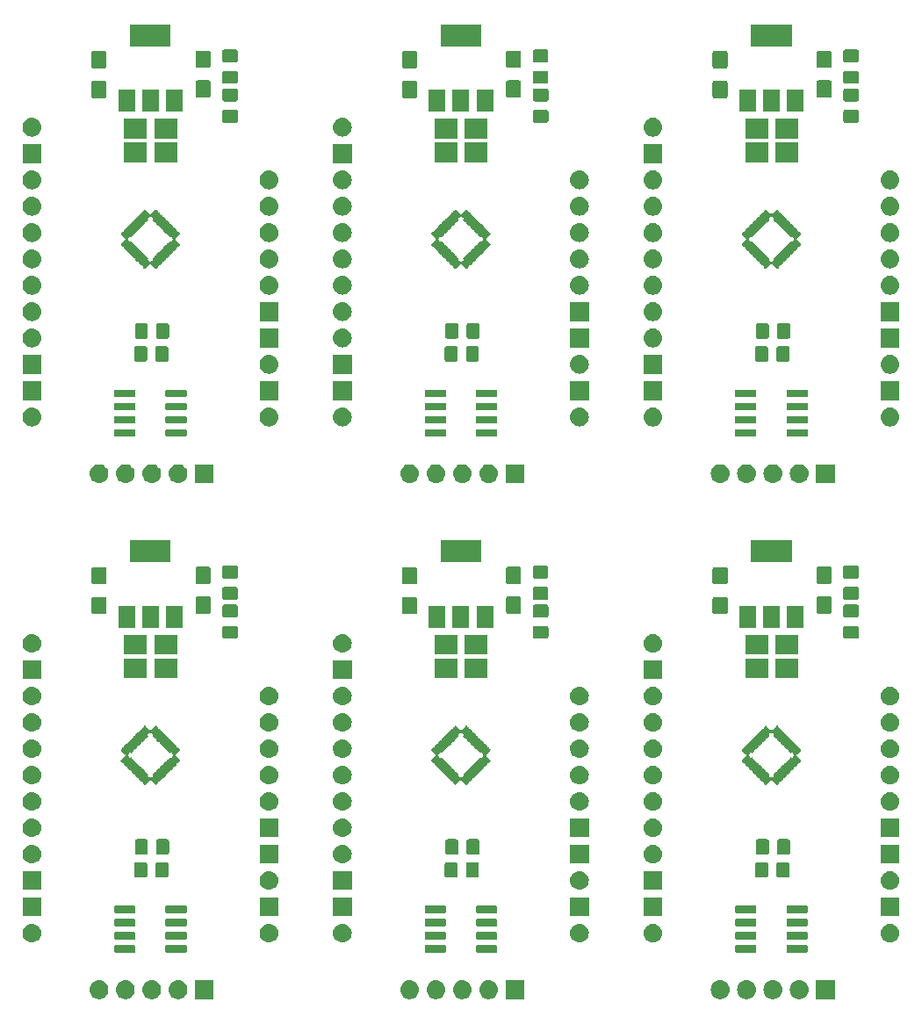
<source format=gts>
%MOIN*%
%OFA0B0*%
%FSLAX46Y46*%
%IPPOS*%
%LPD*%
%ADD10C,0.0039370078740157488*%
%ADD21C,0.0039370078740157488*%
%ADD22C,0.0039370078740157488*%
%ADD23C,0.0039370078740157488*%
%ADD24C,0.0039370078740157488*%
%ADD25C,0.0039370078740157488*%
D10*
G36*
X0000790472Y0000079527D02*
G01*
X0000719527Y0000079527D01*
X0000719527Y0000150472D01*
X0000790472Y0000150472D01*
X0000790472Y0000079527D01*
X0000790472Y0000079527D01*
G37*
G36*
X0000659348Y0000150215D02*
G01*
X0000661953Y0000149959D01*
X0000668640Y0000147930D01*
X0000674802Y0000144636D01*
X0000676209Y0000143482D01*
X0000680204Y0000140204D01*
X0000683482Y0000136209D01*
X0000684636Y0000134802D01*
X0000687930Y0000128640D01*
X0000689959Y0000121953D01*
X0000690644Y0000115000D01*
X0000689959Y0000108046D01*
X0000687930Y0000101359D01*
X0000684636Y0000095197D01*
X0000683482Y0000093790D01*
X0000680204Y0000089795D01*
X0000676209Y0000086517D01*
X0000674802Y0000085363D01*
X0000668640Y0000082069D01*
X0000661953Y0000080040D01*
X0000659348Y0000079784D01*
X0000656742Y0000079527D01*
X0000653257Y0000079527D01*
X0000650651Y0000079784D01*
X0000648046Y0000080040D01*
X0000641359Y0000082069D01*
X0000635197Y0000085363D01*
X0000633790Y0000086517D01*
X0000629795Y0000089795D01*
X0000626517Y0000093790D01*
X0000625363Y0000095197D01*
X0000622069Y0000101359D01*
X0000620040Y0000108046D01*
X0000619355Y0000115000D01*
X0000620040Y0000121953D01*
X0000622069Y0000128640D01*
X0000625363Y0000134802D01*
X0000626517Y0000136209D01*
X0000629795Y0000140204D01*
X0000633790Y0000143482D01*
X0000635197Y0000144636D01*
X0000641359Y0000147930D01*
X0000648046Y0000149959D01*
X0000650651Y0000150215D01*
X0000653257Y0000150472D01*
X0000656742Y0000150472D01*
X0000659348Y0000150215D01*
X0000659348Y0000150215D01*
G37*
G36*
X0000359348Y0000150215D02*
G01*
X0000361953Y0000149959D01*
X0000368640Y0000147930D01*
X0000374802Y0000144636D01*
X0000376209Y0000143482D01*
X0000380204Y0000140204D01*
X0000383482Y0000136209D01*
X0000384636Y0000134802D01*
X0000387930Y0000128640D01*
X0000389959Y0000121953D01*
X0000390644Y0000115000D01*
X0000389959Y0000108046D01*
X0000387930Y0000101359D01*
X0000384636Y0000095197D01*
X0000383482Y0000093790D01*
X0000380204Y0000089795D01*
X0000376209Y0000086517D01*
X0000374802Y0000085363D01*
X0000368640Y0000082069D01*
X0000361953Y0000080040D01*
X0000359348Y0000079784D01*
X0000356742Y0000079527D01*
X0000353257Y0000079527D01*
X0000350651Y0000079784D01*
X0000348046Y0000080040D01*
X0000341359Y0000082069D01*
X0000335197Y0000085363D01*
X0000333790Y0000086517D01*
X0000329795Y0000089795D01*
X0000326517Y0000093790D01*
X0000325363Y0000095197D01*
X0000322069Y0000101359D01*
X0000320040Y0000108046D01*
X0000319355Y0000115000D01*
X0000320040Y0000121953D01*
X0000322069Y0000128640D01*
X0000325363Y0000134802D01*
X0000326517Y0000136209D01*
X0000329795Y0000140204D01*
X0000333790Y0000143482D01*
X0000335197Y0000144636D01*
X0000341359Y0000147930D01*
X0000348046Y0000149959D01*
X0000350651Y0000150215D01*
X0000353257Y0000150472D01*
X0000356742Y0000150472D01*
X0000359348Y0000150215D01*
X0000359348Y0000150215D01*
G37*
G36*
X0000559348Y0000150215D02*
G01*
X0000561953Y0000149959D01*
X0000568640Y0000147930D01*
X0000574802Y0000144636D01*
X0000576209Y0000143482D01*
X0000580204Y0000140204D01*
X0000583482Y0000136209D01*
X0000584636Y0000134802D01*
X0000587930Y0000128640D01*
X0000589959Y0000121953D01*
X0000590644Y0000115000D01*
X0000589959Y0000108046D01*
X0000587930Y0000101359D01*
X0000584636Y0000095197D01*
X0000583482Y0000093790D01*
X0000580204Y0000089795D01*
X0000576209Y0000086517D01*
X0000574802Y0000085363D01*
X0000568640Y0000082069D01*
X0000561953Y0000080040D01*
X0000559348Y0000079784D01*
X0000556742Y0000079527D01*
X0000553257Y0000079527D01*
X0000550651Y0000079784D01*
X0000548046Y0000080040D01*
X0000541359Y0000082069D01*
X0000535197Y0000085363D01*
X0000533790Y0000086517D01*
X0000529795Y0000089795D01*
X0000526517Y0000093790D01*
X0000525363Y0000095197D01*
X0000522069Y0000101359D01*
X0000520040Y0000108046D01*
X0000519355Y0000115000D01*
X0000520040Y0000121953D01*
X0000522069Y0000128640D01*
X0000525363Y0000134802D01*
X0000526517Y0000136209D01*
X0000529795Y0000140204D01*
X0000533790Y0000143482D01*
X0000535197Y0000144636D01*
X0000541359Y0000147930D01*
X0000548046Y0000149959D01*
X0000550651Y0000150215D01*
X0000553257Y0000150472D01*
X0000556742Y0000150472D01*
X0000559348Y0000150215D01*
X0000559348Y0000150215D01*
G37*
G36*
X0000459348Y0000150215D02*
G01*
X0000461953Y0000149959D01*
X0000468640Y0000147930D01*
X0000474802Y0000144636D01*
X0000476209Y0000143482D01*
X0000480204Y0000140204D01*
X0000483482Y0000136209D01*
X0000484636Y0000134802D01*
X0000487930Y0000128640D01*
X0000489959Y0000121953D01*
X0000490644Y0000115000D01*
X0000489959Y0000108046D01*
X0000487930Y0000101359D01*
X0000484636Y0000095197D01*
X0000483482Y0000093790D01*
X0000480204Y0000089795D01*
X0000476209Y0000086517D01*
X0000474802Y0000085363D01*
X0000468640Y0000082069D01*
X0000461953Y0000080040D01*
X0000459348Y0000079784D01*
X0000456742Y0000079527D01*
X0000453257Y0000079527D01*
X0000450651Y0000079784D01*
X0000448046Y0000080040D01*
X0000441359Y0000082069D01*
X0000435197Y0000085363D01*
X0000433790Y0000086517D01*
X0000429795Y0000089795D01*
X0000426517Y0000093790D01*
X0000425363Y0000095197D01*
X0000422069Y0000101359D01*
X0000420040Y0000108046D01*
X0000419355Y0000115000D01*
X0000420040Y0000121953D01*
X0000422069Y0000128640D01*
X0000425363Y0000134802D01*
X0000426517Y0000136209D01*
X0000429795Y0000140204D01*
X0000433790Y0000143482D01*
X0000435197Y0000144636D01*
X0000441359Y0000147930D01*
X0000448046Y0000149959D01*
X0000450651Y0000150215D01*
X0000453257Y0000150472D01*
X0000456742Y0000150472D01*
X0000459348Y0000150215D01*
X0000459348Y0000150215D01*
G37*
G36*
X0000684249Y0000283710D02*
G01*
X0000685079Y0000283458D01*
X0000685844Y0000283049D01*
X0000686514Y0000282499D01*
X0000687065Y0000281828D01*
X0000687474Y0000281063D01*
X0000687725Y0000280233D01*
X0000687834Y0000279128D01*
X0000687834Y0000260871D01*
X0000687725Y0000259766D01*
X0000687474Y0000258936D01*
X0000687065Y0000258171D01*
X0000686514Y0000257500D01*
X0000685844Y0000256950D01*
X0000685079Y0000256541D01*
X0000684249Y0000256289D01*
X0000683144Y0000256181D01*
X0000611737Y0000256181D01*
X0000610632Y0000256289D01*
X0000609802Y0000256541D01*
X0000609037Y0000256950D01*
X0000608367Y0000257500D01*
X0000607816Y0000258171D01*
X0000607407Y0000258936D01*
X0000607156Y0000259766D01*
X0000607047Y0000260871D01*
X0000607047Y0000279128D01*
X0000607156Y0000280233D01*
X0000607407Y0000281063D01*
X0000607816Y0000281828D01*
X0000608367Y0000282499D01*
X0000609037Y0000283049D01*
X0000609802Y0000283458D01*
X0000610632Y0000283710D01*
X0000611737Y0000283818D01*
X0000683144Y0000283818D01*
X0000684249Y0000283710D01*
X0000684249Y0000283710D01*
G37*
G36*
X0000489367Y0000283710D02*
G01*
X0000490197Y0000283458D01*
X0000490962Y0000283049D01*
X0000491632Y0000282499D01*
X0000492183Y0000281828D01*
X0000492592Y0000281063D01*
X0000492843Y0000280233D01*
X0000492952Y0000279128D01*
X0000492952Y0000260871D01*
X0000492843Y0000259766D01*
X0000492592Y0000258936D01*
X0000492183Y0000258171D01*
X0000491632Y0000257500D01*
X0000490962Y0000256950D01*
X0000490197Y0000256541D01*
X0000489367Y0000256289D01*
X0000488262Y0000256181D01*
X0000416855Y0000256181D01*
X0000415750Y0000256289D01*
X0000414920Y0000256541D01*
X0000414155Y0000256950D01*
X0000413485Y0000257500D01*
X0000412934Y0000258171D01*
X0000412525Y0000258936D01*
X0000412274Y0000259766D01*
X0000412165Y0000260871D01*
X0000412165Y0000279128D01*
X0000412274Y0000280233D01*
X0000412525Y0000281063D01*
X0000412934Y0000281828D01*
X0000413485Y0000282499D01*
X0000414155Y0000283049D01*
X0000414920Y0000283458D01*
X0000415750Y0000283710D01*
X0000416855Y0000283818D01*
X0000488262Y0000283818D01*
X0000489367Y0000283710D01*
X0000489367Y0000283710D01*
G37*
G36*
X0001004348Y0000365215D02*
G01*
X0001006953Y0000364959D01*
X0001013640Y0000362930D01*
X0001019802Y0000359636D01*
X0001020272Y0000359251D01*
X0001025204Y0000355204D01*
X0001028482Y0000351209D01*
X0001029636Y0000349802D01*
X0001032930Y0000343640D01*
X0001034959Y0000336953D01*
X0001035644Y0000330000D01*
X0001034959Y0000323046D01*
X0001032930Y0000316359D01*
X0001029636Y0000310197D01*
X0001029283Y0000309766D01*
X0001025204Y0000304795D01*
X0001021209Y0000301517D01*
X0001019802Y0000300363D01*
X0001013640Y0000297069D01*
X0001006953Y0000295040D01*
X0001004348Y0000294784D01*
X0001001742Y0000294527D01*
X0000998257Y0000294527D01*
X0000995651Y0000294784D01*
X0000993046Y0000295040D01*
X0000986359Y0000297069D01*
X0000980197Y0000300363D01*
X0000978790Y0000301517D01*
X0000974795Y0000304795D01*
X0000970716Y0000309766D01*
X0000970363Y0000310197D01*
X0000967069Y0000316359D01*
X0000965040Y0000323046D01*
X0000964355Y0000330000D01*
X0000965040Y0000336953D01*
X0000967069Y0000343640D01*
X0000970363Y0000349802D01*
X0000971517Y0000351209D01*
X0000974795Y0000355204D01*
X0000979727Y0000359251D01*
X0000980197Y0000359636D01*
X0000986359Y0000362930D01*
X0000993046Y0000364959D01*
X0000995651Y0000365215D01*
X0000998257Y0000365472D01*
X0001001742Y0000365472D01*
X0001004348Y0000365215D01*
X0001004348Y0000365215D01*
G37*
G36*
X0000104348Y0000365215D02*
G01*
X0000106953Y0000364959D01*
X0000113640Y0000362930D01*
X0000119802Y0000359636D01*
X0000120272Y0000359251D01*
X0000125204Y0000355204D01*
X0000128482Y0000351209D01*
X0000129636Y0000349802D01*
X0000132930Y0000343640D01*
X0000134959Y0000336953D01*
X0000135644Y0000330000D01*
X0000134959Y0000323046D01*
X0000132930Y0000316359D01*
X0000129636Y0000310197D01*
X0000129283Y0000309766D01*
X0000125204Y0000304795D01*
X0000121209Y0000301517D01*
X0000119802Y0000300363D01*
X0000113640Y0000297069D01*
X0000106953Y0000295040D01*
X0000104348Y0000294784D01*
X0000101742Y0000294527D01*
X0000098257Y0000294527D01*
X0000095651Y0000294784D01*
X0000093046Y0000295040D01*
X0000086359Y0000297069D01*
X0000080197Y0000300363D01*
X0000078790Y0000301517D01*
X0000074795Y0000304795D01*
X0000070716Y0000309766D01*
X0000070363Y0000310197D01*
X0000067069Y0000316359D01*
X0000065040Y0000323046D01*
X0000064355Y0000330000D01*
X0000065040Y0000336953D01*
X0000067069Y0000343640D01*
X0000070363Y0000349802D01*
X0000071517Y0000351209D01*
X0000074795Y0000355204D01*
X0000079727Y0000359251D01*
X0000080197Y0000359636D01*
X0000086359Y0000362930D01*
X0000093046Y0000364959D01*
X0000095651Y0000365215D01*
X0000098257Y0000365472D01*
X0000101742Y0000365472D01*
X0000104348Y0000365215D01*
X0000104348Y0000365215D01*
G37*
G36*
X0000684249Y0000333710D02*
G01*
X0000685079Y0000333458D01*
X0000685844Y0000333049D01*
X0000686514Y0000332499D01*
X0000687065Y0000331828D01*
X0000687474Y0000331063D01*
X0000687725Y0000330233D01*
X0000687834Y0000329128D01*
X0000687834Y0000310871D01*
X0000687725Y0000309766D01*
X0000687474Y0000308936D01*
X0000687065Y0000308171D01*
X0000686514Y0000307500D01*
X0000685844Y0000306950D01*
X0000685079Y0000306541D01*
X0000684249Y0000306289D01*
X0000683144Y0000306181D01*
X0000611737Y0000306181D01*
X0000610632Y0000306289D01*
X0000609802Y0000306541D01*
X0000609037Y0000306950D01*
X0000608367Y0000307500D01*
X0000607816Y0000308171D01*
X0000607407Y0000308936D01*
X0000607156Y0000309766D01*
X0000607047Y0000310871D01*
X0000607047Y0000329128D01*
X0000607156Y0000330233D01*
X0000607407Y0000331063D01*
X0000607816Y0000331828D01*
X0000608367Y0000332499D01*
X0000609037Y0000333049D01*
X0000609802Y0000333458D01*
X0000610632Y0000333710D01*
X0000611737Y0000333818D01*
X0000683144Y0000333818D01*
X0000684249Y0000333710D01*
X0000684249Y0000333710D01*
G37*
G36*
X0000489367Y0000333710D02*
G01*
X0000490197Y0000333458D01*
X0000490962Y0000333049D01*
X0000491632Y0000332499D01*
X0000492183Y0000331828D01*
X0000492592Y0000331063D01*
X0000492843Y0000330233D01*
X0000492952Y0000329128D01*
X0000492952Y0000310871D01*
X0000492843Y0000309766D01*
X0000492592Y0000308936D01*
X0000492183Y0000308171D01*
X0000491632Y0000307500D01*
X0000490962Y0000306950D01*
X0000490197Y0000306541D01*
X0000489367Y0000306289D01*
X0000488262Y0000306181D01*
X0000416855Y0000306181D01*
X0000415750Y0000306289D01*
X0000414920Y0000306541D01*
X0000414155Y0000306950D01*
X0000413485Y0000307500D01*
X0000412934Y0000308171D01*
X0000412525Y0000308936D01*
X0000412274Y0000309766D01*
X0000412165Y0000310871D01*
X0000412165Y0000329128D01*
X0000412274Y0000330233D01*
X0000412525Y0000331063D01*
X0000412934Y0000331828D01*
X0000413485Y0000332499D01*
X0000414155Y0000333049D01*
X0000414920Y0000333458D01*
X0000415750Y0000333710D01*
X0000416855Y0000333818D01*
X0000488262Y0000333818D01*
X0000489367Y0000333710D01*
X0000489367Y0000333710D01*
G37*
G36*
X0000684249Y0000383710D02*
G01*
X0000685079Y0000383458D01*
X0000685844Y0000383049D01*
X0000686514Y0000382499D01*
X0000687065Y0000381828D01*
X0000687474Y0000381063D01*
X0000687725Y0000380233D01*
X0000687834Y0000379128D01*
X0000687834Y0000360871D01*
X0000687725Y0000359766D01*
X0000687474Y0000358936D01*
X0000687065Y0000358171D01*
X0000686514Y0000357500D01*
X0000685844Y0000356950D01*
X0000685079Y0000356541D01*
X0000684249Y0000356289D01*
X0000683144Y0000356181D01*
X0000611737Y0000356181D01*
X0000610632Y0000356289D01*
X0000609802Y0000356541D01*
X0000609037Y0000356950D01*
X0000608367Y0000357500D01*
X0000607816Y0000358171D01*
X0000607407Y0000358936D01*
X0000607156Y0000359766D01*
X0000607047Y0000360871D01*
X0000607047Y0000379128D01*
X0000607156Y0000380233D01*
X0000607407Y0000381063D01*
X0000607816Y0000381828D01*
X0000608367Y0000382499D01*
X0000609037Y0000383049D01*
X0000609802Y0000383458D01*
X0000610632Y0000383710D01*
X0000611737Y0000383818D01*
X0000683144Y0000383818D01*
X0000684249Y0000383710D01*
X0000684249Y0000383710D01*
G37*
G36*
X0000489367Y0000383710D02*
G01*
X0000490197Y0000383458D01*
X0000490962Y0000383049D01*
X0000491632Y0000382499D01*
X0000492183Y0000381828D01*
X0000492592Y0000381063D01*
X0000492843Y0000380233D01*
X0000492952Y0000379128D01*
X0000492952Y0000360871D01*
X0000492843Y0000359766D01*
X0000492592Y0000358936D01*
X0000492183Y0000358171D01*
X0000491632Y0000357500D01*
X0000490962Y0000356950D01*
X0000490197Y0000356541D01*
X0000489367Y0000356289D01*
X0000488262Y0000356181D01*
X0000416855Y0000356181D01*
X0000415750Y0000356289D01*
X0000414920Y0000356541D01*
X0000414155Y0000356950D01*
X0000413485Y0000357500D01*
X0000412934Y0000358171D01*
X0000412525Y0000358936D01*
X0000412274Y0000359766D01*
X0000412165Y0000360871D01*
X0000412165Y0000379128D01*
X0000412274Y0000380233D01*
X0000412525Y0000381063D01*
X0000412934Y0000381828D01*
X0000413485Y0000382499D01*
X0000414155Y0000383049D01*
X0000414920Y0000383458D01*
X0000415750Y0000383710D01*
X0000416855Y0000383818D01*
X0000488262Y0000383818D01*
X0000489367Y0000383710D01*
X0000489367Y0000383710D01*
G37*
G36*
X0001035472Y0000394527D02*
G01*
X0000964527Y0000394527D01*
X0000964527Y0000465472D01*
X0001035472Y0000465472D01*
X0001035472Y0000394527D01*
X0001035472Y0000394527D01*
G37*
G36*
X0000135472Y0000394527D02*
G01*
X0000064527Y0000394527D01*
X0000064527Y0000465472D01*
X0000135472Y0000465472D01*
X0000135472Y0000394527D01*
X0000135472Y0000394527D01*
G37*
G36*
X0000489367Y0000433710D02*
G01*
X0000490197Y0000433458D01*
X0000490962Y0000433049D01*
X0000491632Y0000432499D01*
X0000492183Y0000431828D01*
X0000492592Y0000431063D01*
X0000492843Y0000430233D01*
X0000492952Y0000429128D01*
X0000492952Y0000410871D01*
X0000492843Y0000409766D01*
X0000492592Y0000408936D01*
X0000492183Y0000408171D01*
X0000491632Y0000407500D01*
X0000490962Y0000406950D01*
X0000490197Y0000406541D01*
X0000489367Y0000406289D01*
X0000488262Y0000406181D01*
X0000416855Y0000406181D01*
X0000415750Y0000406289D01*
X0000414920Y0000406541D01*
X0000414155Y0000406950D01*
X0000413485Y0000407500D01*
X0000412934Y0000408171D01*
X0000412525Y0000408936D01*
X0000412274Y0000409766D01*
X0000412165Y0000410871D01*
X0000412165Y0000429128D01*
X0000412274Y0000430233D01*
X0000412525Y0000431063D01*
X0000412934Y0000431828D01*
X0000413485Y0000432499D01*
X0000414155Y0000433049D01*
X0000414920Y0000433458D01*
X0000415750Y0000433710D01*
X0000416855Y0000433818D01*
X0000488262Y0000433818D01*
X0000489367Y0000433710D01*
X0000489367Y0000433710D01*
G37*
G36*
X0000684249Y0000433710D02*
G01*
X0000685079Y0000433458D01*
X0000685844Y0000433049D01*
X0000686514Y0000432499D01*
X0000687065Y0000431828D01*
X0000687474Y0000431063D01*
X0000687725Y0000430233D01*
X0000687834Y0000429128D01*
X0000687834Y0000410871D01*
X0000687725Y0000409766D01*
X0000687474Y0000408936D01*
X0000687065Y0000408171D01*
X0000686514Y0000407500D01*
X0000685844Y0000406950D01*
X0000685079Y0000406541D01*
X0000684249Y0000406289D01*
X0000683144Y0000406181D01*
X0000611737Y0000406181D01*
X0000610632Y0000406289D01*
X0000609802Y0000406541D01*
X0000609037Y0000406950D01*
X0000608367Y0000407500D01*
X0000607816Y0000408171D01*
X0000607407Y0000408936D01*
X0000607156Y0000409766D01*
X0000607047Y0000410871D01*
X0000607047Y0000429128D01*
X0000607156Y0000430233D01*
X0000607407Y0000431063D01*
X0000607816Y0000431828D01*
X0000608367Y0000432499D01*
X0000609037Y0000433049D01*
X0000609802Y0000433458D01*
X0000610632Y0000433710D01*
X0000611737Y0000433818D01*
X0000683144Y0000433818D01*
X0000684249Y0000433710D01*
X0000684249Y0000433710D01*
G37*
G36*
X0000135472Y0000494527D02*
G01*
X0000064527Y0000494527D01*
X0000064527Y0000565472D01*
X0000135472Y0000565472D01*
X0000135472Y0000494527D01*
X0000135472Y0000494527D01*
G37*
G36*
X0001004348Y0000565215D02*
G01*
X0001006953Y0000564959D01*
X0001013640Y0000562930D01*
X0001019802Y0000559636D01*
X0001021209Y0000558482D01*
X0001025204Y0000555204D01*
X0001028482Y0000551209D01*
X0001029636Y0000549802D01*
X0001032930Y0000543640D01*
X0001034959Y0000536953D01*
X0001035644Y0000530000D01*
X0001034959Y0000523046D01*
X0001032930Y0000516359D01*
X0001029636Y0000510197D01*
X0001028482Y0000508790D01*
X0001025204Y0000504795D01*
X0001021209Y0000501517D01*
X0001019802Y0000500363D01*
X0001013640Y0000497069D01*
X0001006953Y0000495040D01*
X0001004348Y0000494784D01*
X0001001742Y0000494527D01*
X0000998257Y0000494527D01*
X0000995651Y0000494784D01*
X0000993046Y0000495040D01*
X0000986359Y0000497069D01*
X0000980197Y0000500363D01*
X0000978790Y0000501517D01*
X0000974795Y0000504795D01*
X0000971517Y0000508790D01*
X0000970363Y0000510197D01*
X0000967069Y0000516359D01*
X0000965040Y0000523046D01*
X0000964355Y0000530000D01*
X0000965040Y0000536953D01*
X0000967069Y0000543640D01*
X0000970363Y0000549802D01*
X0000971517Y0000551209D01*
X0000974795Y0000555204D01*
X0000978790Y0000558482D01*
X0000980197Y0000559636D01*
X0000986359Y0000562930D01*
X0000993046Y0000564959D01*
X0000995651Y0000565215D01*
X0000998257Y0000565472D01*
X0001001742Y0000565472D01*
X0001004348Y0000565215D01*
X0001004348Y0000565215D01*
G37*
G36*
X0000531183Y0000598962D02*
G01*
X0000532667Y0000598512D01*
X0000534035Y0000597781D01*
X0000535233Y0000596797D01*
X0000536217Y0000595598D01*
X0000536948Y0000594231D01*
X0000537398Y0000592747D01*
X0000537574Y0000590962D01*
X0000537574Y0000548179D01*
X0000537398Y0000546394D01*
X0000536948Y0000544910D01*
X0000536217Y0000543543D01*
X0000535233Y0000542344D01*
X0000534035Y0000541361D01*
X0000532667Y0000540630D01*
X0000531183Y0000540179D01*
X0000529398Y0000540004D01*
X0000496458Y0000540004D01*
X0000494674Y0000540179D01*
X0000493190Y0000540630D01*
X0000491822Y0000541361D01*
X0000490623Y0000542344D01*
X0000489640Y0000543543D01*
X0000488909Y0000544910D01*
X0000488459Y0000546394D01*
X0000488283Y0000548179D01*
X0000488283Y0000590962D01*
X0000488459Y0000592747D01*
X0000488909Y0000594231D01*
X0000489640Y0000595598D01*
X0000490623Y0000596797D01*
X0000491822Y0000597781D01*
X0000493190Y0000598512D01*
X0000494674Y0000598962D01*
X0000496458Y0000599138D01*
X0000529398Y0000599138D01*
X0000531183Y0000598962D01*
X0000531183Y0000598962D01*
G37*
G36*
X0000611892Y0000598962D02*
G01*
X0000613376Y0000598512D01*
X0000614744Y0000597781D01*
X0000615942Y0000596797D01*
X0000616926Y0000595598D01*
X0000617657Y0000594231D01*
X0000618107Y0000592747D01*
X0000618283Y0000590962D01*
X0000618283Y0000548179D01*
X0000618107Y0000546394D01*
X0000617657Y0000544910D01*
X0000616926Y0000543543D01*
X0000615942Y0000542344D01*
X0000614744Y0000541361D01*
X0000613376Y0000540630D01*
X0000611892Y0000540179D01*
X0000610107Y0000540004D01*
X0000577167Y0000540004D01*
X0000575382Y0000540179D01*
X0000573898Y0000540630D01*
X0000572531Y0000541361D01*
X0000571332Y0000542344D01*
X0000570348Y0000543543D01*
X0000569617Y0000544910D01*
X0000569167Y0000546394D01*
X0000568991Y0000548179D01*
X0000568991Y0000590962D01*
X0000569167Y0000592747D01*
X0000569617Y0000594231D01*
X0000570348Y0000595598D01*
X0000571332Y0000596797D01*
X0000572531Y0000597781D01*
X0000573898Y0000598512D01*
X0000575382Y0000598962D01*
X0000577167Y0000599138D01*
X0000610107Y0000599138D01*
X0000611892Y0000598962D01*
X0000611892Y0000598962D01*
G37*
G36*
X0000104348Y0000665215D02*
G01*
X0000106953Y0000664959D01*
X0000113640Y0000662930D01*
X0000119802Y0000659636D01*
X0000121209Y0000658482D01*
X0000125204Y0000655204D01*
X0000128482Y0000651209D01*
X0000129636Y0000649802D01*
X0000132930Y0000643640D01*
X0000134959Y0000636953D01*
X0000135644Y0000630000D01*
X0000134959Y0000623046D01*
X0000132930Y0000616359D01*
X0000129636Y0000610197D01*
X0000128482Y0000608790D01*
X0000125204Y0000604795D01*
X0000121209Y0000601517D01*
X0000119802Y0000600363D01*
X0000113640Y0000597069D01*
X0000106953Y0000595040D01*
X0000104348Y0000594784D01*
X0000101742Y0000594527D01*
X0000098257Y0000594527D01*
X0000095651Y0000594784D01*
X0000093046Y0000595040D01*
X0000086359Y0000597069D01*
X0000080197Y0000600363D01*
X0000078790Y0000601517D01*
X0000074795Y0000604795D01*
X0000071517Y0000608790D01*
X0000070363Y0000610197D01*
X0000067069Y0000616359D01*
X0000065040Y0000623046D01*
X0000064355Y0000630000D01*
X0000065040Y0000636953D01*
X0000067069Y0000643640D01*
X0000070363Y0000649802D01*
X0000071517Y0000651209D01*
X0000074795Y0000655204D01*
X0000078790Y0000658482D01*
X0000080197Y0000659636D01*
X0000086359Y0000662930D01*
X0000093046Y0000664959D01*
X0000095651Y0000665215D01*
X0000098257Y0000665472D01*
X0000101742Y0000665472D01*
X0000104348Y0000665215D01*
X0000104348Y0000665215D01*
G37*
G36*
X0001035472Y0000594527D02*
G01*
X0000964527Y0000594527D01*
X0000964527Y0000665472D01*
X0001035472Y0000665472D01*
X0001035472Y0000594527D01*
X0001035472Y0000594527D01*
G37*
G36*
X0000614392Y0000686462D02*
G01*
X0000615876Y0000686012D01*
X0000617243Y0000685281D01*
X0000618442Y0000684297D01*
X0000619426Y0000683098D01*
X0000620157Y0000681731D01*
X0000620607Y0000680247D01*
X0000620783Y0000678462D01*
X0000620783Y0000635679D01*
X0000620607Y0000633894D01*
X0000620157Y0000632410D01*
X0000619426Y0000631043D01*
X0000618442Y0000629844D01*
X0000617243Y0000628861D01*
X0000615876Y0000628130D01*
X0000614392Y0000627679D01*
X0000612607Y0000627504D01*
X0000579667Y0000627504D01*
X0000577882Y0000627679D01*
X0000576398Y0000628130D01*
X0000575031Y0000628861D01*
X0000573832Y0000629844D01*
X0000572848Y0000631043D01*
X0000572117Y0000632410D01*
X0000571667Y0000633894D01*
X0000571491Y0000635679D01*
X0000571491Y0000678462D01*
X0000571667Y0000680247D01*
X0000572117Y0000681731D01*
X0000572848Y0000683098D01*
X0000573832Y0000684297D01*
X0000575031Y0000685281D01*
X0000576398Y0000686012D01*
X0000577882Y0000686462D01*
X0000579667Y0000686637D01*
X0000612607Y0000686637D01*
X0000614392Y0000686462D01*
X0000614392Y0000686462D01*
G37*
G36*
X0000533683Y0000686462D02*
G01*
X0000535167Y0000686012D01*
X0000536535Y0000685281D01*
X0000537733Y0000684297D01*
X0000538717Y0000683098D01*
X0000539448Y0000681731D01*
X0000539898Y0000680247D01*
X0000540074Y0000678462D01*
X0000540074Y0000635679D01*
X0000539898Y0000633894D01*
X0000539448Y0000632410D01*
X0000538717Y0000631043D01*
X0000537733Y0000629844D01*
X0000536535Y0000628861D01*
X0000535167Y0000628130D01*
X0000533683Y0000627679D01*
X0000531898Y0000627504D01*
X0000498958Y0000627504D01*
X0000497174Y0000627679D01*
X0000495690Y0000628130D01*
X0000494322Y0000628861D01*
X0000493123Y0000629844D01*
X0000492140Y0000631043D01*
X0000491409Y0000632410D01*
X0000490959Y0000633894D01*
X0000490783Y0000635679D01*
X0000490783Y0000678462D01*
X0000490959Y0000680247D01*
X0000491409Y0000681731D01*
X0000492140Y0000683098D01*
X0000493123Y0000684297D01*
X0000494322Y0000685281D01*
X0000495690Y0000686012D01*
X0000497174Y0000686462D01*
X0000498958Y0000686637D01*
X0000531898Y0000686637D01*
X0000533683Y0000686462D01*
X0000533683Y0000686462D01*
G37*
G36*
X0001035472Y0000694527D02*
G01*
X0000964527Y0000694527D01*
X0000964527Y0000765472D01*
X0001035472Y0000765472D01*
X0001035472Y0000694527D01*
X0001035472Y0000694527D01*
G37*
G36*
X0000104348Y0000765215D02*
G01*
X0000106953Y0000764959D01*
X0000113640Y0000762930D01*
X0000119802Y0000759636D01*
X0000121209Y0000758482D01*
X0000125204Y0000755204D01*
X0000128482Y0000751209D01*
X0000129636Y0000749802D01*
X0000132930Y0000743640D01*
X0000134959Y0000736953D01*
X0000135644Y0000730000D01*
X0000134959Y0000723046D01*
X0000132930Y0000716359D01*
X0000129636Y0000710197D01*
X0000128482Y0000708790D01*
X0000125204Y0000704795D01*
X0000121209Y0000701517D01*
X0000119802Y0000700363D01*
X0000113640Y0000697069D01*
X0000106953Y0000695040D01*
X0000104348Y0000694784D01*
X0000101742Y0000694527D01*
X0000098257Y0000694527D01*
X0000095651Y0000694784D01*
X0000093046Y0000695040D01*
X0000086359Y0000697069D01*
X0000080197Y0000700363D01*
X0000078790Y0000701517D01*
X0000074795Y0000704795D01*
X0000071517Y0000708790D01*
X0000070363Y0000710197D01*
X0000067069Y0000716359D01*
X0000065040Y0000723046D01*
X0000064355Y0000730000D01*
X0000065040Y0000736953D01*
X0000067069Y0000743640D01*
X0000070363Y0000749802D01*
X0000071517Y0000751209D01*
X0000074795Y0000755204D01*
X0000078790Y0000758482D01*
X0000080197Y0000759636D01*
X0000086359Y0000762930D01*
X0000093046Y0000764959D01*
X0000095651Y0000765215D01*
X0000098257Y0000765472D01*
X0000101742Y0000765472D01*
X0000104348Y0000765215D01*
X0000104348Y0000765215D01*
G37*
G36*
X0001004348Y0000865215D02*
G01*
X0001006953Y0000864959D01*
X0001013640Y0000862930D01*
X0001019802Y0000859636D01*
X0001021209Y0000858482D01*
X0001025204Y0000855204D01*
X0001028482Y0000851209D01*
X0001029636Y0000849802D01*
X0001032930Y0000843640D01*
X0001034959Y0000836953D01*
X0001035644Y0000830000D01*
X0001034959Y0000823046D01*
X0001032930Y0000816359D01*
X0001029636Y0000810197D01*
X0001028482Y0000808790D01*
X0001025204Y0000804795D01*
X0001021209Y0000801517D01*
X0001019802Y0000800363D01*
X0001013640Y0000797069D01*
X0001006953Y0000795040D01*
X0001004348Y0000794784D01*
X0001001742Y0000794527D01*
X0000998257Y0000794527D01*
X0000995651Y0000794784D01*
X0000993046Y0000795040D01*
X0000986359Y0000797069D01*
X0000980197Y0000800363D01*
X0000978790Y0000801517D01*
X0000974795Y0000804795D01*
X0000971517Y0000808790D01*
X0000970363Y0000810197D01*
X0000967069Y0000816359D01*
X0000965040Y0000823046D01*
X0000964355Y0000830000D01*
X0000965040Y0000836953D01*
X0000967069Y0000843640D01*
X0000970363Y0000849802D01*
X0000971517Y0000851209D01*
X0000974795Y0000855204D01*
X0000978790Y0000858482D01*
X0000980197Y0000859636D01*
X0000986359Y0000862930D01*
X0000993046Y0000864959D01*
X0000995651Y0000865215D01*
X0000998257Y0000865472D01*
X0001001742Y0000865472D01*
X0001004348Y0000865215D01*
X0001004348Y0000865215D01*
G37*
G36*
X0000104348Y0000865215D02*
G01*
X0000106953Y0000864959D01*
X0000113640Y0000862930D01*
X0000119802Y0000859636D01*
X0000121209Y0000858482D01*
X0000125204Y0000855204D01*
X0000128482Y0000851209D01*
X0000129636Y0000849802D01*
X0000132930Y0000843640D01*
X0000134959Y0000836953D01*
X0000135644Y0000830000D01*
X0000134959Y0000823046D01*
X0000132930Y0000816359D01*
X0000129636Y0000810197D01*
X0000128482Y0000808790D01*
X0000125204Y0000804795D01*
X0000121209Y0000801517D01*
X0000119802Y0000800363D01*
X0000113640Y0000797069D01*
X0000106953Y0000795040D01*
X0000104348Y0000794784D01*
X0000101742Y0000794527D01*
X0000098257Y0000794527D01*
X0000095651Y0000794784D01*
X0000093046Y0000795040D01*
X0000086359Y0000797069D01*
X0000080197Y0000800363D01*
X0000078790Y0000801517D01*
X0000074795Y0000804795D01*
X0000071517Y0000808790D01*
X0000070363Y0000810197D01*
X0000067069Y0000816359D01*
X0000065040Y0000823046D01*
X0000064355Y0000830000D01*
X0000065040Y0000836953D01*
X0000067069Y0000843640D01*
X0000070363Y0000849802D01*
X0000071517Y0000851209D01*
X0000074795Y0000855204D01*
X0000078790Y0000858482D01*
X0000080197Y0000859636D01*
X0000086359Y0000862930D01*
X0000093046Y0000864959D01*
X0000095651Y0000865215D01*
X0000098257Y0000865472D01*
X0000101742Y0000865472D01*
X0000104348Y0000865215D01*
X0000104348Y0000865215D01*
G37*
G36*
X0000530222Y0001117484D02*
G01*
X0000530383Y0001117417D01*
X0000530384Y0001117417D01*
X0000530750Y0001117265D01*
X0000530750Y0001117265D01*
X0000530911Y0001117198D01*
X0000531582Y0001116750D01*
X0000531901Y0001116461D01*
X0000546520Y0001101843D01*
X0000547265Y0001101231D01*
X0000548116Y0001100776D01*
X0000549039Y0001100496D01*
X0000550000Y0001100401D01*
X0000550960Y0001100496D01*
X0000551883Y0001100776D01*
X0000552734Y0001101231D01*
X0000553479Y0001101843D01*
X0000568098Y0001116461D01*
X0000568417Y0001116750D01*
X0000569088Y0001117198D01*
X0000569249Y0001117265D01*
X0000569249Y0001117265D01*
X0000569615Y0001117417D01*
X0000569616Y0001117417D01*
X0000569777Y0001117484D01*
X0000570506Y0001117629D01*
X0000571251Y0001117629D01*
X0000571981Y0001117484D01*
X0000572141Y0001117417D01*
X0000572142Y0001117417D01*
X0000572508Y0001117265D01*
X0000572508Y0001117265D01*
X0000572670Y0001117198D01*
X0000573341Y0001116750D01*
X0000573660Y0001116461D01*
X0000577944Y0001112177D01*
X0000578234Y0001111857D01*
X0000578682Y0001111186D01*
X0000578749Y0001111025D01*
X0000578749Y0001111025D01*
X0000578900Y0001110659D01*
X0000578901Y0001110658D01*
X0000578967Y0001110497D01*
X0000579112Y0001109768D01*
X0000579112Y0001109705D01*
X0000579207Y0001108745D01*
X0000579487Y0001107822D01*
X0000579942Y0001106971D01*
X0000580554Y0001106225D01*
X0000581300Y0001105613D01*
X0000582150Y0001105158D01*
X0000583074Y0001104878D01*
X0000584034Y0001104784D01*
X0000584516Y0001104808D01*
X0000584798Y0001104835D01*
X0000584989Y0001104817D01*
X0000585173Y0001104761D01*
X0000585343Y0001104670D01*
X0000585679Y0001104394D01*
X0000593717Y0001096356D01*
X0000593993Y0001096020D01*
X0000594083Y0001095851D01*
X0000594139Y0001095667D01*
X0000594171Y0001095344D01*
X0000594359Y0001094398D01*
X0000594728Y0001093507D01*
X0000595264Y0001092704D01*
X0000595946Y0001092022D01*
X0000596748Y0001091486D01*
X0000597640Y0001091117D01*
X0000598586Y0001090929D01*
X0000598909Y0001090897D01*
X0000599093Y0001090841D01*
X0000599262Y0001090751D01*
X0000599598Y0001090475D01*
X0000607636Y0001082437D01*
X0000607912Y0001082101D01*
X0000608002Y0001081932D01*
X0000608058Y0001081747D01*
X0000608090Y0001081425D01*
X0000608278Y0001080478D01*
X0000608648Y0001079587D01*
X0000609184Y0001078785D01*
X0000609866Y0001078103D01*
X0000610668Y0001077567D01*
X0000611559Y0001077198D01*
X0000612505Y0001077010D01*
X0000612828Y0001076978D01*
X0000613012Y0001076922D01*
X0000613181Y0001076831D01*
X0000613518Y0001076555D01*
X0000621555Y0001068518D01*
X0000621831Y0001068181D01*
X0000621922Y0001068012D01*
X0000621978Y0001067828D01*
X0000622009Y0001067505D01*
X0000622198Y0001066559D01*
X0000622567Y0001065668D01*
X0000623103Y0001064866D01*
X0000623785Y0001064183D01*
X0000624587Y0001063647D01*
X0000625479Y0001063278D01*
X0000626425Y0001063090D01*
X0000626747Y0001063058D01*
X0000626932Y0001063002D01*
X0000627101Y0001062912D01*
X0000627437Y0001062636D01*
X0000635475Y0001054598D01*
X0000635751Y0001054262D01*
X0000635841Y0001054093D01*
X0000635897Y0001053909D01*
X0000635929Y0001053586D01*
X0000636117Y0001052640D01*
X0000636486Y0001051748D01*
X0000637022Y0001050946D01*
X0000637705Y0001050264D01*
X0000638507Y0001049728D01*
X0000639398Y0001049359D01*
X0000640344Y0001049171D01*
X0000640667Y0001049139D01*
X0000640851Y0001049083D01*
X0000641020Y0001048993D01*
X0000641356Y0001048717D01*
X0000649394Y0001040679D01*
X0000649670Y0001040343D01*
X0000649761Y0001040173D01*
X0000649817Y0001039989D01*
X0000649835Y0001039798D01*
X0000649808Y0001039516D01*
X0000649808Y0001038551D01*
X0000649996Y0001037605D01*
X0000650365Y0001036714D01*
X0000650901Y0001035912D01*
X0000651583Y0001035230D01*
X0000652385Y0001034694D01*
X0000653276Y0001034324D01*
X0000654223Y0001034136D01*
X0000654705Y0001034112D01*
X0000654768Y0001034112D01*
X0000655497Y0001033967D01*
X0000655658Y0001033901D01*
X0000655659Y0001033900D01*
X0000656024Y0001033749D01*
X0000656025Y0001033749D01*
X0000656186Y0001033682D01*
X0000656857Y0001033234D01*
X0000657177Y0001032944D01*
X0000661461Y0001028660D01*
X0000661750Y0001028341D01*
X0000662198Y0001027670D01*
X0000662265Y0001027508D01*
X0000662265Y0001027508D01*
X0000662417Y0001027142D01*
X0000662417Y0001027142D01*
X0000662484Y0001026981D01*
X0000662629Y0001026251D01*
X0000662629Y0001025506D01*
X0000662484Y0001024777D01*
X0000662417Y0001024616D01*
X0000662417Y0001024615D01*
X0000662265Y0001024249D01*
X0000662265Y0001024249D01*
X0000662198Y0001024088D01*
X0000661750Y0001023417D01*
X0000661461Y0001023098D01*
X0000646843Y0001008479D01*
X0000646231Y0001007734D01*
X0000645776Y0001006883D01*
X0000645496Y0001005960D01*
X0000645401Y0001005000D01*
X0000645496Y0001004039D01*
X0000645776Y0001003116D01*
X0000646231Y0001002265D01*
X0000646843Y0001001520D01*
X0000661461Y0000986901D01*
X0000661750Y0000986582D01*
X0000662198Y0000985911D01*
X0000662265Y0000985750D01*
X0000662265Y0000985750D01*
X0000662417Y0000985384D01*
X0000662417Y0000985383D01*
X0000662484Y0000985222D01*
X0000662629Y0000984493D01*
X0000662629Y0000983748D01*
X0000662484Y0000983018D01*
X0000662417Y0000982857D01*
X0000662417Y0000982857D01*
X0000662265Y0000982491D01*
X0000662265Y0000982491D01*
X0000662198Y0000982330D01*
X0000661750Y0000981658D01*
X0000661461Y0000981339D01*
X0000657177Y0000977055D01*
X0000656857Y0000976765D01*
X0000656186Y0000976317D01*
X0000656025Y0000976250D01*
X0000656024Y0000976250D01*
X0000655659Y0000976099D01*
X0000655658Y0000976098D01*
X0000655497Y0000976032D01*
X0000654768Y0000975887D01*
X0000654705Y0000975887D01*
X0000653745Y0000975792D01*
X0000652822Y0000975512D01*
X0000651971Y0000975057D01*
X0000651225Y0000974445D01*
X0000650613Y0000973699D01*
X0000650158Y0000972849D01*
X0000649878Y0000971925D01*
X0000649784Y0000970965D01*
X0000649808Y0000970483D01*
X0000649835Y0000970201D01*
X0000649817Y0000970010D01*
X0000649761Y0000969826D01*
X0000649670Y0000969656D01*
X0000649394Y0000969320D01*
X0000641356Y0000961282D01*
X0000641020Y0000961006D01*
X0000640851Y0000960916D01*
X0000640667Y0000960860D01*
X0000640344Y0000960828D01*
X0000639398Y0000960640D01*
X0000638507Y0000960271D01*
X0000637704Y0000959735D01*
X0000637022Y0000959053D01*
X0000636486Y0000958251D01*
X0000636117Y0000957359D01*
X0000635929Y0000956413D01*
X0000635897Y0000956090D01*
X0000635841Y0000955906D01*
X0000635751Y0000955737D01*
X0000635475Y0000955401D01*
X0000627437Y0000947363D01*
X0000627101Y0000947087D01*
X0000626932Y0000946997D01*
X0000626747Y0000946941D01*
X0000626425Y0000946909D01*
X0000625478Y0000946721D01*
X0000624587Y0000946351D01*
X0000623785Y0000945815D01*
X0000623103Y0000945133D01*
X0000622567Y0000944331D01*
X0000622198Y0000943440D01*
X0000622009Y0000942494D01*
X0000621978Y0000942171D01*
X0000621922Y0000941987D01*
X0000621831Y0000941818D01*
X0000621555Y0000941481D01*
X0000613518Y0000933444D01*
X0000613181Y0000933168D01*
X0000613012Y0000933077D01*
X0000612828Y0000933021D01*
X0000612505Y0000932990D01*
X0000611559Y0000932801D01*
X0000610668Y0000932432D01*
X0000609865Y0000931896D01*
X0000609183Y0000931214D01*
X0000608647Y0000930412D01*
X0000608278Y0000929520D01*
X0000608090Y0000928574D01*
X0000608058Y0000928252D01*
X0000608002Y0000928067D01*
X0000607912Y0000927898D01*
X0000607636Y0000927562D01*
X0000599598Y0000919524D01*
X0000599262Y0000919248D01*
X0000599093Y0000919158D01*
X0000598909Y0000919102D01*
X0000598586Y0000919070D01*
X0000597639Y0000918882D01*
X0000596748Y0000918513D01*
X0000595946Y0000917977D01*
X0000595264Y0000917294D01*
X0000594728Y0000916492D01*
X0000594359Y0000915601D01*
X0000594171Y0000914655D01*
X0000594139Y0000914332D01*
X0000594083Y0000914148D01*
X0000593993Y0000913979D01*
X0000593717Y0000913643D01*
X0000585679Y0000905605D01*
X0000585343Y0000905329D01*
X0000585173Y0000905238D01*
X0000584989Y0000905182D01*
X0000584798Y0000905164D01*
X0000584516Y0000905191D01*
X0000583551Y0000905191D01*
X0000582605Y0000905003D01*
X0000581714Y0000904634D01*
X0000580912Y0000904098D01*
X0000580230Y0000903416D01*
X0000579694Y0000902614D01*
X0000579324Y0000901723D01*
X0000579136Y0000900776D01*
X0000579112Y0000900294D01*
X0000579112Y0000900231D01*
X0000578967Y0000899502D01*
X0000578901Y0000899341D01*
X0000578900Y0000899340D01*
X0000578749Y0000898975D01*
X0000578749Y0000898974D01*
X0000578682Y0000898813D01*
X0000578234Y0000898142D01*
X0000577944Y0000897822D01*
X0000573660Y0000893538D01*
X0000573341Y0000893249D01*
X0000572670Y0000892801D01*
X0000572508Y0000892734D01*
X0000572508Y0000892734D01*
X0000572142Y0000892582D01*
X0000572141Y0000892582D01*
X0000571981Y0000892515D01*
X0000571251Y0000892370D01*
X0000570506Y0000892370D01*
X0000569777Y0000892515D01*
X0000569616Y0000892582D01*
X0000569615Y0000892582D01*
X0000569249Y0000892734D01*
X0000569249Y0000892734D01*
X0000569088Y0000892801D01*
X0000568417Y0000893249D01*
X0000568098Y0000893538D01*
X0000553479Y0000908156D01*
X0000552734Y0000908768D01*
X0000551883Y0000909223D01*
X0000550960Y0000909503D01*
X0000550000Y0000909598D01*
X0000549039Y0000909503D01*
X0000548116Y0000909223D01*
X0000547265Y0000908768D01*
X0000546520Y0000908156D01*
X0000531901Y0000893538D01*
X0000531582Y0000893249D01*
X0000530911Y0000892801D01*
X0000530750Y0000892734D01*
X0000530750Y0000892734D01*
X0000530384Y0000892582D01*
X0000530383Y0000892582D01*
X0000530222Y0000892515D01*
X0000529493Y0000892370D01*
X0000528748Y0000892370D01*
X0000528018Y0000892515D01*
X0000527857Y0000892582D01*
X0000527857Y0000892582D01*
X0000527491Y0000892734D01*
X0000527491Y0000892734D01*
X0000527330Y0000892801D01*
X0000526658Y0000893249D01*
X0000526339Y0000893538D01*
X0000522055Y0000897822D01*
X0000521765Y0000898142D01*
X0000521317Y0000898813D01*
X0000521250Y0000898974D01*
X0000521250Y0000898975D01*
X0000521099Y0000899340D01*
X0000521098Y0000899341D01*
X0000521032Y0000899502D01*
X0000520887Y0000900231D01*
X0000520887Y0000900294D01*
X0000520792Y0000901254D01*
X0000520512Y0000902177D01*
X0000520057Y0000903028D01*
X0000519445Y0000903774D01*
X0000518699Y0000904386D01*
X0000517849Y0000904841D01*
X0000516925Y0000905121D01*
X0000515965Y0000905215D01*
X0000515483Y0000905191D01*
X0000515201Y0000905164D01*
X0000515010Y0000905182D01*
X0000514826Y0000905238D01*
X0000514656Y0000905329D01*
X0000514320Y0000905605D01*
X0000506282Y0000913643D01*
X0000506006Y0000913979D01*
X0000505916Y0000914148D01*
X0000505860Y0000914332D01*
X0000505828Y0000914655D01*
X0000505640Y0000915601D01*
X0000505271Y0000916492D01*
X0000504735Y0000917295D01*
X0000504053Y0000917977D01*
X0000503251Y0000918513D01*
X0000502359Y0000918882D01*
X0000501413Y0000919070D01*
X0000501090Y0000919102D01*
X0000500906Y0000919158D01*
X0000500737Y0000919248D01*
X0000500401Y0000919524D01*
X0000492363Y0000927562D01*
X0000492087Y0000927898D01*
X0000491997Y0000928067D01*
X0000491941Y0000928252D01*
X0000491909Y0000928574D01*
X0000491721Y0000929521D01*
X0000491351Y0000930412D01*
X0000490815Y0000931214D01*
X0000490133Y0000931896D01*
X0000489331Y0000932432D01*
X0000488440Y0000932801D01*
X0000487494Y0000932990D01*
X0000487171Y0000933021D01*
X0000486987Y0000933077D01*
X0000486818Y0000933168D01*
X0000486481Y0000933444D01*
X0000478444Y0000941481D01*
X0000478168Y0000941818D01*
X0000478077Y0000941987D01*
X0000478021Y0000942171D01*
X0000477990Y0000942494D01*
X0000477801Y0000943440D01*
X0000477432Y0000944331D01*
X0000476896Y0000945133D01*
X0000476214Y0000945816D01*
X0000475412Y0000946352D01*
X0000474520Y0000946721D01*
X0000473574Y0000946909D01*
X0000473252Y0000946941D01*
X0000473067Y0000946997D01*
X0000472898Y0000947087D01*
X0000472562Y0000947363D01*
X0000464524Y0000955401D01*
X0000464248Y0000955737D01*
X0000464158Y0000955906D01*
X0000464102Y0000956090D01*
X0000464070Y0000956413D01*
X0000463882Y0000957360D01*
X0000463513Y0000958251D01*
X0000462977Y0000959053D01*
X0000462294Y0000959735D01*
X0000461492Y0000960271D01*
X0000460601Y0000960640D01*
X0000459655Y0000960828D01*
X0000459332Y0000960860D01*
X0000459148Y0000960916D01*
X0000458979Y0000961006D01*
X0000458643Y0000961282D01*
X0000450605Y0000969320D01*
X0000450329Y0000969656D01*
X0000450238Y0000969826D01*
X0000450182Y0000970010D01*
X0000450164Y0000970201D01*
X0000450191Y0000970483D01*
X0000450191Y0000971448D01*
X0000450003Y0000972394D01*
X0000449634Y0000973285D01*
X0000449098Y0000974087D01*
X0000448416Y0000974769D01*
X0000447614Y0000975305D01*
X0000446723Y0000975675D01*
X0000445776Y0000975863D01*
X0000445294Y0000975887D01*
X0000445231Y0000975887D01*
X0000444502Y0000976032D01*
X0000444341Y0000976098D01*
X0000444340Y0000976099D01*
X0000443975Y0000976250D01*
X0000443974Y0000976250D01*
X0000443813Y0000976317D01*
X0000443142Y0000976765D01*
X0000442822Y0000977055D01*
X0000438538Y0000981339D01*
X0000438249Y0000981658D01*
X0000437801Y0000982330D01*
X0000437734Y0000982491D01*
X0000437734Y0000982491D01*
X0000437582Y0000982857D01*
X0000437582Y0000982857D01*
X0000437515Y0000983018D01*
X0000437370Y0000983748D01*
X0000437370Y0000984493D01*
X0000437515Y0000985222D01*
X0000437582Y0000985383D01*
X0000437582Y0000985384D01*
X0000437734Y0000985750D01*
X0000437734Y0000985750D01*
X0000437801Y0000985911D01*
X0000438249Y0000986582D01*
X0000438538Y0000986901D01*
X0000453156Y0001001520D01*
X0000453768Y0001002265D01*
X0000454223Y0001003116D01*
X0000454503Y0001004039D01*
X0000454598Y0001004999D01*
X0000464727Y0001004999D01*
X0000464822Y0001004039D01*
X0000465102Y0001003116D01*
X0000465556Y0001002265D01*
X0000466168Y0001001520D01*
X0000466728Y0001000960D01*
X0000467017Y0001000641D01*
X0000467466Y0000999970D01*
X0000467532Y0000999809D01*
X0000467533Y0000999808D01*
X0000467684Y0000999442D01*
X0000467684Y0000999442D01*
X0000467751Y0000999281D01*
X0000467789Y0000999092D01*
X0000468069Y0000998169D01*
X0000468523Y0000997318D01*
X0000469135Y0000996572D01*
X0000469881Y0000995960D01*
X0000470732Y0000995505D01*
X0000471655Y0000995225D01*
X0000472615Y0000995131D01*
X0000473575Y0000995225D01*
X0000474498Y0000995505D01*
X0000475349Y0000995960D01*
X0000475850Y0000996371D01*
X0000475855Y0000996365D01*
X0000476378Y0000996795D01*
X0000476547Y0000996885D01*
X0000476731Y0000996941D01*
X0000476923Y0000996960D01*
X0000477114Y0000996941D01*
X0000477298Y0000996885D01*
X0000477467Y0000996795D01*
X0000477803Y0000996519D01*
X0000485841Y0000988481D01*
X0000486117Y0000988145D01*
X0000486207Y0000987975D01*
X0000486263Y0000987791D01*
X0000486295Y0000987468D01*
X0000486483Y0000986522D01*
X0000486853Y0000985631D01*
X0000487389Y0000984829D01*
X0000488071Y0000984147D01*
X0000488873Y0000983611D01*
X0000489764Y0000983242D01*
X0000490710Y0000983053D01*
X0000491033Y0000983022D01*
X0000491217Y0000982966D01*
X0000491386Y0000982875D01*
X0000491723Y0000982599D01*
X0000499760Y0000974562D01*
X0000500036Y0000974225D01*
X0000500127Y0000974056D01*
X0000500183Y0000973872D01*
X0000500214Y0000973549D01*
X0000500403Y0000972603D01*
X0000500772Y0000971712D01*
X0000501308Y0000970909D01*
X0000501990Y0000970227D01*
X0000502792Y0000969691D01*
X0000503684Y0000969322D01*
X0000504630Y0000969134D01*
X0000504953Y0000969102D01*
X0000505137Y0000969046D01*
X0000505306Y0000968956D01*
X0000505642Y0000968680D01*
X0000513680Y0000960642D01*
X0000513956Y0000960306D01*
X0000514046Y0000960137D01*
X0000514102Y0000959953D01*
X0000514134Y0000959630D01*
X0000514322Y0000958683D01*
X0000514691Y0000957792D01*
X0000515227Y0000956990D01*
X0000515910Y0000956308D01*
X0000516712Y0000955772D01*
X0000517603Y0000955403D01*
X0000518549Y0000955215D01*
X0000518872Y0000955183D01*
X0000519056Y0000955127D01*
X0000519225Y0000955036D01*
X0000519562Y0000954760D01*
X0000527599Y0000946723D01*
X0000527875Y0000946386D01*
X0000527966Y0000946217D01*
X0000528022Y0000946033D01*
X0000528053Y0000945710D01*
X0000528242Y0000944764D01*
X0000528611Y0000943873D01*
X0000529147Y0000943071D01*
X0000529829Y0000942388D01*
X0000530631Y0000941852D01*
X0000531522Y0000941483D01*
X0000532468Y0000941295D01*
X0000532791Y0000941263D01*
X0000532975Y0000941207D01*
X0000533145Y0000941117D01*
X0000533481Y0000940841D01*
X0000541519Y0000932803D01*
X0000541795Y0000932467D01*
X0000541885Y0000932298D01*
X0000541941Y0000932114D01*
X0000541960Y0000931923D01*
X0000541941Y0000931731D01*
X0000541885Y0000931547D01*
X0000541795Y0000931378D01*
X0000541365Y0000930855D01*
X0000541371Y0000930850D01*
X0000540960Y0000930349D01*
X0000540505Y0000929499D01*
X0000540225Y0000928575D01*
X0000540131Y0000927615D01*
X0000540225Y0000926655D01*
X0000540505Y0000925732D01*
X0000540960Y0000924881D01*
X0000541572Y0000924136D01*
X0000542318Y0000923524D01*
X0000543169Y0000923069D01*
X0000544092Y0000922789D01*
X0000544281Y0000922751D01*
X0000544442Y0000922684D01*
X0000544442Y0000922684D01*
X0000544808Y0000922533D01*
X0000544809Y0000922532D01*
X0000544970Y0000922466D01*
X0000545641Y0000922017D01*
X0000545960Y0000921728D01*
X0000546520Y0000921168D01*
X0000547266Y0000920556D01*
X0000548116Y0000920102D01*
X0000549040Y0000919822D01*
X0000550000Y0000919727D01*
X0000550960Y0000919822D01*
X0000551883Y0000920102D01*
X0000552734Y0000920557D01*
X0000553479Y0000921168D01*
X0000554039Y0000921728D01*
X0000554358Y0000922017D01*
X0000555029Y0000922466D01*
X0000555190Y0000922532D01*
X0000555191Y0000922533D01*
X0000555557Y0000922684D01*
X0000555557Y0000922684D01*
X0000555718Y0000922751D01*
X0000555907Y0000922789D01*
X0000556830Y0000923069D01*
X0000557681Y0000923523D01*
X0000558427Y0000924135D01*
X0000559039Y0000924881D01*
X0000559494Y0000925732D01*
X0000559774Y0000926655D01*
X0000559868Y0000927615D01*
X0000559774Y0000928575D01*
X0000559494Y0000929499D01*
X0000559039Y0000930349D01*
X0000558628Y0000930850D01*
X0000558634Y0000930855D01*
X0000558204Y0000931378D01*
X0000558114Y0000931547D01*
X0000558058Y0000931731D01*
X0000558039Y0000931923D01*
X0000558058Y0000932114D01*
X0000558114Y0000932298D01*
X0000558204Y0000932467D01*
X0000558480Y0000932803D01*
X0000566518Y0000940841D01*
X0000566854Y0000941117D01*
X0000567024Y0000941207D01*
X0000567208Y0000941263D01*
X0000567531Y0000941295D01*
X0000568477Y0000941483D01*
X0000569368Y0000941853D01*
X0000570170Y0000942389D01*
X0000570852Y0000943071D01*
X0000571388Y0000943873D01*
X0000571757Y0000944764D01*
X0000571946Y0000945710D01*
X0000571977Y0000946033D01*
X0000572033Y0000946217D01*
X0000572124Y0000946386D01*
X0000572400Y0000946723D01*
X0000580437Y0000954760D01*
X0000580774Y0000955036D01*
X0000580943Y0000955127D01*
X0000581127Y0000955183D01*
X0000581450Y0000955215D01*
X0000582396Y0000955403D01*
X0000583287Y0000955772D01*
X0000584090Y0000956308D01*
X0000584772Y0000956990D01*
X0000585308Y0000957792D01*
X0000585677Y0000958684D01*
X0000585865Y0000959630D01*
X0000585897Y0000959953D01*
X0000585953Y0000960137D01*
X0000586043Y0000960306D01*
X0000586319Y0000960642D01*
X0000594357Y0000968680D01*
X0000594693Y0000968956D01*
X0000594862Y0000969046D01*
X0000595046Y0000969102D01*
X0000595369Y0000969134D01*
X0000596316Y0000969322D01*
X0000597207Y0000969691D01*
X0000598009Y0000970227D01*
X0000598691Y0000970910D01*
X0000599227Y0000971712D01*
X0000599596Y0000972603D01*
X0000599784Y0000973549D01*
X0000599816Y0000973872D01*
X0000599872Y0000974056D01*
X0000599963Y0000974225D01*
X0000600239Y0000974562D01*
X0000608276Y0000982599D01*
X0000608612Y0000982875D01*
X0000608782Y0000982966D01*
X0000608966Y0000983022D01*
X0000609289Y0000983053D01*
X0000610235Y0000983242D01*
X0000611126Y0000983611D01*
X0000611928Y0000984147D01*
X0000612611Y0000984829D01*
X0000613147Y0000985631D01*
X0000613516Y0000986522D01*
X0000613704Y0000987468D01*
X0000613736Y0000987791D01*
X0000613792Y0000987975D01*
X0000613882Y0000988145D01*
X0000614158Y0000988481D01*
X0000622196Y0000996519D01*
X0000622532Y0000996795D01*
X0000622701Y0000996885D01*
X0000622885Y0000996941D01*
X0000623076Y0000996960D01*
X0000623268Y0000996941D01*
X0000623452Y0000996885D01*
X0000623621Y0000996795D01*
X0000624144Y0000996365D01*
X0000624149Y0000996371D01*
X0000624650Y0000995960D01*
X0000625500Y0000995505D01*
X0000626424Y0000995225D01*
X0000627384Y0000995131D01*
X0000628344Y0000995225D01*
X0000629267Y0000995505D01*
X0000630118Y0000995960D01*
X0000630863Y0000996572D01*
X0000631475Y0000997318D01*
X0000631930Y0000998169D01*
X0000632210Y0000999092D01*
X0000632248Y0000999281D01*
X0000632315Y0000999442D01*
X0000632315Y0000999442D01*
X0000632466Y0000999808D01*
X0000632467Y0000999809D01*
X0000632533Y0000999970D01*
X0000632982Y0001000641D01*
X0000633271Y0001000960D01*
X0000633831Y0001001520D01*
X0000634443Y0001002266D01*
X0000634897Y0001003116D01*
X0000635177Y0001004040D01*
X0000635272Y0001005000D01*
X0000635177Y0001005960D01*
X0000634897Y0001006883D01*
X0000634442Y0001007734D01*
X0000633831Y0001008479D01*
X0000633271Y0001009039D01*
X0000632982Y0001009358D01*
X0000632533Y0001010029D01*
X0000632467Y0001010190D01*
X0000632466Y0001010191D01*
X0000632315Y0001010557D01*
X0000632315Y0001010557D01*
X0000632248Y0001010718D01*
X0000632210Y0001010907D01*
X0000631930Y0001011830D01*
X0000631476Y0001012681D01*
X0000630864Y0001013427D01*
X0000630118Y0001014039D01*
X0000629267Y0001014494D01*
X0000628344Y0001014774D01*
X0000627384Y0001014868D01*
X0000626424Y0001014774D01*
X0000625500Y0001014494D01*
X0000624650Y0001014039D01*
X0000624149Y0001013628D01*
X0000624144Y0001013634D01*
X0000623621Y0001013204D01*
X0000623452Y0001013114D01*
X0000623268Y0001013058D01*
X0000623076Y0001013039D01*
X0000622885Y0001013058D01*
X0000622701Y0001013114D01*
X0000622532Y0001013204D01*
X0000622196Y0001013480D01*
X0000614158Y0001021518D01*
X0000613882Y0001021854D01*
X0000613792Y0001022024D01*
X0000613736Y0001022208D01*
X0000613704Y0001022531D01*
X0000613516Y0001023477D01*
X0000613146Y0001024368D01*
X0000612610Y0001025170D01*
X0000611928Y0001025852D01*
X0000611126Y0001026388D01*
X0000610235Y0001026757D01*
X0000609289Y0001026946D01*
X0000608966Y0001026977D01*
X0000608782Y0001027033D01*
X0000608612Y0001027124D01*
X0000608276Y0001027400D01*
X0000600239Y0001035437D01*
X0000599963Y0001035774D01*
X0000599872Y0001035943D01*
X0000599816Y0001036127D01*
X0000599784Y0001036450D01*
X0000599596Y0001037396D01*
X0000599227Y0001038287D01*
X0000598691Y0001039090D01*
X0000598009Y0001039772D01*
X0000597207Y0001040308D01*
X0000596315Y0001040677D01*
X0000595369Y0001040865D01*
X0000595046Y0001040897D01*
X0000594862Y0001040953D01*
X0000594693Y0001041043D01*
X0000594357Y0001041319D01*
X0000586319Y0001049357D01*
X0000586043Y0001049693D01*
X0000585953Y0001049862D01*
X0000585897Y0001050046D01*
X0000585865Y0001050369D01*
X0000585677Y0001051316D01*
X0000585308Y0001052207D01*
X0000584772Y0001053009D01*
X0000584089Y0001053691D01*
X0000583287Y0001054227D01*
X0000582396Y0001054596D01*
X0000581450Y0001054784D01*
X0000581127Y0001054816D01*
X0000580943Y0001054872D01*
X0000580774Y0001054963D01*
X0000580437Y0001055239D01*
X0000572400Y0001063276D01*
X0000572124Y0001063613D01*
X0000572033Y0001063782D01*
X0000571977Y0001063966D01*
X0000571946Y0001064289D01*
X0000571757Y0001065235D01*
X0000571388Y0001066126D01*
X0000570852Y0001066928D01*
X0000570170Y0001067611D01*
X0000569368Y0001068147D01*
X0000568477Y0001068516D01*
X0000567531Y0001068704D01*
X0000567208Y0001068736D01*
X0000567024Y0001068792D01*
X0000566854Y0001068882D01*
X0000566518Y0001069158D01*
X0000558480Y0001077196D01*
X0000558204Y0001077532D01*
X0000558114Y0001077701D01*
X0000558058Y0001077885D01*
X0000558039Y0001078076D01*
X0000558058Y0001078268D01*
X0000558114Y0001078452D01*
X0000558204Y0001078621D01*
X0000558634Y0001079144D01*
X0000558628Y0001079149D01*
X0000559039Y0001079650D01*
X0000559494Y0001080500D01*
X0000559774Y0001081424D01*
X0000559868Y0001082384D01*
X0000559774Y0001083344D01*
X0000559494Y0001084267D01*
X0000559039Y0001085118D01*
X0000558427Y0001085863D01*
X0000557681Y0001086475D01*
X0000556830Y0001086930D01*
X0000555907Y0001087210D01*
X0000555718Y0001087248D01*
X0000555557Y0001087315D01*
X0000555557Y0001087315D01*
X0000555191Y0001087466D01*
X0000555190Y0001087467D01*
X0000555029Y0001087533D01*
X0000554358Y0001087982D01*
X0000554039Y0001088271D01*
X0000553479Y0001088831D01*
X0000552733Y0001089443D01*
X0000551883Y0001089897D01*
X0000550959Y0001090177D01*
X0000549999Y0001090272D01*
X0000549039Y0001090177D01*
X0000548116Y0001089897D01*
X0000547265Y0001089442D01*
X0000546520Y0001088831D01*
X0000545960Y0001088271D01*
X0000545641Y0001087982D01*
X0000544970Y0001087533D01*
X0000544809Y0001087467D01*
X0000544808Y0001087466D01*
X0000544442Y0001087315D01*
X0000544442Y0001087315D01*
X0000544281Y0001087248D01*
X0000544092Y0001087210D01*
X0000543169Y0001086930D01*
X0000542318Y0001086476D01*
X0000541572Y0001085864D01*
X0000540960Y0001085118D01*
X0000540505Y0001084267D01*
X0000540225Y0001083344D01*
X0000540131Y0001082384D01*
X0000540225Y0001081424D01*
X0000540505Y0001080500D01*
X0000540960Y0001079650D01*
X0000541371Y0001079149D01*
X0000541365Y0001079144D01*
X0000541795Y0001078621D01*
X0000541885Y0001078452D01*
X0000541941Y0001078268D01*
X0000541960Y0001078076D01*
X0000541941Y0001077885D01*
X0000541885Y0001077701D01*
X0000541795Y0001077532D01*
X0000541519Y0001077196D01*
X0000533481Y0001069158D01*
X0000533145Y0001068882D01*
X0000532975Y0001068792D01*
X0000532791Y0001068736D01*
X0000532468Y0001068704D01*
X0000531522Y0001068516D01*
X0000530631Y0001068146D01*
X0000529829Y0001067610D01*
X0000529147Y0001066928D01*
X0000528611Y0001066126D01*
X0000528242Y0001065235D01*
X0000528053Y0001064289D01*
X0000528022Y0001063966D01*
X0000527966Y0001063782D01*
X0000527875Y0001063613D01*
X0000527599Y0001063276D01*
X0000519562Y0001055239D01*
X0000519225Y0001054963D01*
X0000519056Y0001054872D01*
X0000518872Y0001054816D01*
X0000518549Y0001054784D01*
X0000517603Y0001054596D01*
X0000516712Y0001054227D01*
X0000515909Y0001053691D01*
X0000515227Y0001053009D01*
X0000514691Y0001052207D01*
X0000514322Y0001051315D01*
X0000514134Y0001050369D01*
X0000514102Y0001050046D01*
X0000514046Y0001049862D01*
X0000513956Y0001049693D01*
X0000513680Y0001049357D01*
X0000505642Y0001041319D01*
X0000505306Y0001041043D01*
X0000505137Y0001040953D01*
X0000504953Y0001040897D01*
X0000504630Y0001040865D01*
X0000503683Y0001040677D01*
X0000502792Y0001040308D01*
X0000501990Y0001039772D01*
X0000501308Y0001039089D01*
X0000500772Y0001038287D01*
X0000500403Y0001037396D01*
X0000500214Y0001036450D01*
X0000500183Y0001036127D01*
X0000500127Y0001035943D01*
X0000500036Y0001035774D01*
X0000499760Y0001035437D01*
X0000491723Y0001027400D01*
X0000491386Y0001027124D01*
X0000491217Y0001027033D01*
X0000491033Y0001026977D01*
X0000490710Y0001026946D01*
X0000489764Y0001026757D01*
X0000488873Y0001026388D01*
X0000488071Y0001025852D01*
X0000487388Y0001025170D01*
X0000486852Y0001024368D01*
X0000486483Y0001023477D01*
X0000486295Y0001022531D01*
X0000486263Y0001022208D01*
X0000486207Y0001022024D01*
X0000486117Y0001021854D01*
X0000485841Y0001021518D01*
X0000477803Y0001013480D01*
X0000477467Y0001013204D01*
X0000477298Y0001013114D01*
X0000477114Y0001013058D01*
X0000476923Y0001013039D01*
X0000476731Y0001013058D01*
X0000476547Y0001013114D01*
X0000476378Y0001013204D01*
X0000475855Y0001013634D01*
X0000475850Y0001013628D01*
X0000475349Y0001014039D01*
X0000474499Y0001014494D01*
X0000473575Y0001014774D01*
X0000472615Y0001014868D01*
X0000471655Y0001014774D01*
X0000470732Y0001014494D01*
X0000469881Y0001014039D01*
X0000469136Y0001013427D01*
X0000468524Y0001012681D01*
X0000468069Y0001011830D01*
X0000467789Y0001010907D01*
X0000467751Y0001010718D01*
X0000467684Y0001010557D01*
X0000467684Y0001010557D01*
X0000467533Y0001010191D01*
X0000467532Y0001010190D01*
X0000467466Y0001010029D01*
X0000467017Y0001009358D01*
X0000466728Y0001009039D01*
X0000466168Y0001008479D01*
X0000465556Y0001007733D01*
X0000465102Y0001006883D01*
X0000464822Y0001005959D01*
X0000464727Y0001004999D01*
X0000454598Y0001004999D01*
X0000454598Y0001005000D01*
X0000454503Y0001005960D01*
X0000454223Y0001006883D01*
X0000453768Y0001007734D01*
X0000453156Y0001008479D01*
X0000438538Y0001023098D01*
X0000438249Y0001023417D01*
X0000437801Y0001024088D01*
X0000437734Y0001024249D01*
X0000437734Y0001024249D01*
X0000437582Y0001024615D01*
X0000437582Y0001024616D01*
X0000437515Y0001024777D01*
X0000437370Y0001025506D01*
X0000437370Y0001026251D01*
X0000437515Y0001026981D01*
X0000437582Y0001027142D01*
X0000437582Y0001027142D01*
X0000437734Y0001027508D01*
X0000437734Y0001027508D01*
X0000437801Y0001027670D01*
X0000438249Y0001028341D01*
X0000438538Y0001028660D01*
X0000442822Y0001032944D01*
X0000443142Y0001033234D01*
X0000443813Y0001033682D01*
X0000443974Y0001033749D01*
X0000443975Y0001033749D01*
X0000444340Y0001033900D01*
X0000444341Y0001033901D01*
X0000444502Y0001033967D01*
X0000445231Y0001034112D01*
X0000445294Y0001034112D01*
X0000446254Y0001034207D01*
X0000447177Y0001034487D01*
X0000448028Y0001034942D01*
X0000448774Y0001035554D01*
X0000449386Y0001036300D01*
X0000449841Y0001037150D01*
X0000450121Y0001038074D01*
X0000450215Y0001039034D01*
X0000450191Y0001039516D01*
X0000450164Y0001039798D01*
X0000450182Y0001039989D01*
X0000450238Y0001040173D01*
X0000450329Y0001040343D01*
X0000450605Y0001040679D01*
X0000458643Y0001048717D01*
X0000458979Y0001048993D01*
X0000459148Y0001049083D01*
X0000459332Y0001049139D01*
X0000459655Y0001049171D01*
X0000460601Y0001049359D01*
X0000461492Y0001049728D01*
X0000462295Y0001050264D01*
X0000462977Y0001050946D01*
X0000463513Y0001051748D01*
X0000463882Y0001052640D01*
X0000464070Y0001053586D01*
X0000464102Y0001053909D01*
X0000464158Y0001054093D01*
X0000464248Y0001054262D01*
X0000464524Y0001054598D01*
X0000472562Y0001062636D01*
X0000472898Y0001062912D01*
X0000473067Y0001063002D01*
X0000473252Y0001063058D01*
X0000473574Y0001063090D01*
X0000474521Y0001063278D01*
X0000475412Y0001063648D01*
X0000476214Y0001064184D01*
X0000476896Y0001064866D01*
X0000477432Y0001065668D01*
X0000477801Y0001066559D01*
X0000477990Y0001067505D01*
X0000478021Y0001067828D01*
X0000478077Y0001068012D01*
X0000478168Y0001068181D01*
X0000478444Y0001068518D01*
X0000486481Y0001076555D01*
X0000486818Y0001076831D01*
X0000486987Y0001076922D01*
X0000487171Y0001076978D01*
X0000487494Y0001077010D01*
X0000488440Y0001077198D01*
X0000489331Y0001077567D01*
X0000490133Y0001078103D01*
X0000490816Y0001078785D01*
X0000491352Y0001079587D01*
X0000491721Y0001080479D01*
X0000491909Y0001081425D01*
X0000491941Y0001081747D01*
X0000491997Y0001081932D01*
X0000492087Y0001082101D01*
X0000492363Y0001082437D01*
X0000500401Y0001090475D01*
X0000500737Y0001090751D01*
X0000500906Y0001090841D01*
X0000501090Y0001090897D01*
X0000501413Y0001090929D01*
X0000502360Y0001091117D01*
X0000503251Y0001091486D01*
X0000504053Y0001092022D01*
X0000504735Y0001092705D01*
X0000505271Y0001093507D01*
X0000505640Y0001094398D01*
X0000505828Y0001095344D01*
X0000505860Y0001095667D01*
X0000505916Y0001095851D01*
X0000506006Y0001096020D01*
X0000506282Y0001096356D01*
X0000514320Y0001104394D01*
X0000514656Y0001104670D01*
X0000514826Y0001104761D01*
X0000515010Y0001104817D01*
X0000515201Y0001104835D01*
X0000515483Y0001104808D01*
X0000516448Y0001104808D01*
X0000517394Y0001104996D01*
X0000518285Y0001105365D01*
X0000519087Y0001105901D01*
X0000519769Y0001106583D01*
X0000520305Y0001107385D01*
X0000520675Y0001108276D01*
X0000520863Y0001109223D01*
X0000520887Y0001109705D01*
X0000520887Y0001109768D01*
X0000521032Y0001110497D01*
X0000521098Y0001110658D01*
X0000521099Y0001110659D01*
X0000521250Y0001111025D01*
X0000521250Y0001111025D01*
X0000521317Y0001111186D01*
X0000521765Y0001111857D01*
X0000522055Y0001112177D01*
X0000526339Y0001116461D01*
X0000526658Y0001116750D01*
X0000527330Y0001117198D01*
X0000527491Y0001117265D01*
X0000527491Y0001117265D01*
X0000527857Y0001117417D01*
X0000527857Y0001117417D01*
X0000528018Y0001117484D01*
X0000528748Y0001117629D01*
X0000529493Y0001117629D01*
X0000530222Y0001117484D01*
X0000530222Y0001117484D01*
G37*
G36*
X0000104348Y0000965215D02*
G01*
X0000106953Y0000964959D01*
X0000113640Y0000962930D01*
X0000119802Y0000959636D01*
X0000120905Y0000958731D01*
X0000125204Y0000955204D01*
X0000128482Y0000951209D01*
X0000129636Y0000949802D01*
X0000129636Y0000949802D01*
X0000131753Y0000945842D01*
X0000132930Y0000943640D01*
X0000134959Y0000936953D01*
X0000135644Y0000930000D01*
X0000134959Y0000923046D01*
X0000132930Y0000916359D01*
X0000129636Y0000910197D01*
X0000128482Y0000908790D01*
X0000125204Y0000904795D01*
X0000122013Y0000902177D01*
X0000119802Y0000900363D01*
X0000119802Y0000900363D01*
X0000115648Y0000898142D01*
X0000113640Y0000897069D01*
X0000106953Y0000895040D01*
X0000104348Y0000894784D01*
X0000101742Y0000894527D01*
X0000098257Y0000894527D01*
X0000095651Y0000894784D01*
X0000093046Y0000895040D01*
X0000086359Y0000897069D01*
X0000084351Y0000898142D01*
X0000080197Y0000900363D01*
X0000080197Y0000900363D01*
X0000077986Y0000902177D01*
X0000074795Y0000904795D01*
X0000071517Y0000908790D01*
X0000070363Y0000910197D01*
X0000067069Y0000916359D01*
X0000065040Y0000923046D01*
X0000064355Y0000930000D01*
X0000065040Y0000936953D01*
X0000067069Y0000943640D01*
X0000068246Y0000945842D01*
X0000070363Y0000949802D01*
X0000070363Y0000949802D01*
X0000071517Y0000951209D01*
X0000074795Y0000955204D01*
X0000079094Y0000958731D01*
X0000080197Y0000959636D01*
X0000086359Y0000962930D01*
X0000093046Y0000964959D01*
X0000095651Y0000965215D01*
X0000098257Y0000965472D01*
X0000101742Y0000965472D01*
X0000104348Y0000965215D01*
X0000104348Y0000965215D01*
G37*
G36*
X0001004348Y0000965215D02*
G01*
X0001006953Y0000964959D01*
X0001013640Y0000962930D01*
X0001019802Y0000959636D01*
X0001020905Y0000958731D01*
X0001025204Y0000955204D01*
X0001028482Y0000951209D01*
X0001029636Y0000949802D01*
X0001029636Y0000949802D01*
X0001031753Y0000945842D01*
X0001032930Y0000943640D01*
X0001034959Y0000936953D01*
X0001035644Y0000930000D01*
X0001034959Y0000923046D01*
X0001032930Y0000916359D01*
X0001029636Y0000910197D01*
X0001028482Y0000908790D01*
X0001025204Y0000904795D01*
X0001022013Y0000902177D01*
X0001019802Y0000900363D01*
X0001019802Y0000900363D01*
X0001015648Y0000898142D01*
X0001013640Y0000897069D01*
X0001006953Y0000895040D01*
X0001004348Y0000894784D01*
X0001001742Y0000894527D01*
X0000998257Y0000894527D01*
X0000995651Y0000894784D01*
X0000993046Y0000895040D01*
X0000986359Y0000897069D01*
X0000984351Y0000898142D01*
X0000980197Y0000900363D01*
X0000980197Y0000900363D01*
X0000977986Y0000902177D01*
X0000974795Y0000904795D01*
X0000971517Y0000908790D01*
X0000970363Y0000910197D01*
X0000967069Y0000916359D01*
X0000965040Y0000923046D01*
X0000964355Y0000930000D01*
X0000965040Y0000936953D01*
X0000967069Y0000943640D01*
X0000968246Y0000945842D01*
X0000970363Y0000949802D01*
X0000970363Y0000949802D01*
X0000971517Y0000951209D01*
X0000974795Y0000955204D01*
X0000979094Y0000958731D01*
X0000980197Y0000959636D01*
X0000986359Y0000962930D01*
X0000993046Y0000964959D01*
X0000995651Y0000965215D01*
X0000998257Y0000965472D01*
X0001001742Y0000965472D01*
X0001004348Y0000965215D01*
X0001004348Y0000965215D01*
G37*
G36*
X0000104147Y0001065235D02*
G01*
X0000106953Y0001064959D01*
X0000113640Y0001062930D01*
X0000119802Y0001059636D01*
X0000121209Y0001058482D01*
X0000125204Y0001055204D01*
X0000128039Y0001051748D01*
X0000129636Y0001049802D01*
X0000132930Y0001043640D01*
X0000134959Y0001036953D01*
X0000135644Y0001030000D01*
X0000134959Y0001023046D01*
X0000134360Y0001021073D01*
X0000132930Y0001016359D01*
X0000131829Y0001014298D01*
X0000129636Y0001010197D01*
X0000128770Y0001009141D01*
X0000125204Y0001004795D01*
X0000121731Y0001001946D01*
X0000119802Y0001000363D01*
X0000113640Y0000997069D01*
X0000106953Y0000995040D01*
X0000104348Y0000994784D01*
X0000101742Y0000994527D01*
X0000098257Y0000994527D01*
X0000095651Y0000994784D01*
X0000093046Y0000995040D01*
X0000086359Y0000997069D01*
X0000080197Y0001000363D01*
X0000078268Y0001001946D01*
X0000074795Y0001004795D01*
X0000071229Y0001009141D01*
X0000070363Y0001010197D01*
X0000068170Y0001014298D01*
X0000067069Y0001016359D01*
X0000065639Y0001021073D01*
X0000065040Y0001023046D01*
X0000064355Y0001030000D01*
X0000065040Y0001036953D01*
X0000067069Y0001043640D01*
X0000070363Y0001049802D01*
X0000071960Y0001051748D01*
X0000074795Y0001055204D01*
X0000078790Y0001058482D01*
X0000080197Y0001059636D01*
X0000086359Y0001062930D01*
X0000093046Y0001064959D01*
X0000095852Y0001065235D01*
X0000098257Y0001065472D01*
X0000101742Y0001065472D01*
X0000104147Y0001065235D01*
X0000104147Y0001065235D01*
G37*
G36*
X0001004147Y0001065235D02*
G01*
X0001006953Y0001064959D01*
X0001013640Y0001062930D01*
X0001019802Y0001059636D01*
X0001021209Y0001058482D01*
X0001025204Y0001055204D01*
X0001028039Y0001051748D01*
X0001029636Y0001049802D01*
X0001032930Y0001043640D01*
X0001034959Y0001036953D01*
X0001035644Y0001030000D01*
X0001034959Y0001023046D01*
X0001034360Y0001021073D01*
X0001032930Y0001016359D01*
X0001031829Y0001014298D01*
X0001029636Y0001010197D01*
X0001028770Y0001009141D01*
X0001025204Y0001004795D01*
X0001021731Y0001001946D01*
X0001019802Y0001000363D01*
X0001013640Y0000997069D01*
X0001006953Y0000995040D01*
X0001004348Y0000994784D01*
X0001001742Y0000994527D01*
X0000998257Y0000994527D01*
X0000995651Y0000994784D01*
X0000993046Y0000995040D01*
X0000986359Y0000997069D01*
X0000980197Y0001000363D01*
X0000978268Y0001001946D01*
X0000974795Y0001004795D01*
X0000971229Y0001009141D01*
X0000970363Y0001010197D01*
X0000968170Y0001014298D01*
X0000967069Y0001016359D01*
X0000965639Y0001021073D01*
X0000965040Y0001023046D01*
X0000964355Y0001030000D01*
X0000965040Y0001036953D01*
X0000967069Y0001043640D01*
X0000970363Y0001049802D01*
X0000971960Y0001051748D01*
X0000974795Y0001055204D01*
X0000978790Y0001058482D01*
X0000980197Y0001059636D01*
X0000986359Y0001062930D01*
X0000993046Y0001064959D01*
X0000995852Y0001065235D01*
X0000998257Y0001065472D01*
X0001001742Y0001065472D01*
X0001004147Y0001065235D01*
X0001004147Y0001065235D01*
G37*
G36*
X0000104348Y0001165215D02*
G01*
X0000106953Y0001164959D01*
X0000113640Y0001162930D01*
X0000119802Y0001159636D01*
X0000121209Y0001158482D01*
X0000125204Y0001155204D01*
X0000128482Y0001151209D01*
X0000129636Y0001149802D01*
X0000132930Y0001143640D01*
X0000134959Y0001136953D01*
X0000135644Y0001130000D01*
X0000134959Y0001123046D01*
X0000132930Y0001116359D01*
X0000129636Y0001110197D01*
X0000128837Y0001109223D01*
X0000125204Y0001104795D01*
X0000121606Y0001101843D01*
X0000119802Y0001100363D01*
X0000113640Y0001097069D01*
X0000106953Y0001095040D01*
X0000104512Y0001094800D01*
X0000101742Y0001094527D01*
X0000098257Y0001094527D01*
X0000095487Y0001094800D01*
X0000093046Y0001095040D01*
X0000086359Y0001097069D01*
X0000080197Y0001100363D01*
X0000078393Y0001101843D01*
X0000074795Y0001104795D01*
X0000071162Y0001109223D01*
X0000070363Y0001110197D01*
X0000067069Y0001116359D01*
X0000065040Y0001123046D01*
X0000064355Y0001130000D01*
X0000065040Y0001136953D01*
X0000067069Y0001143640D01*
X0000070363Y0001149802D01*
X0000071517Y0001151209D01*
X0000074795Y0001155204D01*
X0000078790Y0001158482D01*
X0000080197Y0001159636D01*
X0000086359Y0001162930D01*
X0000093046Y0001164959D01*
X0000095651Y0001165215D01*
X0000098257Y0001165472D01*
X0000101742Y0001165472D01*
X0000104348Y0001165215D01*
X0000104348Y0001165215D01*
G37*
G36*
X0001004348Y0001165215D02*
G01*
X0001006953Y0001164959D01*
X0001013640Y0001162930D01*
X0001019802Y0001159636D01*
X0001021209Y0001158482D01*
X0001025204Y0001155204D01*
X0001028482Y0001151209D01*
X0001029636Y0001149802D01*
X0001032930Y0001143640D01*
X0001034959Y0001136953D01*
X0001035644Y0001130000D01*
X0001034959Y0001123046D01*
X0001032930Y0001116359D01*
X0001029636Y0001110197D01*
X0001028837Y0001109223D01*
X0001025204Y0001104795D01*
X0001021606Y0001101843D01*
X0001019802Y0001100363D01*
X0001013640Y0001097069D01*
X0001006953Y0001095040D01*
X0001004512Y0001094800D01*
X0001001742Y0001094527D01*
X0000998257Y0001094527D01*
X0000995487Y0001094800D01*
X0000993046Y0001095040D01*
X0000986359Y0001097069D01*
X0000980197Y0001100363D01*
X0000978393Y0001101843D01*
X0000974795Y0001104795D01*
X0000971162Y0001109223D01*
X0000970363Y0001110197D01*
X0000967069Y0001116359D01*
X0000965040Y0001123046D01*
X0000964355Y0001130000D01*
X0000965040Y0001136953D01*
X0000967069Y0001143640D01*
X0000970363Y0001149802D01*
X0000971517Y0001151209D01*
X0000974795Y0001155204D01*
X0000978790Y0001158482D01*
X0000980197Y0001159636D01*
X0000986359Y0001162930D01*
X0000993046Y0001164959D01*
X0000995651Y0001165215D01*
X0000998257Y0001165472D01*
X0001001742Y0001165472D01*
X0001004348Y0001165215D01*
X0001004348Y0001165215D01*
G37*
G36*
X0001004348Y0001265215D02*
G01*
X0001006953Y0001264959D01*
X0001013640Y0001262930D01*
X0001019802Y0001259636D01*
X0001021209Y0001258482D01*
X0001025204Y0001255204D01*
X0001028482Y0001251209D01*
X0001029636Y0001249802D01*
X0001032930Y0001243640D01*
X0001034959Y0001236953D01*
X0001035644Y0001230000D01*
X0001034959Y0001223046D01*
X0001032930Y0001216359D01*
X0001029636Y0001210197D01*
X0001028482Y0001208790D01*
X0001025204Y0001204795D01*
X0001021209Y0001201517D01*
X0001019802Y0001200363D01*
X0001013640Y0001197069D01*
X0001006953Y0001195040D01*
X0001004348Y0001194784D01*
X0001001742Y0001194527D01*
X0000998257Y0001194527D01*
X0000995651Y0001194784D01*
X0000993046Y0001195040D01*
X0000986359Y0001197069D01*
X0000980197Y0001200363D01*
X0000978790Y0001201517D01*
X0000974795Y0001204795D01*
X0000971517Y0001208790D01*
X0000970363Y0001210197D01*
X0000967069Y0001216359D01*
X0000965040Y0001223046D01*
X0000964355Y0001230000D01*
X0000965040Y0001236953D01*
X0000967069Y0001243640D01*
X0000970363Y0001249802D01*
X0000971517Y0001251209D01*
X0000974795Y0001255204D01*
X0000978790Y0001258482D01*
X0000980197Y0001259636D01*
X0000986359Y0001262930D01*
X0000993046Y0001264959D01*
X0000995651Y0001265215D01*
X0000998257Y0001265472D01*
X0001001742Y0001265472D01*
X0001004348Y0001265215D01*
X0001004348Y0001265215D01*
G37*
G36*
X0000104348Y0001265215D02*
G01*
X0000106953Y0001264959D01*
X0000113640Y0001262930D01*
X0000119802Y0001259636D01*
X0000121209Y0001258482D01*
X0000125204Y0001255204D01*
X0000128482Y0001251209D01*
X0000129636Y0001249802D01*
X0000132930Y0001243640D01*
X0000134959Y0001236953D01*
X0000135644Y0001230000D01*
X0000134959Y0001223046D01*
X0000132930Y0001216359D01*
X0000129636Y0001210197D01*
X0000128482Y0001208790D01*
X0000125204Y0001204795D01*
X0000121209Y0001201517D01*
X0000119802Y0001200363D01*
X0000113640Y0001197069D01*
X0000106953Y0001195040D01*
X0000104348Y0001194784D01*
X0000101742Y0001194527D01*
X0000098257Y0001194527D01*
X0000095651Y0001194784D01*
X0000093046Y0001195040D01*
X0000086359Y0001197069D01*
X0000080197Y0001200363D01*
X0000078790Y0001201517D01*
X0000074795Y0001204795D01*
X0000071517Y0001208790D01*
X0000070363Y0001210197D01*
X0000067069Y0001216359D01*
X0000065040Y0001223046D01*
X0000064355Y0001230000D01*
X0000065040Y0001236953D01*
X0000067069Y0001243640D01*
X0000070363Y0001249802D01*
X0000071517Y0001251209D01*
X0000074795Y0001255204D01*
X0000078790Y0001258482D01*
X0000080197Y0001259636D01*
X0000086359Y0001262930D01*
X0000093046Y0001264959D01*
X0000095651Y0001265215D01*
X0000098257Y0001265472D01*
X0000101742Y0001265472D01*
X0000104348Y0001265215D01*
X0000104348Y0001265215D01*
G37*
G36*
X0000135472Y0001294527D02*
G01*
X0000064527Y0001294527D01*
X0000064527Y0001365472D01*
X0000135472Y0001365472D01*
X0000135472Y0001294527D01*
X0000135472Y0001294527D01*
G37*
G36*
X0000536673Y0001297007D02*
G01*
X0000449980Y0001297007D01*
X0000449980Y0001371889D01*
X0000536673Y0001371889D01*
X0000536673Y0001297007D01*
X0000536673Y0001297007D01*
G37*
G36*
X0000650846Y0001297007D02*
G01*
X0000564153Y0001297007D01*
X0000564153Y0001371889D01*
X0000650846Y0001371889D01*
X0000650846Y0001297007D01*
X0000650846Y0001297007D01*
G37*
G36*
X0000536673Y0001387559D02*
G01*
X0000449980Y0001387559D01*
X0000449980Y0001462440D01*
X0000536673Y0001462440D01*
X0000536673Y0001387559D01*
X0000536673Y0001387559D01*
G37*
G36*
X0000650846Y0001387559D02*
G01*
X0000564153Y0001387559D01*
X0000564153Y0001462440D01*
X0000650846Y0001462440D01*
X0000650846Y0001387559D01*
X0000650846Y0001387559D01*
G37*
G36*
X0000104348Y0001465215D02*
G01*
X0000106953Y0001464959D01*
X0000113640Y0001462930D01*
X0000119802Y0001459636D01*
X0000121209Y0001458482D01*
X0000125204Y0001455204D01*
X0000127909Y0001451907D01*
X0000129636Y0001449802D01*
X0000132930Y0001443640D01*
X0000134959Y0001436953D01*
X0000135644Y0001430000D01*
X0000134959Y0001423046D01*
X0000132930Y0001416359D01*
X0000129636Y0001410197D01*
X0000128482Y0001408790D01*
X0000125204Y0001404795D01*
X0000121209Y0001401517D01*
X0000119802Y0001400363D01*
X0000113640Y0001397069D01*
X0000106953Y0001395040D01*
X0000104348Y0001394784D01*
X0000101742Y0001394527D01*
X0000098257Y0001394527D01*
X0000095651Y0001394784D01*
X0000093046Y0001395040D01*
X0000086359Y0001397069D01*
X0000080197Y0001400363D01*
X0000078790Y0001401517D01*
X0000074795Y0001404795D01*
X0000071517Y0001408790D01*
X0000070363Y0001410197D01*
X0000067069Y0001416359D01*
X0000065040Y0001423046D01*
X0000064355Y0001430000D01*
X0000065040Y0001436953D01*
X0000067069Y0001443640D01*
X0000070363Y0001449802D01*
X0000072090Y0001451907D01*
X0000074795Y0001455204D01*
X0000078790Y0001458482D01*
X0000080197Y0001459636D01*
X0000086359Y0001462930D01*
X0000093046Y0001464959D01*
X0000095651Y0001465215D01*
X0000098257Y0001465472D01*
X0000101742Y0001465472D01*
X0000104348Y0001465215D01*
X0000104348Y0001465215D01*
G37*
G36*
X0000875676Y0001496261D02*
G01*
X0000877160Y0001495811D01*
X0000878527Y0001495080D01*
X0000879726Y0001494096D01*
X0000880710Y0001492897D01*
X0000881440Y0001491530D01*
X0000881891Y0001490046D01*
X0000882066Y0001488261D01*
X0000882066Y0001455321D01*
X0000881891Y0001453536D01*
X0000881440Y0001452052D01*
X0000880710Y0001450684D01*
X0000879726Y0001449486D01*
X0000878527Y0001448502D01*
X0000877160Y0001447771D01*
X0000875676Y0001447321D01*
X0000873891Y0001447145D01*
X0000831108Y0001447145D01*
X0000829323Y0001447321D01*
X0000827839Y0001447771D01*
X0000826472Y0001448502D01*
X0000825273Y0001449486D01*
X0000824290Y0001450684D01*
X0000823559Y0001452052D01*
X0000823108Y0001453536D01*
X0000822933Y0001455321D01*
X0000822933Y0001488261D01*
X0000823108Y0001490046D01*
X0000823559Y0001491530D01*
X0000824290Y0001492897D01*
X0000825273Y0001494096D01*
X0000826472Y0001495080D01*
X0000827839Y0001495811D01*
X0000829323Y0001496261D01*
X0000831108Y0001496437D01*
X0000873891Y0001496437D01*
X0000875676Y0001496261D01*
X0000875676Y0001496261D01*
G37*
G36*
X0000672086Y0001489606D02*
G01*
X0000609015Y0001489606D01*
X0000609015Y0001572362D01*
X0000672086Y0001572362D01*
X0000672086Y0001489606D01*
X0000672086Y0001489606D01*
G37*
G36*
X0000581535Y0001489606D02*
G01*
X0000518464Y0001489606D01*
X0000518464Y0001572362D01*
X0000581535Y0001572362D01*
X0000581535Y0001489606D01*
X0000581535Y0001489606D01*
G37*
G36*
X0000490984Y0001489606D02*
G01*
X0000427913Y0001489606D01*
X0000427913Y0001572362D01*
X0000490984Y0001572362D01*
X0000490984Y0001489606D01*
X0000490984Y0001489606D01*
G37*
G36*
X0000875676Y0001576969D02*
G01*
X0000877160Y0001576519D01*
X0000878527Y0001575788D01*
X0000879726Y0001574805D01*
X0000880710Y0001573606D01*
X0000881440Y0001572238D01*
X0000881891Y0001570754D01*
X0000882066Y0001568970D01*
X0000882066Y0001536029D01*
X0000881891Y0001534245D01*
X0000881440Y0001532761D01*
X0000880710Y0001531393D01*
X0000879726Y0001530194D01*
X0000878527Y0001529211D01*
X0000877160Y0001528480D01*
X0000875676Y0001528030D01*
X0000873891Y0001527854D01*
X0000831108Y0001527854D01*
X0000829323Y0001528030D01*
X0000827839Y0001528480D01*
X0000826472Y0001529211D01*
X0000825273Y0001530194D01*
X0000824290Y0001531393D01*
X0000823559Y0001532761D01*
X0000823108Y0001534245D01*
X0000822933Y0001536029D01*
X0000822933Y0001568970D01*
X0000823108Y0001570754D01*
X0000823559Y0001572238D01*
X0000824290Y0001573606D01*
X0000825273Y0001574805D01*
X0000826472Y0001575788D01*
X0000827839Y0001576519D01*
X0000829323Y0001576969D01*
X0000831108Y0001577145D01*
X0000873891Y0001577145D01*
X0000875676Y0001576969D01*
X0000875676Y0001576969D01*
G37*
G36*
X0000377551Y0001606250D02*
G01*
X0000378951Y0001605825D01*
X0000380241Y0001605135D01*
X0000381372Y0001604207D01*
X0000382301Y0001603076D01*
X0000382990Y0001601786D01*
X0000383415Y0001600385D01*
X0000383582Y0001598687D01*
X0000383582Y0001548123D01*
X0000383415Y0001546425D01*
X0000382990Y0001545024D01*
X0000382301Y0001543734D01*
X0000381372Y0001542603D01*
X0000380241Y0001541675D01*
X0000378951Y0001540985D01*
X0000377551Y0001540560D01*
X0000375853Y0001540393D01*
X0000334146Y0001540393D01*
X0000332448Y0001540560D01*
X0000331048Y0001540985D01*
X0000329758Y0001541675D01*
X0000328627Y0001542603D01*
X0000327698Y0001543734D01*
X0000327009Y0001545024D01*
X0000326584Y0001546425D01*
X0000326417Y0001548123D01*
X0000326417Y0001598687D01*
X0000326584Y0001600385D01*
X0000327009Y0001601786D01*
X0000327698Y0001603076D01*
X0000328627Y0001604207D01*
X0000329758Y0001605135D01*
X0000331048Y0001605825D01*
X0000332448Y0001606250D01*
X0000334146Y0001606417D01*
X0000375853Y0001606417D01*
X0000377551Y0001606250D01*
X0000377551Y0001606250D01*
G37*
G36*
X0000772551Y0001607844D02*
G01*
X0000773951Y0001607419D01*
X0000775241Y0001606730D01*
X0000776372Y0001605801D01*
X0000777301Y0001604670D01*
X0000777990Y0001603380D01*
X0000778415Y0001601980D01*
X0000778582Y0001600282D01*
X0000778582Y0001549717D01*
X0000778415Y0001548019D01*
X0000777990Y0001546619D01*
X0000777301Y0001545329D01*
X0000776372Y0001544198D01*
X0000775241Y0001543269D01*
X0000773951Y0001542580D01*
X0000772551Y0001542155D01*
X0000770853Y0001541988D01*
X0000729146Y0001541988D01*
X0000727448Y0001542155D01*
X0000726048Y0001542580D01*
X0000724758Y0001543269D01*
X0000723627Y0001544198D01*
X0000722698Y0001545329D01*
X0000722009Y0001546619D01*
X0000721584Y0001548019D01*
X0000721417Y0001549717D01*
X0000721417Y0001600282D01*
X0000721584Y0001601980D01*
X0000722009Y0001603380D01*
X0000722698Y0001604670D01*
X0000723627Y0001605801D01*
X0000724758Y0001606730D01*
X0000726048Y0001607419D01*
X0000727448Y0001607844D01*
X0000729146Y0001608011D01*
X0000770853Y0001608011D01*
X0000772551Y0001607844D01*
X0000772551Y0001607844D01*
G37*
G36*
X0000875321Y0001644115D02*
G01*
X0000876805Y0001643665D01*
X0000878173Y0001642934D01*
X0000879371Y0001641950D01*
X0000880355Y0001640752D01*
X0000881086Y0001639384D01*
X0000881536Y0001637900D01*
X0000881712Y0001636115D01*
X0000881712Y0001603175D01*
X0000881536Y0001601390D01*
X0000881086Y0001599906D01*
X0000880355Y0001598539D01*
X0000879371Y0001597340D01*
X0000878173Y0001596356D01*
X0000876805Y0001595625D01*
X0000875321Y0001595175D01*
X0000873536Y0001595000D01*
X0000830754Y0001595000D01*
X0000828969Y0001595175D01*
X0000827485Y0001595625D01*
X0000826117Y0001596356D01*
X0000824919Y0001597340D01*
X0000823935Y0001598539D01*
X0000823204Y0001599906D01*
X0000822754Y0001601390D01*
X0000822578Y0001603175D01*
X0000822578Y0001636115D01*
X0000822754Y0001637900D01*
X0000823204Y0001639384D01*
X0000823935Y0001640752D01*
X0000824919Y0001641950D01*
X0000826117Y0001642934D01*
X0000827485Y0001643665D01*
X0000828969Y0001644115D01*
X0000830754Y0001644291D01*
X0000873536Y0001644291D01*
X0000875321Y0001644115D01*
X0000875321Y0001644115D01*
G37*
G36*
X0000377551Y0001719439D02*
G01*
X0000378951Y0001719014D01*
X0000380241Y0001718324D01*
X0000381372Y0001717396D01*
X0000382301Y0001716265D01*
X0000382990Y0001714975D01*
X0000383415Y0001713574D01*
X0000383582Y0001711876D01*
X0000383582Y0001661312D01*
X0000383415Y0001659614D01*
X0000382990Y0001658213D01*
X0000382301Y0001656923D01*
X0000381372Y0001655792D01*
X0000380241Y0001654864D01*
X0000378951Y0001654174D01*
X0000377551Y0001653749D01*
X0000375853Y0001653582D01*
X0000334146Y0001653582D01*
X0000332448Y0001653749D01*
X0000331048Y0001654174D01*
X0000329758Y0001654864D01*
X0000328627Y0001655792D01*
X0000327698Y0001656923D01*
X0000327009Y0001658213D01*
X0000326584Y0001659614D01*
X0000326417Y0001661312D01*
X0000326417Y0001711876D01*
X0000326584Y0001713574D01*
X0000327009Y0001714975D01*
X0000327698Y0001716265D01*
X0000328627Y0001717396D01*
X0000329758Y0001718324D01*
X0000331048Y0001719014D01*
X0000332448Y0001719439D01*
X0000334146Y0001719606D01*
X0000375853Y0001719606D01*
X0000377551Y0001719439D01*
X0000377551Y0001719439D01*
G37*
G36*
X0000772551Y0001721033D02*
G01*
X0000773951Y0001720608D01*
X0000775241Y0001719919D01*
X0000776372Y0001718990D01*
X0000777301Y0001717859D01*
X0000777990Y0001716569D01*
X0000778415Y0001715169D01*
X0000778582Y0001713471D01*
X0000778582Y0001662906D01*
X0000778415Y0001661208D01*
X0000777990Y0001659808D01*
X0000777301Y0001658518D01*
X0000776372Y0001657387D01*
X0000775241Y0001656458D01*
X0000773951Y0001655769D01*
X0000772551Y0001655344D01*
X0000770853Y0001655177D01*
X0000729146Y0001655177D01*
X0000727448Y0001655344D01*
X0000726048Y0001655769D01*
X0000724758Y0001656458D01*
X0000723627Y0001657387D01*
X0000722698Y0001658518D01*
X0000722009Y0001659808D01*
X0000721584Y0001661208D01*
X0000721417Y0001662906D01*
X0000721417Y0001713471D01*
X0000721584Y0001715169D01*
X0000722009Y0001716569D01*
X0000722698Y0001717859D01*
X0000723627Y0001718990D01*
X0000724758Y0001719919D01*
X0000726048Y0001720608D01*
X0000727448Y0001721033D01*
X0000729146Y0001721200D01*
X0000770853Y0001721200D01*
X0000772551Y0001721033D01*
X0000772551Y0001721033D01*
G37*
G36*
X0000875321Y0001724824D02*
G01*
X0000876805Y0001724374D01*
X0000878173Y0001723643D01*
X0000879371Y0001722659D01*
X0000880355Y0001721460D01*
X0000881086Y0001720093D01*
X0000881536Y0001718609D01*
X0000881712Y0001716824D01*
X0000881712Y0001683884D01*
X0000881536Y0001682099D01*
X0000881086Y0001680615D01*
X0000880355Y0001679247D01*
X0000879371Y0001678049D01*
X0000878173Y0001677065D01*
X0000876805Y0001676334D01*
X0000875321Y0001675884D01*
X0000873536Y0001675708D01*
X0000830754Y0001675708D01*
X0000828969Y0001675884D01*
X0000827485Y0001676334D01*
X0000826117Y0001677065D01*
X0000824919Y0001678049D01*
X0000823935Y0001679247D01*
X0000823204Y0001680615D01*
X0000822754Y0001682099D01*
X0000822578Y0001683884D01*
X0000822578Y0001716824D01*
X0000822754Y0001718609D01*
X0000823204Y0001720093D01*
X0000823935Y0001721460D01*
X0000824919Y0001722659D01*
X0000826117Y0001723643D01*
X0000827485Y0001724374D01*
X0000828969Y0001724824D01*
X0000830754Y0001725000D01*
X0000873536Y0001725000D01*
X0000875321Y0001724824D01*
X0000875321Y0001724824D01*
G37*
G36*
X0000626811Y0001737637D02*
G01*
X0000473188Y0001737637D01*
X0000473188Y0001820393D01*
X0000626811Y0001820393D01*
X0000626811Y0001737637D01*
X0000626811Y0001737637D01*
G37*
G04 next file*
G04 #@! TF.GenerationSoftware,KiCad,Pcbnew,(5.1.4)-1*
G04 #@! TF.CreationDate,2020-10-29T20:30:17+08:00*
G04 #@! TF.ProjectId,custom_microcontroller,63757374-6f6d-45f6-9d69-63726f636f6e,rev?*
G04 #@! TF.SameCoordinates,Original*
G04 #@! TF.FileFunction,Soldermask,Top*
G04 #@! TF.FilePolarity,Negative*
G04 Gerber Fmt 4.6, Leading zero omitted, Abs format (unit mm)*
G04 Created by KiCad (PCBNEW (5.1.4)-1) date 2020-10-29 20:30:17*
G04 APERTURE LIST*
G04 APERTURE END LIST*
D21*
G36*
X0000790472Y0002038267D02*
G01*
X0000719527Y0002038267D01*
X0000719527Y0002109212D01*
X0000790472Y0002109212D01*
X0000790472Y0002038267D01*
X0000790472Y0002038267D01*
G37*
G36*
X0000659348Y0002108955D02*
G01*
X0000661953Y0002108699D01*
X0000668640Y0002106670D01*
X0000674802Y0002103377D01*
X0000676209Y0002102222D01*
X0000680204Y0002098944D01*
X0000683482Y0002094949D01*
X0000684636Y0002093542D01*
X0000687930Y0002087380D01*
X0000689959Y0002080693D01*
X0000690644Y0002073740D01*
X0000689959Y0002066786D01*
X0000687930Y0002060099D01*
X0000684636Y0002053937D01*
X0000683482Y0002052530D01*
X0000680204Y0002048535D01*
X0000676209Y0002045257D01*
X0000674802Y0002044103D01*
X0000668640Y0002040809D01*
X0000661953Y0002038780D01*
X0000659348Y0002038524D01*
X0000656742Y0002038267D01*
X0000653257Y0002038267D01*
X0000650651Y0002038524D01*
X0000648046Y0002038780D01*
X0000641359Y0002040809D01*
X0000635197Y0002044103D01*
X0000633790Y0002045257D01*
X0000629795Y0002048535D01*
X0000626517Y0002052530D01*
X0000625363Y0002053937D01*
X0000622069Y0002060099D01*
X0000620040Y0002066786D01*
X0000619355Y0002073740D01*
X0000620040Y0002080693D01*
X0000622069Y0002087380D01*
X0000625363Y0002093542D01*
X0000626517Y0002094949D01*
X0000629795Y0002098944D01*
X0000633790Y0002102222D01*
X0000635197Y0002103377D01*
X0000641359Y0002106670D01*
X0000648046Y0002108699D01*
X0000650651Y0002108955D01*
X0000653257Y0002109212D01*
X0000656742Y0002109212D01*
X0000659348Y0002108955D01*
X0000659348Y0002108955D01*
G37*
G36*
X0000359348Y0002108955D02*
G01*
X0000361953Y0002108699D01*
X0000368640Y0002106670D01*
X0000374802Y0002103377D01*
X0000376209Y0002102222D01*
X0000380204Y0002098944D01*
X0000383482Y0002094949D01*
X0000384636Y0002093542D01*
X0000387930Y0002087380D01*
X0000389959Y0002080693D01*
X0000390644Y0002073740D01*
X0000389959Y0002066786D01*
X0000387930Y0002060099D01*
X0000384636Y0002053937D01*
X0000383482Y0002052530D01*
X0000380204Y0002048535D01*
X0000376209Y0002045257D01*
X0000374802Y0002044103D01*
X0000368640Y0002040809D01*
X0000361953Y0002038780D01*
X0000359348Y0002038524D01*
X0000356742Y0002038267D01*
X0000353257Y0002038267D01*
X0000350651Y0002038524D01*
X0000348046Y0002038780D01*
X0000341359Y0002040809D01*
X0000335197Y0002044103D01*
X0000333790Y0002045257D01*
X0000329795Y0002048535D01*
X0000326517Y0002052530D01*
X0000325363Y0002053937D01*
X0000322069Y0002060099D01*
X0000320040Y0002066786D01*
X0000319355Y0002073740D01*
X0000320040Y0002080693D01*
X0000322069Y0002087380D01*
X0000325363Y0002093542D01*
X0000326517Y0002094949D01*
X0000329795Y0002098944D01*
X0000333790Y0002102222D01*
X0000335197Y0002103377D01*
X0000341359Y0002106670D01*
X0000348046Y0002108699D01*
X0000350651Y0002108955D01*
X0000353257Y0002109212D01*
X0000356742Y0002109212D01*
X0000359348Y0002108955D01*
X0000359348Y0002108955D01*
G37*
G36*
X0000559348Y0002108955D02*
G01*
X0000561953Y0002108699D01*
X0000568640Y0002106670D01*
X0000574802Y0002103377D01*
X0000576209Y0002102222D01*
X0000580204Y0002098944D01*
X0000583482Y0002094949D01*
X0000584636Y0002093542D01*
X0000587930Y0002087380D01*
X0000589959Y0002080693D01*
X0000590644Y0002073740D01*
X0000589959Y0002066786D01*
X0000587930Y0002060099D01*
X0000584636Y0002053937D01*
X0000583482Y0002052530D01*
X0000580204Y0002048535D01*
X0000576209Y0002045257D01*
X0000574802Y0002044103D01*
X0000568640Y0002040809D01*
X0000561953Y0002038780D01*
X0000559348Y0002038524D01*
X0000556742Y0002038267D01*
X0000553257Y0002038267D01*
X0000550651Y0002038524D01*
X0000548046Y0002038780D01*
X0000541359Y0002040809D01*
X0000535197Y0002044103D01*
X0000533790Y0002045257D01*
X0000529795Y0002048535D01*
X0000526517Y0002052530D01*
X0000525363Y0002053937D01*
X0000522069Y0002060099D01*
X0000520040Y0002066786D01*
X0000519355Y0002073740D01*
X0000520040Y0002080693D01*
X0000522069Y0002087380D01*
X0000525363Y0002093542D01*
X0000526517Y0002094949D01*
X0000529795Y0002098944D01*
X0000533790Y0002102222D01*
X0000535197Y0002103377D01*
X0000541359Y0002106670D01*
X0000548046Y0002108699D01*
X0000550651Y0002108955D01*
X0000553257Y0002109212D01*
X0000556742Y0002109212D01*
X0000559348Y0002108955D01*
X0000559348Y0002108955D01*
G37*
G36*
X0000459348Y0002108955D02*
G01*
X0000461953Y0002108699D01*
X0000468640Y0002106670D01*
X0000474802Y0002103377D01*
X0000476209Y0002102222D01*
X0000480204Y0002098944D01*
X0000483482Y0002094949D01*
X0000484636Y0002093542D01*
X0000487930Y0002087380D01*
X0000489959Y0002080693D01*
X0000490644Y0002073740D01*
X0000489959Y0002066786D01*
X0000487930Y0002060099D01*
X0000484636Y0002053937D01*
X0000483482Y0002052530D01*
X0000480204Y0002048535D01*
X0000476209Y0002045257D01*
X0000474802Y0002044103D01*
X0000468640Y0002040809D01*
X0000461953Y0002038780D01*
X0000459348Y0002038524D01*
X0000456742Y0002038267D01*
X0000453257Y0002038267D01*
X0000450651Y0002038524D01*
X0000448046Y0002038780D01*
X0000441359Y0002040809D01*
X0000435197Y0002044103D01*
X0000433790Y0002045257D01*
X0000429795Y0002048535D01*
X0000426517Y0002052530D01*
X0000425363Y0002053937D01*
X0000422069Y0002060099D01*
X0000420040Y0002066786D01*
X0000419355Y0002073740D01*
X0000420040Y0002080693D01*
X0000422069Y0002087380D01*
X0000425363Y0002093542D01*
X0000426517Y0002094949D01*
X0000429795Y0002098944D01*
X0000433790Y0002102222D01*
X0000435197Y0002103377D01*
X0000441359Y0002106670D01*
X0000448046Y0002108699D01*
X0000450651Y0002108955D01*
X0000453257Y0002109212D01*
X0000456742Y0002109212D01*
X0000459348Y0002108955D01*
X0000459348Y0002108955D01*
G37*
G36*
X0000684249Y0002242450D02*
G01*
X0000685079Y0002242198D01*
X0000685844Y0002241789D01*
X0000686514Y0002241239D01*
X0000687065Y0002240568D01*
X0000687474Y0002239803D01*
X0000687725Y0002238973D01*
X0000687834Y0002237868D01*
X0000687834Y0002219611D01*
X0000687725Y0002218506D01*
X0000687474Y0002217676D01*
X0000687065Y0002216911D01*
X0000686514Y0002216241D01*
X0000685844Y0002215690D01*
X0000685079Y0002215281D01*
X0000684249Y0002215030D01*
X0000683144Y0002214921D01*
X0000611737Y0002214921D01*
X0000610632Y0002215030D01*
X0000609802Y0002215281D01*
X0000609037Y0002215690D01*
X0000608367Y0002216241D01*
X0000607816Y0002216911D01*
X0000607407Y0002217676D01*
X0000607156Y0002218506D01*
X0000607047Y0002219611D01*
X0000607047Y0002237868D01*
X0000607156Y0002238973D01*
X0000607407Y0002239803D01*
X0000607816Y0002240568D01*
X0000608367Y0002241239D01*
X0000609037Y0002241789D01*
X0000609802Y0002242198D01*
X0000610632Y0002242450D01*
X0000611737Y0002242559D01*
X0000683144Y0002242559D01*
X0000684249Y0002242450D01*
X0000684249Y0002242450D01*
G37*
G36*
X0000489367Y0002242450D02*
G01*
X0000490197Y0002242198D01*
X0000490962Y0002241789D01*
X0000491632Y0002241239D01*
X0000492183Y0002240568D01*
X0000492592Y0002239803D01*
X0000492843Y0002238973D01*
X0000492952Y0002237868D01*
X0000492952Y0002219611D01*
X0000492843Y0002218506D01*
X0000492592Y0002217676D01*
X0000492183Y0002216911D01*
X0000491632Y0002216241D01*
X0000490962Y0002215690D01*
X0000490197Y0002215281D01*
X0000489367Y0002215030D01*
X0000488262Y0002214921D01*
X0000416855Y0002214921D01*
X0000415750Y0002215030D01*
X0000414920Y0002215281D01*
X0000414155Y0002215690D01*
X0000413485Y0002216241D01*
X0000412934Y0002216911D01*
X0000412525Y0002217676D01*
X0000412274Y0002218506D01*
X0000412165Y0002219611D01*
X0000412165Y0002237868D01*
X0000412274Y0002238973D01*
X0000412525Y0002239803D01*
X0000412934Y0002240568D01*
X0000413485Y0002241239D01*
X0000414155Y0002241789D01*
X0000414920Y0002242198D01*
X0000415750Y0002242450D01*
X0000416855Y0002242559D01*
X0000488262Y0002242559D01*
X0000489367Y0002242450D01*
X0000489367Y0002242450D01*
G37*
G36*
X0001004348Y0002323955D02*
G01*
X0001006953Y0002323699D01*
X0001013640Y0002321670D01*
X0001019802Y0002318377D01*
X0001020272Y0002317992D01*
X0001025204Y0002313944D01*
X0001028482Y0002309949D01*
X0001029636Y0002308542D01*
X0001032930Y0002302380D01*
X0001034959Y0002295693D01*
X0001035644Y0002288740D01*
X0001034959Y0002281786D01*
X0001032930Y0002275099D01*
X0001029636Y0002268937D01*
X0001029283Y0002268506D01*
X0001025204Y0002263535D01*
X0001021209Y0002260257D01*
X0001019802Y0002259103D01*
X0001013640Y0002255809D01*
X0001006953Y0002253780D01*
X0001004348Y0002253524D01*
X0001001742Y0002253267D01*
X0000998257Y0002253267D01*
X0000995651Y0002253524D01*
X0000993046Y0002253780D01*
X0000986359Y0002255809D01*
X0000980197Y0002259103D01*
X0000978790Y0002260257D01*
X0000974795Y0002263535D01*
X0000970716Y0002268506D01*
X0000970363Y0002268937D01*
X0000967069Y0002275099D01*
X0000965040Y0002281786D01*
X0000964355Y0002288740D01*
X0000965040Y0002295693D01*
X0000967069Y0002302380D01*
X0000970363Y0002308542D01*
X0000971517Y0002309949D01*
X0000974795Y0002313944D01*
X0000979727Y0002317992D01*
X0000980197Y0002318377D01*
X0000986359Y0002321670D01*
X0000993046Y0002323699D01*
X0000995651Y0002323955D01*
X0000998257Y0002324212D01*
X0001001742Y0002324212D01*
X0001004348Y0002323955D01*
X0001004348Y0002323955D01*
G37*
G36*
X0000104348Y0002323955D02*
G01*
X0000106953Y0002323699D01*
X0000113640Y0002321670D01*
X0000119802Y0002318377D01*
X0000120272Y0002317992D01*
X0000125204Y0002313944D01*
X0000128482Y0002309949D01*
X0000129636Y0002308542D01*
X0000132930Y0002302380D01*
X0000134959Y0002295693D01*
X0000135644Y0002288740D01*
X0000134959Y0002281786D01*
X0000132930Y0002275099D01*
X0000129636Y0002268937D01*
X0000129283Y0002268506D01*
X0000125204Y0002263535D01*
X0000121209Y0002260257D01*
X0000119802Y0002259103D01*
X0000113640Y0002255809D01*
X0000106953Y0002253780D01*
X0000104348Y0002253524D01*
X0000101742Y0002253267D01*
X0000098257Y0002253267D01*
X0000095651Y0002253524D01*
X0000093046Y0002253780D01*
X0000086359Y0002255809D01*
X0000080197Y0002259103D01*
X0000078790Y0002260257D01*
X0000074795Y0002263535D01*
X0000070716Y0002268506D01*
X0000070363Y0002268937D01*
X0000067069Y0002275099D01*
X0000065040Y0002281786D01*
X0000064355Y0002288740D01*
X0000065040Y0002295693D01*
X0000067069Y0002302380D01*
X0000070363Y0002308542D01*
X0000071517Y0002309949D01*
X0000074795Y0002313944D01*
X0000079727Y0002317992D01*
X0000080197Y0002318377D01*
X0000086359Y0002321670D01*
X0000093046Y0002323699D01*
X0000095651Y0002323955D01*
X0000098257Y0002324212D01*
X0000101742Y0002324212D01*
X0000104348Y0002323955D01*
X0000104348Y0002323955D01*
G37*
G36*
X0000684249Y0002292450D02*
G01*
X0000685079Y0002292198D01*
X0000685844Y0002291789D01*
X0000686514Y0002291239D01*
X0000687065Y0002290568D01*
X0000687474Y0002289803D01*
X0000687725Y0002288973D01*
X0000687834Y0002287868D01*
X0000687834Y0002269611D01*
X0000687725Y0002268506D01*
X0000687474Y0002267676D01*
X0000687065Y0002266911D01*
X0000686514Y0002266241D01*
X0000685844Y0002265690D01*
X0000685079Y0002265281D01*
X0000684249Y0002265030D01*
X0000683144Y0002264921D01*
X0000611737Y0002264921D01*
X0000610632Y0002265030D01*
X0000609802Y0002265281D01*
X0000609037Y0002265690D01*
X0000608367Y0002266241D01*
X0000607816Y0002266911D01*
X0000607407Y0002267676D01*
X0000607156Y0002268506D01*
X0000607047Y0002269611D01*
X0000607047Y0002287868D01*
X0000607156Y0002288973D01*
X0000607407Y0002289803D01*
X0000607816Y0002290568D01*
X0000608367Y0002291239D01*
X0000609037Y0002291789D01*
X0000609802Y0002292198D01*
X0000610632Y0002292450D01*
X0000611737Y0002292559D01*
X0000683144Y0002292559D01*
X0000684249Y0002292450D01*
X0000684249Y0002292450D01*
G37*
G36*
X0000489367Y0002292450D02*
G01*
X0000490197Y0002292198D01*
X0000490962Y0002291789D01*
X0000491632Y0002291239D01*
X0000492183Y0002290568D01*
X0000492592Y0002289803D01*
X0000492843Y0002288973D01*
X0000492952Y0002287868D01*
X0000492952Y0002269611D01*
X0000492843Y0002268506D01*
X0000492592Y0002267676D01*
X0000492183Y0002266911D01*
X0000491632Y0002266241D01*
X0000490962Y0002265690D01*
X0000490197Y0002265281D01*
X0000489367Y0002265030D01*
X0000488262Y0002264921D01*
X0000416855Y0002264921D01*
X0000415750Y0002265030D01*
X0000414920Y0002265281D01*
X0000414155Y0002265690D01*
X0000413485Y0002266241D01*
X0000412934Y0002266911D01*
X0000412525Y0002267676D01*
X0000412274Y0002268506D01*
X0000412165Y0002269611D01*
X0000412165Y0002287868D01*
X0000412274Y0002288973D01*
X0000412525Y0002289803D01*
X0000412934Y0002290568D01*
X0000413485Y0002291239D01*
X0000414155Y0002291789D01*
X0000414920Y0002292198D01*
X0000415750Y0002292450D01*
X0000416855Y0002292559D01*
X0000488262Y0002292559D01*
X0000489367Y0002292450D01*
X0000489367Y0002292450D01*
G37*
G36*
X0000684249Y0002342450D02*
G01*
X0000685079Y0002342198D01*
X0000685844Y0002341789D01*
X0000686514Y0002341239D01*
X0000687065Y0002340568D01*
X0000687474Y0002339803D01*
X0000687725Y0002338973D01*
X0000687834Y0002337868D01*
X0000687834Y0002319611D01*
X0000687725Y0002318506D01*
X0000687474Y0002317676D01*
X0000687065Y0002316911D01*
X0000686514Y0002316241D01*
X0000685844Y0002315690D01*
X0000685079Y0002315281D01*
X0000684249Y0002315030D01*
X0000683144Y0002314921D01*
X0000611737Y0002314921D01*
X0000610632Y0002315030D01*
X0000609802Y0002315281D01*
X0000609037Y0002315690D01*
X0000608367Y0002316241D01*
X0000607816Y0002316911D01*
X0000607407Y0002317676D01*
X0000607156Y0002318506D01*
X0000607047Y0002319611D01*
X0000607047Y0002337868D01*
X0000607156Y0002338973D01*
X0000607407Y0002339803D01*
X0000607816Y0002340568D01*
X0000608367Y0002341239D01*
X0000609037Y0002341789D01*
X0000609802Y0002342198D01*
X0000610632Y0002342450D01*
X0000611737Y0002342559D01*
X0000683144Y0002342559D01*
X0000684249Y0002342450D01*
X0000684249Y0002342450D01*
G37*
G36*
X0000489367Y0002342450D02*
G01*
X0000490197Y0002342198D01*
X0000490962Y0002341789D01*
X0000491632Y0002341239D01*
X0000492183Y0002340568D01*
X0000492592Y0002339803D01*
X0000492843Y0002338973D01*
X0000492952Y0002337868D01*
X0000492952Y0002319611D01*
X0000492843Y0002318506D01*
X0000492592Y0002317676D01*
X0000492183Y0002316911D01*
X0000491632Y0002316241D01*
X0000490962Y0002315690D01*
X0000490197Y0002315281D01*
X0000489367Y0002315030D01*
X0000488262Y0002314921D01*
X0000416855Y0002314921D01*
X0000415750Y0002315030D01*
X0000414920Y0002315281D01*
X0000414155Y0002315690D01*
X0000413485Y0002316241D01*
X0000412934Y0002316911D01*
X0000412525Y0002317676D01*
X0000412274Y0002318506D01*
X0000412165Y0002319611D01*
X0000412165Y0002337868D01*
X0000412274Y0002338973D01*
X0000412525Y0002339803D01*
X0000412934Y0002340568D01*
X0000413485Y0002341239D01*
X0000414155Y0002341789D01*
X0000414920Y0002342198D01*
X0000415750Y0002342450D01*
X0000416855Y0002342559D01*
X0000488262Y0002342559D01*
X0000489367Y0002342450D01*
X0000489367Y0002342450D01*
G37*
G36*
X0001035472Y0002353267D02*
G01*
X0000964527Y0002353267D01*
X0000964527Y0002424212D01*
X0001035472Y0002424212D01*
X0001035472Y0002353267D01*
X0001035472Y0002353267D01*
G37*
G36*
X0000135472Y0002353267D02*
G01*
X0000064527Y0002353267D01*
X0000064527Y0002424212D01*
X0000135472Y0002424212D01*
X0000135472Y0002353267D01*
X0000135472Y0002353267D01*
G37*
G36*
X0000489367Y0002392450D02*
G01*
X0000490197Y0002392198D01*
X0000490962Y0002391789D01*
X0000491632Y0002391239D01*
X0000492183Y0002390568D01*
X0000492592Y0002389803D01*
X0000492843Y0002388973D01*
X0000492952Y0002387868D01*
X0000492952Y0002369611D01*
X0000492843Y0002368506D01*
X0000492592Y0002367676D01*
X0000492183Y0002366911D01*
X0000491632Y0002366241D01*
X0000490962Y0002365690D01*
X0000490197Y0002365281D01*
X0000489367Y0002365030D01*
X0000488262Y0002364921D01*
X0000416855Y0002364921D01*
X0000415750Y0002365030D01*
X0000414920Y0002365281D01*
X0000414155Y0002365690D01*
X0000413485Y0002366241D01*
X0000412934Y0002366911D01*
X0000412525Y0002367676D01*
X0000412274Y0002368506D01*
X0000412165Y0002369611D01*
X0000412165Y0002387868D01*
X0000412274Y0002388973D01*
X0000412525Y0002389803D01*
X0000412934Y0002390568D01*
X0000413485Y0002391239D01*
X0000414155Y0002391789D01*
X0000414920Y0002392198D01*
X0000415750Y0002392450D01*
X0000416855Y0002392559D01*
X0000488262Y0002392559D01*
X0000489367Y0002392450D01*
X0000489367Y0002392450D01*
G37*
G36*
X0000684249Y0002392450D02*
G01*
X0000685079Y0002392198D01*
X0000685844Y0002391789D01*
X0000686514Y0002391239D01*
X0000687065Y0002390568D01*
X0000687474Y0002389803D01*
X0000687725Y0002388973D01*
X0000687834Y0002387868D01*
X0000687834Y0002369611D01*
X0000687725Y0002368506D01*
X0000687474Y0002367676D01*
X0000687065Y0002366911D01*
X0000686514Y0002366241D01*
X0000685844Y0002365690D01*
X0000685079Y0002365281D01*
X0000684249Y0002365030D01*
X0000683144Y0002364921D01*
X0000611737Y0002364921D01*
X0000610632Y0002365030D01*
X0000609802Y0002365281D01*
X0000609037Y0002365690D01*
X0000608367Y0002366241D01*
X0000607816Y0002366911D01*
X0000607407Y0002367676D01*
X0000607156Y0002368506D01*
X0000607047Y0002369611D01*
X0000607047Y0002387868D01*
X0000607156Y0002388973D01*
X0000607407Y0002389803D01*
X0000607816Y0002390568D01*
X0000608367Y0002391239D01*
X0000609037Y0002391789D01*
X0000609802Y0002392198D01*
X0000610632Y0002392450D01*
X0000611737Y0002392559D01*
X0000683144Y0002392559D01*
X0000684249Y0002392450D01*
X0000684249Y0002392450D01*
G37*
G36*
X0000135472Y0002453267D02*
G01*
X0000064527Y0002453267D01*
X0000064527Y0002524212D01*
X0000135472Y0002524212D01*
X0000135472Y0002453267D01*
X0000135472Y0002453267D01*
G37*
G36*
X0001004348Y0002523955D02*
G01*
X0001006953Y0002523699D01*
X0001013640Y0002521670D01*
X0001019802Y0002518377D01*
X0001021209Y0002517222D01*
X0001025204Y0002513944D01*
X0001028482Y0002509949D01*
X0001029636Y0002508542D01*
X0001032930Y0002502380D01*
X0001034959Y0002495693D01*
X0001035644Y0002488740D01*
X0001034959Y0002481786D01*
X0001032930Y0002475099D01*
X0001029636Y0002468937D01*
X0001028482Y0002467530D01*
X0001025204Y0002463535D01*
X0001021209Y0002460257D01*
X0001019802Y0002459103D01*
X0001013640Y0002455809D01*
X0001006953Y0002453780D01*
X0001004348Y0002453524D01*
X0001001742Y0002453267D01*
X0000998257Y0002453267D01*
X0000995651Y0002453524D01*
X0000993046Y0002453780D01*
X0000986359Y0002455809D01*
X0000980197Y0002459103D01*
X0000978790Y0002460257D01*
X0000974795Y0002463535D01*
X0000971517Y0002467530D01*
X0000970363Y0002468937D01*
X0000967069Y0002475099D01*
X0000965040Y0002481786D01*
X0000964355Y0002488740D01*
X0000965040Y0002495693D01*
X0000967069Y0002502380D01*
X0000970363Y0002508542D01*
X0000971517Y0002509949D01*
X0000974795Y0002513944D01*
X0000978790Y0002517222D01*
X0000980197Y0002518377D01*
X0000986359Y0002521670D01*
X0000993046Y0002523699D01*
X0000995651Y0002523955D01*
X0000998257Y0002524212D01*
X0001001742Y0002524212D01*
X0001004348Y0002523955D01*
X0001004348Y0002523955D01*
G37*
G36*
X0000531183Y0002557702D02*
G01*
X0000532667Y0002557252D01*
X0000534035Y0002556521D01*
X0000535233Y0002555537D01*
X0000536217Y0002554338D01*
X0000536948Y0002552971D01*
X0000537398Y0002551487D01*
X0000537574Y0002549702D01*
X0000537574Y0002506919D01*
X0000537398Y0002505135D01*
X0000536948Y0002503651D01*
X0000536217Y0002502283D01*
X0000535233Y0002501084D01*
X0000534035Y0002500101D01*
X0000532667Y0002499370D01*
X0000531183Y0002498920D01*
X0000529398Y0002498744D01*
X0000496458Y0002498744D01*
X0000494674Y0002498920D01*
X0000493190Y0002499370D01*
X0000491822Y0002500101D01*
X0000490623Y0002501084D01*
X0000489640Y0002502283D01*
X0000488909Y0002503651D01*
X0000488459Y0002505135D01*
X0000488283Y0002506919D01*
X0000488283Y0002549702D01*
X0000488459Y0002551487D01*
X0000488909Y0002552971D01*
X0000489640Y0002554338D01*
X0000490623Y0002555537D01*
X0000491822Y0002556521D01*
X0000493190Y0002557252D01*
X0000494674Y0002557702D01*
X0000496458Y0002557878D01*
X0000529398Y0002557878D01*
X0000531183Y0002557702D01*
X0000531183Y0002557702D01*
G37*
G36*
X0000611892Y0002557702D02*
G01*
X0000613376Y0002557252D01*
X0000614744Y0002556521D01*
X0000615942Y0002555537D01*
X0000616926Y0002554338D01*
X0000617657Y0002552971D01*
X0000618107Y0002551487D01*
X0000618283Y0002549702D01*
X0000618283Y0002506919D01*
X0000618107Y0002505135D01*
X0000617657Y0002503651D01*
X0000616926Y0002502283D01*
X0000615942Y0002501084D01*
X0000614744Y0002500101D01*
X0000613376Y0002499370D01*
X0000611892Y0002498920D01*
X0000610107Y0002498744D01*
X0000577167Y0002498744D01*
X0000575382Y0002498920D01*
X0000573898Y0002499370D01*
X0000572531Y0002500101D01*
X0000571332Y0002501084D01*
X0000570348Y0002502283D01*
X0000569617Y0002503651D01*
X0000569167Y0002505135D01*
X0000568991Y0002506919D01*
X0000568991Y0002549702D01*
X0000569167Y0002551487D01*
X0000569617Y0002552971D01*
X0000570348Y0002554338D01*
X0000571332Y0002555537D01*
X0000572531Y0002556521D01*
X0000573898Y0002557252D01*
X0000575382Y0002557702D01*
X0000577167Y0002557878D01*
X0000610107Y0002557878D01*
X0000611892Y0002557702D01*
X0000611892Y0002557702D01*
G37*
G36*
X0000104348Y0002623955D02*
G01*
X0000106953Y0002623699D01*
X0000113640Y0002621670D01*
X0000119802Y0002618377D01*
X0000121209Y0002617222D01*
X0000125204Y0002613944D01*
X0000128482Y0002609949D01*
X0000129636Y0002608542D01*
X0000132930Y0002602380D01*
X0000134959Y0002595693D01*
X0000135644Y0002588740D01*
X0000134959Y0002581786D01*
X0000132930Y0002575099D01*
X0000129636Y0002568937D01*
X0000128482Y0002567530D01*
X0000125204Y0002563535D01*
X0000121209Y0002560257D01*
X0000119802Y0002559103D01*
X0000113640Y0002555809D01*
X0000106953Y0002553780D01*
X0000104348Y0002553524D01*
X0000101742Y0002553267D01*
X0000098257Y0002553267D01*
X0000095651Y0002553524D01*
X0000093046Y0002553780D01*
X0000086359Y0002555809D01*
X0000080197Y0002559103D01*
X0000078790Y0002560257D01*
X0000074795Y0002563535D01*
X0000071517Y0002567530D01*
X0000070363Y0002568937D01*
X0000067069Y0002575099D01*
X0000065040Y0002581786D01*
X0000064355Y0002588740D01*
X0000065040Y0002595693D01*
X0000067069Y0002602380D01*
X0000070363Y0002608542D01*
X0000071517Y0002609949D01*
X0000074795Y0002613944D01*
X0000078790Y0002617222D01*
X0000080197Y0002618377D01*
X0000086359Y0002621670D01*
X0000093046Y0002623699D01*
X0000095651Y0002623955D01*
X0000098257Y0002624212D01*
X0000101742Y0002624212D01*
X0000104348Y0002623955D01*
X0000104348Y0002623955D01*
G37*
G36*
X0001035472Y0002553267D02*
G01*
X0000964527Y0002553267D01*
X0000964527Y0002624212D01*
X0001035472Y0002624212D01*
X0001035472Y0002553267D01*
X0001035472Y0002553267D01*
G37*
G36*
X0000614392Y0002645202D02*
G01*
X0000615876Y0002644752D01*
X0000617243Y0002644021D01*
X0000618442Y0002643037D01*
X0000619426Y0002641838D01*
X0000620157Y0002640471D01*
X0000620607Y0002638987D01*
X0000620783Y0002637202D01*
X0000620783Y0002594419D01*
X0000620607Y0002592635D01*
X0000620157Y0002591151D01*
X0000619426Y0002589783D01*
X0000618442Y0002588584D01*
X0000617243Y0002587601D01*
X0000615876Y0002586870D01*
X0000614392Y0002586420D01*
X0000612607Y0002586244D01*
X0000579667Y0002586244D01*
X0000577882Y0002586420D01*
X0000576398Y0002586870D01*
X0000575031Y0002587601D01*
X0000573832Y0002588584D01*
X0000572848Y0002589783D01*
X0000572117Y0002591151D01*
X0000571667Y0002592635D01*
X0000571491Y0002594419D01*
X0000571491Y0002637202D01*
X0000571667Y0002638987D01*
X0000572117Y0002640471D01*
X0000572848Y0002641838D01*
X0000573832Y0002643037D01*
X0000575031Y0002644021D01*
X0000576398Y0002644752D01*
X0000577882Y0002645202D01*
X0000579667Y0002645378D01*
X0000612607Y0002645378D01*
X0000614392Y0002645202D01*
X0000614392Y0002645202D01*
G37*
G36*
X0000533683Y0002645202D02*
G01*
X0000535167Y0002644752D01*
X0000536535Y0002644021D01*
X0000537733Y0002643037D01*
X0000538717Y0002641838D01*
X0000539448Y0002640471D01*
X0000539898Y0002638987D01*
X0000540074Y0002637202D01*
X0000540074Y0002594419D01*
X0000539898Y0002592635D01*
X0000539448Y0002591151D01*
X0000538717Y0002589783D01*
X0000537733Y0002588584D01*
X0000536535Y0002587601D01*
X0000535167Y0002586870D01*
X0000533683Y0002586420D01*
X0000531898Y0002586244D01*
X0000498958Y0002586244D01*
X0000497174Y0002586420D01*
X0000495690Y0002586870D01*
X0000494322Y0002587601D01*
X0000493123Y0002588584D01*
X0000492140Y0002589783D01*
X0000491409Y0002591151D01*
X0000490959Y0002592635D01*
X0000490783Y0002594419D01*
X0000490783Y0002637202D01*
X0000490959Y0002638987D01*
X0000491409Y0002640471D01*
X0000492140Y0002641838D01*
X0000493123Y0002643037D01*
X0000494322Y0002644021D01*
X0000495690Y0002644752D01*
X0000497174Y0002645202D01*
X0000498958Y0002645378D01*
X0000531898Y0002645378D01*
X0000533683Y0002645202D01*
X0000533683Y0002645202D01*
G37*
G36*
X0001035472Y0002653267D02*
G01*
X0000964527Y0002653267D01*
X0000964527Y0002724212D01*
X0001035472Y0002724212D01*
X0001035472Y0002653267D01*
X0001035472Y0002653267D01*
G37*
G36*
X0000104348Y0002723955D02*
G01*
X0000106953Y0002723699D01*
X0000113640Y0002721670D01*
X0000119802Y0002718377D01*
X0000121209Y0002717222D01*
X0000125204Y0002713944D01*
X0000128482Y0002709949D01*
X0000129636Y0002708542D01*
X0000132930Y0002702380D01*
X0000134959Y0002695693D01*
X0000135644Y0002688740D01*
X0000134959Y0002681786D01*
X0000132930Y0002675099D01*
X0000129636Y0002668937D01*
X0000128482Y0002667530D01*
X0000125204Y0002663535D01*
X0000121209Y0002660257D01*
X0000119802Y0002659103D01*
X0000113640Y0002655809D01*
X0000106953Y0002653780D01*
X0000104348Y0002653524D01*
X0000101742Y0002653267D01*
X0000098257Y0002653267D01*
X0000095651Y0002653524D01*
X0000093046Y0002653780D01*
X0000086359Y0002655809D01*
X0000080197Y0002659103D01*
X0000078790Y0002660257D01*
X0000074795Y0002663535D01*
X0000071517Y0002667530D01*
X0000070363Y0002668937D01*
X0000067069Y0002675099D01*
X0000065040Y0002681786D01*
X0000064355Y0002688740D01*
X0000065040Y0002695693D01*
X0000067069Y0002702380D01*
X0000070363Y0002708542D01*
X0000071517Y0002709949D01*
X0000074795Y0002713944D01*
X0000078790Y0002717222D01*
X0000080197Y0002718377D01*
X0000086359Y0002721670D01*
X0000093046Y0002723699D01*
X0000095651Y0002723955D01*
X0000098257Y0002724212D01*
X0000101742Y0002724212D01*
X0000104348Y0002723955D01*
X0000104348Y0002723955D01*
G37*
G36*
X0001004348Y0002823955D02*
G01*
X0001006953Y0002823699D01*
X0001013640Y0002821670D01*
X0001019802Y0002818377D01*
X0001021209Y0002817222D01*
X0001025204Y0002813944D01*
X0001028482Y0002809949D01*
X0001029636Y0002808542D01*
X0001032930Y0002802380D01*
X0001034959Y0002795693D01*
X0001035644Y0002788740D01*
X0001034959Y0002781786D01*
X0001032930Y0002775099D01*
X0001029636Y0002768937D01*
X0001028482Y0002767530D01*
X0001025204Y0002763535D01*
X0001021209Y0002760257D01*
X0001019802Y0002759103D01*
X0001013640Y0002755809D01*
X0001006953Y0002753780D01*
X0001004348Y0002753524D01*
X0001001742Y0002753267D01*
X0000998257Y0002753267D01*
X0000995651Y0002753524D01*
X0000993046Y0002753780D01*
X0000986359Y0002755809D01*
X0000980197Y0002759103D01*
X0000978790Y0002760257D01*
X0000974795Y0002763535D01*
X0000971517Y0002767530D01*
X0000970363Y0002768937D01*
X0000967069Y0002775099D01*
X0000965040Y0002781786D01*
X0000964355Y0002788740D01*
X0000965040Y0002795693D01*
X0000967069Y0002802380D01*
X0000970363Y0002808542D01*
X0000971517Y0002809949D01*
X0000974795Y0002813944D01*
X0000978790Y0002817222D01*
X0000980197Y0002818377D01*
X0000986359Y0002821670D01*
X0000993046Y0002823699D01*
X0000995651Y0002823955D01*
X0000998257Y0002824212D01*
X0001001742Y0002824212D01*
X0001004348Y0002823955D01*
X0001004348Y0002823955D01*
G37*
G36*
X0000104348Y0002823955D02*
G01*
X0000106953Y0002823699D01*
X0000113640Y0002821670D01*
X0000119802Y0002818377D01*
X0000121209Y0002817222D01*
X0000125204Y0002813944D01*
X0000128482Y0002809949D01*
X0000129636Y0002808542D01*
X0000132930Y0002802380D01*
X0000134959Y0002795693D01*
X0000135644Y0002788740D01*
X0000134959Y0002781786D01*
X0000132930Y0002775099D01*
X0000129636Y0002768937D01*
X0000128482Y0002767530D01*
X0000125204Y0002763535D01*
X0000121209Y0002760257D01*
X0000119802Y0002759103D01*
X0000113640Y0002755809D01*
X0000106953Y0002753780D01*
X0000104348Y0002753524D01*
X0000101742Y0002753267D01*
X0000098257Y0002753267D01*
X0000095651Y0002753524D01*
X0000093046Y0002753780D01*
X0000086359Y0002755809D01*
X0000080197Y0002759103D01*
X0000078790Y0002760257D01*
X0000074795Y0002763535D01*
X0000071517Y0002767530D01*
X0000070363Y0002768937D01*
X0000067069Y0002775099D01*
X0000065040Y0002781786D01*
X0000064355Y0002788740D01*
X0000065040Y0002795693D01*
X0000067069Y0002802380D01*
X0000070363Y0002808542D01*
X0000071517Y0002809949D01*
X0000074795Y0002813944D01*
X0000078790Y0002817222D01*
X0000080197Y0002818377D01*
X0000086359Y0002821670D01*
X0000093046Y0002823699D01*
X0000095651Y0002823955D01*
X0000098257Y0002824212D01*
X0000101742Y0002824212D01*
X0000104348Y0002823955D01*
X0000104348Y0002823955D01*
G37*
G36*
X0000530222Y0003076224D02*
G01*
X0000530383Y0003076157D01*
X0000530384Y0003076157D01*
X0000530750Y0003076006D01*
X0000530750Y0003076005D01*
X0000530911Y0003075939D01*
X0000531582Y0003075490D01*
X0000531901Y0003075201D01*
X0000546520Y0003060583D01*
X0000547265Y0003059971D01*
X0000548116Y0003059516D01*
X0000549039Y0003059236D01*
X0000550000Y0003059141D01*
X0000550960Y0003059236D01*
X0000551883Y0003059516D01*
X0000552734Y0003059971D01*
X0000553479Y0003060583D01*
X0000568098Y0003075201D01*
X0000568417Y0003075490D01*
X0000569088Y0003075939D01*
X0000569249Y0003076005D01*
X0000569249Y0003076006D01*
X0000569615Y0003076157D01*
X0000569616Y0003076157D01*
X0000569777Y0003076224D01*
X0000570506Y0003076369D01*
X0000571251Y0003076369D01*
X0000571981Y0003076224D01*
X0000572141Y0003076157D01*
X0000572142Y0003076157D01*
X0000572508Y0003076006D01*
X0000572508Y0003076005D01*
X0000572670Y0003075939D01*
X0000573341Y0003075490D01*
X0000573660Y0003075201D01*
X0000577944Y0003070917D01*
X0000578234Y0003070597D01*
X0000578682Y0003069926D01*
X0000578749Y0003069765D01*
X0000578749Y0003069765D01*
X0000578900Y0003069399D01*
X0000578901Y0003069398D01*
X0000578967Y0003069237D01*
X0000579112Y0003068508D01*
X0000579112Y0003068445D01*
X0000579207Y0003067485D01*
X0000579487Y0003066562D01*
X0000579942Y0003065711D01*
X0000580554Y0003064965D01*
X0000581300Y0003064353D01*
X0000582150Y0003063899D01*
X0000583074Y0003063619D01*
X0000584034Y0003063524D01*
X0000584516Y0003063548D01*
X0000584798Y0003063576D01*
X0000584989Y0003063557D01*
X0000585173Y0003063501D01*
X0000585343Y0003063410D01*
X0000585679Y0003063134D01*
X0000593717Y0003055097D01*
X0000593993Y0003054760D01*
X0000594083Y0003054591D01*
X0000594139Y0003054407D01*
X0000594171Y0003054084D01*
X0000594359Y0003053138D01*
X0000594728Y0003052247D01*
X0000595264Y0003051445D01*
X0000595946Y0003050762D01*
X0000596748Y0003050226D01*
X0000597640Y0003049857D01*
X0000598586Y0003049669D01*
X0000598909Y0003049637D01*
X0000599093Y0003049581D01*
X0000599262Y0003049491D01*
X0000599598Y0003049215D01*
X0000607636Y0003041177D01*
X0000607912Y0003040841D01*
X0000608002Y0003040672D01*
X0000608058Y0003040488D01*
X0000608090Y0003040165D01*
X0000608278Y0003039219D01*
X0000608648Y0003038327D01*
X0000609184Y0003037525D01*
X0000609866Y0003036843D01*
X0000610668Y0003036307D01*
X0000611559Y0003035938D01*
X0000612505Y0003035750D01*
X0000612828Y0003035718D01*
X0000613012Y0003035662D01*
X0000613181Y0003035572D01*
X0000613518Y0003035296D01*
X0000621555Y0003027258D01*
X0000621831Y0003026922D01*
X0000621922Y0003026752D01*
X0000621978Y0003026568D01*
X0000622009Y0003026245D01*
X0000622198Y0003025299D01*
X0000622567Y0003024408D01*
X0000623103Y0003023606D01*
X0000623785Y0003022924D01*
X0000624587Y0003022388D01*
X0000625479Y0003022018D01*
X0000626425Y0003021830D01*
X0000626747Y0003021798D01*
X0000626932Y0003021743D01*
X0000627101Y0003021652D01*
X0000627437Y0003021376D01*
X0000635475Y0003013338D01*
X0000635751Y0003013002D01*
X0000635841Y0003012833D01*
X0000635897Y0003012649D01*
X0000635929Y0003012326D01*
X0000636117Y0003011380D01*
X0000636486Y0003010488D01*
X0000637022Y0003009686D01*
X0000637705Y0003009004D01*
X0000638507Y0003008468D01*
X0000639398Y0003008099D01*
X0000640344Y0003007911D01*
X0000640667Y0003007879D01*
X0000640851Y0003007823D01*
X0000641020Y0003007733D01*
X0000641356Y0003007457D01*
X0000649394Y0002999419D01*
X0000649670Y0002999083D01*
X0000649761Y0002998913D01*
X0000649817Y0002998729D01*
X0000649835Y0002998538D01*
X0000649808Y0002998256D01*
X0000649808Y0002997292D01*
X0000649996Y0002996345D01*
X0000650365Y0002995454D01*
X0000650901Y0002994652D01*
X0000651583Y0002993970D01*
X0000652385Y0002993434D01*
X0000653276Y0002993065D01*
X0000654223Y0002992876D01*
X0000654705Y0002992853D01*
X0000654768Y0002992853D01*
X0000655497Y0002992707D01*
X0000655658Y0002992641D01*
X0000655659Y0002992641D01*
X0000656024Y0002992489D01*
X0000656025Y0002992489D01*
X0000656186Y0002992422D01*
X0000656857Y0002991974D01*
X0000657177Y0002991684D01*
X0000661461Y0002987400D01*
X0000661750Y0002987081D01*
X0000662198Y0002986410D01*
X0000662265Y0002986249D01*
X0000662265Y0002986248D01*
X0000662417Y0002985882D01*
X0000662417Y0002985882D01*
X0000662484Y0002985721D01*
X0000662629Y0002984991D01*
X0000662629Y0002984246D01*
X0000662484Y0002983517D01*
X0000662417Y0002983356D01*
X0000662417Y0002983355D01*
X0000662265Y0002982990D01*
X0000662265Y0002982989D01*
X0000662198Y0002982828D01*
X0000661750Y0002982157D01*
X0000661461Y0002981838D01*
X0000646843Y0002967220D01*
X0000646231Y0002966474D01*
X0000645776Y0002965623D01*
X0000645496Y0002964700D01*
X0000645401Y0002963740D01*
X0000645496Y0002962780D01*
X0000645776Y0002961856D01*
X0000646231Y0002961006D01*
X0000646843Y0002960260D01*
X0000661461Y0002945642D01*
X0000661750Y0002945322D01*
X0000662198Y0002944651D01*
X0000662265Y0002944490D01*
X0000662265Y0002944490D01*
X0000662417Y0002944124D01*
X0000662417Y0002944123D01*
X0000662484Y0002943962D01*
X0000662629Y0002943233D01*
X0000662629Y0002942488D01*
X0000662484Y0002941759D01*
X0000662417Y0002941598D01*
X0000662417Y0002941597D01*
X0000662265Y0002941231D01*
X0000662265Y0002941231D01*
X0000662198Y0002941070D01*
X0000661750Y0002940399D01*
X0000661461Y0002940079D01*
X0000657177Y0002935795D01*
X0000656857Y0002935506D01*
X0000656186Y0002935057D01*
X0000656025Y0002934990D01*
X0000656024Y0002934990D01*
X0000655659Y0002934839D01*
X0000655658Y0002934838D01*
X0000655497Y0002934772D01*
X0000654768Y0002934627D01*
X0000654705Y0002934627D01*
X0000653745Y0002934532D01*
X0000652822Y0002934252D01*
X0000651971Y0002933797D01*
X0000651225Y0002933185D01*
X0000650613Y0002932440D01*
X0000650158Y0002931589D01*
X0000649878Y0002930666D01*
X0000649784Y0002929706D01*
X0000649808Y0002929223D01*
X0000649835Y0002928941D01*
X0000649817Y0002928750D01*
X0000649761Y0002928566D01*
X0000649670Y0002928397D01*
X0000649394Y0002928060D01*
X0000641356Y0002920023D01*
X0000641020Y0002919747D01*
X0000640851Y0002919656D01*
X0000640667Y0002919600D01*
X0000640344Y0002919568D01*
X0000639398Y0002919380D01*
X0000638507Y0002919011D01*
X0000637704Y0002918475D01*
X0000637022Y0002917793D01*
X0000636486Y0002916991D01*
X0000636117Y0002916099D01*
X0000635929Y0002915153D01*
X0000635897Y0002914831D01*
X0000635841Y0002914647D01*
X0000635751Y0002914477D01*
X0000635475Y0002914141D01*
X0000627437Y0002906103D01*
X0000627101Y0002905827D01*
X0000626932Y0002905737D01*
X0000626747Y0002905681D01*
X0000626425Y0002905649D01*
X0000625478Y0002905461D01*
X0000624587Y0002905092D01*
X0000623785Y0002904556D01*
X0000623103Y0002903873D01*
X0000622567Y0002903071D01*
X0000622198Y0002902180D01*
X0000622009Y0002901234D01*
X0000621978Y0002900911D01*
X0000621922Y0002900727D01*
X0000621831Y0002900558D01*
X0000621555Y0002900222D01*
X0000613518Y0002892184D01*
X0000613181Y0002891908D01*
X0000613012Y0002891817D01*
X0000612828Y0002891761D01*
X0000612505Y0002891730D01*
X0000611559Y0002891541D01*
X0000610668Y0002891172D01*
X0000609865Y0002890636D01*
X0000609183Y0002889954D01*
X0000608647Y0002889152D01*
X0000608278Y0002888261D01*
X0000608090Y0002887315D01*
X0000608058Y0002886992D01*
X0000608002Y0002886808D01*
X0000607912Y0002886638D01*
X0000607636Y0002886302D01*
X0000599598Y0002878264D01*
X0000599262Y0002877988D01*
X0000599093Y0002877898D01*
X0000598909Y0002877842D01*
X0000598586Y0002877810D01*
X0000597639Y0002877622D01*
X0000596748Y0002877253D01*
X0000595946Y0002876717D01*
X0000595264Y0002876035D01*
X0000594728Y0002875232D01*
X0000594359Y0002874341D01*
X0000594171Y0002873395D01*
X0000594139Y0002873072D01*
X0000594083Y0002872888D01*
X0000593993Y0002872719D01*
X0000593717Y0002872383D01*
X0000585679Y0002864345D01*
X0000585343Y0002864069D01*
X0000585173Y0002863978D01*
X0000584989Y0002863923D01*
X0000584798Y0002863904D01*
X0000584516Y0002863932D01*
X0000583551Y0002863932D01*
X0000582605Y0002863743D01*
X0000581714Y0002863374D01*
X0000580912Y0002862838D01*
X0000580230Y0002862156D01*
X0000579694Y0002861354D01*
X0000579324Y0002860463D01*
X0000579136Y0002859517D01*
X0000579112Y0002859034D01*
X0000579112Y0002858972D01*
X0000578967Y0002858242D01*
X0000578901Y0002858081D01*
X0000578900Y0002858080D01*
X0000578749Y0002857715D01*
X0000578749Y0002857714D01*
X0000578682Y0002857553D01*
X0000578234Y0002856882D01*
X0000577944Y0002856563D01*
X0000573660Y0002852279D01*
X0000573341Y0002851989D01*
X0000572670Y0002851541D01*
X0000572508Y0002851474D01*
X0000572508Y0002851474D01*
X0000572142Y0002851322D01*
X0000572141Y0002851322D01*
X0000571981Y0002851255D01*
X0000571251Y0002851110D01*
X0000570506Y0002851110D01*
X0000569777Y0002851255D01*
X0000569616Y0002851322D01*
X0000569615Y0002851322D01*
X0000569249Y0002851474D01*
X0000569249Y0002851474D01*
X0000569088Y0002851541D01*
X0000568417Y0002851989D01*
X0000568098Y0002852278D01*
X0000553479Y0002866897D01*
X0000552734Y0002867509D01*
X0000551883Y0002867963D01*
X0000550960Y0002868243D01*
X0000550000Y0002868338D01*
X0000549039Y0002868243D01*
X0000548116Y0002867963D01*
X0000547265Y0002867509D01*
X0000546520Y0002866897D01*
X0000531901Y0002852278D01*
X0000531582Y0002851989D01*
X0000530911Y0002851541D01*
X0000530750Y0002851474D01*
X0000530750Y0002851474D01*
X0000530384Y0002851322D01*
X0000530383Y0002851322D01*
X0000530222Y0002851255D01*
X0000529493Y0002851110D01*
X0000528748Y0002851110D01*
X0000528018Y0002851255D01*
X0000527857Y0002851322D01*
X0000527857Y0002851322D01*
X0000527491Y0002851474D01*
X0000527491Y0002851474D01*
X0000527330Y0002851541D01*
X0000526658Y0002851989D01*
X0000526339Y0002852279D01*
X0000522055Y0002856563D01*
X0000521765Y0002856882D01*
X0000521317Y0002857553D01*
X0000521250Y0002857714D01*
X0000521250Y0002857715D01*
X0000521099Y0002858080D01*
X0000521098Y0002858081D01*
X0000521032Y0002858242D01*
X0000520887Y0002858972D01*
X0000520887Y0002859034D01*
X0000520792Y0002859994D01*
X0000520512Y0002860917D01*
X0000520057Y0002861768D01*
X0000519445Y0002862514D01*
X0000518699Y0002863126D01*
X0000517849Y0002863581D01*
X0000516925Y0002863861D01*
X0000515965Y0002863955D01*
X0000515483Y0002863932D01*
X0000515201Y0002863904D01*
X0000515010Y0002863923D01*
X0000514826Y0002863978D01*
X0000514656Y0002864069D01*
X0000514320Y0002864345D01*
X0000506282Y0002872383D01*
X0000506006Y0002872719D01*
X0000505916Y0002872888D01*
X0000505860Y0002873072D01*
X0000505828Y0002873395D01*
X0000505640Y0002874341D01*
X0000505271Y0002875233D01*
X0000504735Y0002876035D01*
X0000504053Y0002876717D01*
X0000503251Y0002877253D01*
X0000502359Y0002877622D01*
X0000501413Y0002877810D01*
X0000501090Y0002877842D01*
X0000500906Y0002877898D01*
X0000500737Y0002877988D01*
X0000500401Y0002878264D01*
X0000492363Y0002886302D01*
X0000492087Y0002886638D01*
X0000491997Y0002886808D01*
X0000491941Y0002886992D01*
X0000491909Y0002887315D01*
X0000491721Y0002888261D01*
X0000491351Y0002889152D01*
X0000490815Y0002889954D01*
X0000490133Y0002890636D01*
X0000489331Y0002891172D01*
X0000488440Y0002891541D01*
X0000487494Y0002891730D01*
X0000487171Y0002891761D01*
X0000486987Y0002891817D01*
X0000486818Y0002891908D01*
X0000486481Y0002892184D01*
X0000478444Y0002900222D01*
X0000478168Y0002900558D01*
X0000478077Y0002900727D01*
X0000478021Y0002900911D01*
X0000477990Y0002901234D01*
X0000477801Y0002902180D01*
X0000477432Y0002903072D01*
X0000476896Y0002903874D01*
X0000476214Y0002904556D01*
X0000475412Y0002905092D01*
X0000474520Y0002905461D01*
X0000473574Y0002905649D01*
X0000473252Y0002905681D01*
X0000473067Y0002905737D01*
X0000472898Y0002905827D01*
X0000472562Y0002906103D01*
X0000464524Y0002914141D01*
X0000464248Y0002914477D01*
X0000464158Y0002914647D01*
X0000464102Y0002914831D01*
X0000464070Y0002915153D01*
X0000463882Y0002916100D01*
X0000463513Y0002916991D01*
X0000462977Y0002917793D01*
X0000462294Y0002918475D01*
X0000461492Y0002919011D01*
X0000460601Y0002919380D01*
X0000459655Y0002919568D01*
X0000459332Y0002919600D01*
X0000459148Y0002919656D01*
X0000458979Y0002919747D01*
X0000458643Y0002920023D01*
X0000450605Y0002928060D01*
X0000450329Y0002928397D01*
X0000450238Y0002928566D01*
X0000450182Y0002928750D01*
X0000450164Y0002928941D01*
X0000450191Y0002929223D01*
X0000450191Y0002930188D01*
X0000450003Y0002931134D01*
X0000449634Y0002932025D01*
X0000449098Y0002932827D01*
X0000448416Y0002933510D01*
X0000447614Y0002934046D01*
X0000446723Y0002934415D01*
X0000445776Y0002934603D01*
X0000445294Y0002934627D01*
X0000445231Y0002934627D01*
X0000444502Y0002934772D01*
X0000444341Y0002934838D01*
X0000444340Y0002934839D01*
X0000443975Y0002934990D01*
X0000443974Y0002934990D01*
X0000443813Y0002935057D01*
X0000443142Y0002935506D01*
X0000442822Y0002935795D01*
X0000438538Y0002940079D01*
X0000438249Y0002940399D01*
X0000437801Y0002941070D01*
X0000437734Y0002941231D01*
X0000437734Y0002941231D01*
X0000437582Y0002941597D01*
X0000437582Y0002941598D01*
X0000437515Y0002941759D01*
X0000437370Y0002942488D01*
X0000437370Y0002943233D01*
X0000437515Y0002943962D01*
X0000437582Y0002944123D01*
X0000437582Y0002944124D01*
X0000437734Y0002944490D01*
X0000437734Y0002944490D01*
X0000437801Y0002944651D01*
X0000438249Y0002945322D01*
X0000438538Y0002945642D01*
X0000453156Y0002960260D01*
X0000453768Y0002961006D01*
X0000454223Y0002961856D01*
X0000454503Y0002962780D01*
X0000454598Y0002963740D01*
X0000464727Y0002963740D01*
X0000464822Y0002962779D01*
X0000465102Y0002961856D01*
X0000465556Y0002961005D01*
X0000466168Y0002960260D01*
X0000466728Y0002959701D01*
X0000467017Y0002959381D01*
X0000467466Y0002958710D01*
X0000467532Y0002958549D01*
X0000467533Y0002958548D01*
X0000467684Y0002958183D01*
X0000467684Y0002958182D01*
X0000467751Y0002958021D01*
X0000467789Y0002957832D01*
X0000468069Y0002956909D01*
X0000468523Y0002956058D01*
X0000469135Y0002955312D01*
X0000469881Y0002954700D01*
X0000470732Y0002954246D01*
X0000471655Y0002953966D01*
X0000472615Y0002953871D01*
X0000473575Y0002953965D01*
X0000474498Y0002954245D01*
X0000475349Y0002954700D01*
X0000475850Y0002955111D01*
X0000475855Y0002955105D01*
X0000476378Y0002955535D01*
X0000476547Y0002955625D01*
X0000476731Y0002955681D01*
X0000476923Y0002955700D01*
X0000477114Y0002955681D01*
X0000477298Y0002955625D01*
X0000477467Y0002955535D01*
X0000477803Y0002955259D01*
X0000485841Y0002947221D01*
X0000486117Y0002946885D01*
X0000486207Y0002946716D01*
X0000486263Y0002946532D01*
X0000486295Y0002946209D01*
X0000486483Y0002945262D01*
X0000486853Y0002944371D01*
X0000487389Y0002943569D01*
X0000488071Y0002942887D01*
X0000488873Y0002942351D01*
X0000489764Y0002941982D01*
X0000490710Y0002941794D01*
X0000491033Y0002941762D01*
X0000491217Y0002941706D01*
X0000491386Y0002941615D01*
X0000491723Y0002941340D01*
X0000499760Y0002933302D01*
X0000500036Y0002932965D01*
X0000500127Y0002932796D01*
X0000500183Y0002932612D01*
X0000500214Y0002932289D01*
X0000500403Y0002931343D01*
X0000500772Y0002930452D01*
X0000501308Y0002929650D01*
X0000501990Y0002928967D01*
X0000502792Y0002928431D01*
X0000503684Y0002928062D01*
X0000504630Y0002927874D01*
X0000504953Y0002927842D01*
X0000505137Y0002927787D01*
X0000505306Y0002927696D01*
X0000505642Y0002927420D01*
X0000513680Y0002919382D01*
X0000513956Y0002919046D01*
X0000514046Y0002918877D01*
X0000514102Y0002918693D01*
X0000514134Y0002918370D01*
X0000514322Y0002917424D01*
X0000514691Y0002916532D01*
X0000515227Y0002915730D01*
X0000515910Y0002915048D01*
X0000516712Y0002914512D01*
X0000517603Y0002914143D01*
X0000518549Y0002913955D01*
X0000518872Y0002913923D01*
X0000519056Y0002913867D01*
X0000519225Y0002913777D01*
X0000519562Y0002913501D01*
X0000527599Y0002905463D01*
X0000527875Y0002905127D01*
X0000527966Y0002904957D01*
X0000528022Y0002904773D01*
X0000528053Y0002904450D01*
X0000528242Y0002903504D01*
X0000528611Y0002902613D01*
X0000529147Y0002901811D01*
X0000529829Y0002901129D01*
X0000530631Y0002900593D01*
X0000531522Y0002900223D01*
X0000532468Y0002900035D01*
X0000532791Y0002900003D01*
X0000532975Y0002899948D01*
X0000533145Y0002899857D01*
X0000533481Y0002899581D01*
X0000541519Y0002891543D01*
X0000541795Y0002891207D01*
X0000541885Y0002891038D01*
X0000541941Y0002890854D01*
X0000541960Y0002890663D01*
X0000541941Y0002890472D01*
X0000541885Y0002890288D01*
X0000541795Y0002890118D01*
X0000541365Y0002889595D01*
X0000541371Y0002889590D01*
X0000540960Y0002889090D01*
X0000540505Y0002888239D01*
X0000540225Y0002887316D01*
X0000540131Y0002886356D01*
X0000540225Y0002885395D01*
X0000540505Y0002884472D01*
X0000540960Y0002883621D01*
X0000541572Y0002882876D01*
X0000542318Y0002882264D01*
X0000543169Y0002881809D01*
X0000544092Y0002881529D01*
X0000544281Y0002881491D01*
X0000544442Y0002881425D01*
X0000544442Y0002881424D01*
X0000544808Y0002881273D01*
X0000544809Y0002881273D01*
X0000544970Y0002881206D01*
X0000545641Y0002880757D01*
X0000545960Y0002880468D01*
X0000546520Y0002879909D01*
X0000547266Y0002879297D01*
X0000548116Y0002878842D01*
X0000549040Y0002878562D01*
X0000550000Y0002878467D01*
X0000550960Y0002878562D01*
X0000551883Y0002878842D01*
X0000552734Y0002879297D01*
X0000553479Y0002879909D01*
X0000554039Y0002880468D01*
X0000554358Y0002880757D01*
X0000555029Y0002881206D01*
X0000555190Y0002881273D01*
X0000555191Y0002881273D01*
X0000555557Y0002881424D01*
X0000555557Y0002881425D01*
X0000555718Y0002881491D01*
X0000555907Y0002881529D01*
X0000556830Y0002881809D01*
X0000557681Y0002882264D01*
X0000558427Y0002882876D01*
X0000559039Y0002883621D01*
X0000559494Y0002884472D01*
X0000559774Y0002885395D01*
X0000559868Y0002886355D01*
X0000559774Y0002887315D01*
X0000559494Y0002888239D01*
X0000559039Y0002889090D01*
X0000558628Y0002889590D01*
X0000558634Y0002889595D01*
X0000558204Y0002890118D01*
X0000558114Y0002890288D01*
X0000558058Y0002890472D01*
X0000558039Y0002890663D01*
X0000558058Y0002890854D01*
X0000558114Y0002891038D01*
X0000558204Y0002891207D01*
X0000558480Y0002891543D01*
X0000566518Y0002899581D01*
X0000566854Y0002899857D01*
X0000567024Y0002899948D01*
X0000567208Y0002900003D01*
X0000567531Y0002900035D01*
X0000568477Y0002900224D01*
X0000569368Y0002900593D01*
X0000570170Y0002901129D01*
X0000570852Y0002901811D01*
X0000571388Y0002902613D01*
X0000571757Y0002903504D01*
X0000571946Y0002904450D01*
X0000571977Y0002904773D01*
X0000572033Y0002904957D01*
X0000572124Y0002905127D01*
X0000572400Y0002905463D01*
X0000580437Y0002913501D01*
X0000580774Y0002913777D01*
X0000580943Y0002913867D01*
X0000581127Y0002913923D01*
X0000581450Y0002913955D01*
X0000582396Y0002914143D01*
X0000583287Y0002914512D01*
X0000584090Y0002915048D01*
X0000584772Y0002915730D01*
X0000585308Y0002916532D01*
X0000585677Y0002917424D01*
X0000585865Y0002918370D01*
X0000585897Y0002918693D01*
X0000585953Y0002918877D01*
X0000586043Y0002919046D01*
X0000586319Y0002919382D01*
X0000594357Y0002927420D01*
X0000594693Y0002927696D01*
X0000594862Y0002927787D01*
X0000595046Y0002927842D01*
X0000595369Y0002927874D01*
X0000596316Y0002928062D01*
X0000597207Y0002928432D01*
X0000598009Y0002928968D01*
X0000598691Y0002929650D01*
X0000599227Y0002930452D01*
X0000599596Y0002931343D01*
X0000599784Y0002932289D01*
X0000599816Y0002932612D01*
X0000599872Y0002932796D01*
X0000599963Y0002932965D01*
X0000600239Y0002933302D01*
X0000608276Y0002941340D01*
X0000608612Y0002941615D01*
X0000608782Y0002941706D01*
X0000608966Y0002941762D01*
X0000609289Y0002941794D01*
X0000610235Y0002941982D01*
X0000611126Y0002942351D01*
X0000611928Y0002942887D01*
X0000612611Y0002943569D01*
X0000613147Y0002944371D01*
X0000613516Y0002945263D01*
X0000613704Y0002946209D01*
X0000613736Y0002946532D01*
X0000613792Y0002946716D01*
X0000613882Y0002946885D01*
X0000614158Y0002947221D01*
X0000622196Y0002955259D01*
X0000622532Y0002955535D01*
X0000622701Y0002955625D01*
X0000622885Y0002955681D01*
X0000623076Y0002955700D01*
X0000623268Y0002955681D01*
X0000623452Y0002955625D01*
X0000623621Y0002955535D01*
X0000624144Y0002955105D01*
X0000624149Y0002955111D01*
X0000624650Y0002954700D01*
X0000625500Y0002954246D01*
X0000626424Y0002953965D01*
X0000627384Y0002953871D01*
X0000628344Y0002953965D01*
X0000629267Y0002954246D01*
X0000630118Y0002954700D01*
X0000630863Y0002955312D01*
X0000631475Y0002956058D01*
X0000631930Y0002956909D01*
X0000632210Y0002957832D01*
X0000632248Y0002958021D01*
X0000632315Y0002958182D01*
X0000632315Y0002958183D01*
X0000632466Y0002958548D01*
X0000632467Y0002958549D01*
X0000632533Y0002958710D01*
X0000632982Y0002959381D01*
X0000633271Y0002959701D01*
X0000633831Y0002960260D01*
X0000634443Y0002961006D01*
X0000634897Y0002961857D01*
X0000635177Y0002962780D01*
X0000635272Y0002963740D01*
X0000635177Y0002964700D01*
X0000634897Y0002965623D01*
X0000634442Y0002966474D01*
X0000633831Y0002967219D01*
X0000633271Y0002967779D01*
X0000632982Y0002968098D01*
X0000632533Y0002968769D01*
X0000632467Y0002968930D01*
X0000632466Y0002968931D01*
X0000632315Y0002969297D01*
X0000632315Y0002969297D01*
X0000632248Y0002969458D01*
X0000632210Y0002969647D01*
X0000631930Y0002970570D01*
X0000631476Y0002971421D01*
X0000630864Y0002972167D01*
X0000630118Y0002972779D01*
X0000629267Y0002973234D01*
X0000628344Y0002973514D01*
X0000627384Y0002973608D01*
X0000626424Y0002973514D01*
X0000625500Y0002973234D01*
X0000624650Y0002972779D01*
X0000624149Y0002972368D01*
X0000624144Y0002972374D01*
X0000623621Y0002971945D01*
X0000623452Y0002971854D01*
X0000623268Y0002971798D01*
X0000623076Y0002971779D01*
X0000622885Y0002971798D01*
X0000622701Y0002971854D01*
X0000622532Y0002971945D01*
X0000622196Y0002972220D01*
X0000614158Y0002980258D01*
X0000613882Y0002980594D01*
X0000613792Y0002980764D01*
X0000613736Y0002980948D01*
X0000613704Y0002981271D01*
X0000613516Y0002982217D01*
X0000613146Y0002983108D01*
X0000612610Y0002983910D01*
X0000611928Y0002984592D01*
X0000611126Y0002985128D01*
X0000610235Y0002985498D01*
X0000609289Y0002985686D01*
X0000608966Y0002985718D01*
X0000608782Y0002985773D01*
X0000608612Y0002985864D01*
X0000608276Y0002986140D01*
X0000600239Y0002994178D01*
X0000599963Y0002994514D01*
X0000599872Y0002994683D01*
X0000599816Y0002994867D01*
X0000599784Y0002995190D01*
X0000599596Y0002996136D01*
X0000599227Y0002997028D01*
X0000598691Y0002997830D01*
X0000598009Y0002998512D01*
X0000597207Y0002999048D01*
X0000596315Y0002999417D01*
X0000595369Y0002999605D01*
X0000595046Y0002999637D01*
X0000594862Y0002999693D01*
X0000594693Y0002999783D01*
X0000594357Y0003000059D01*
X0000586319Y0003008097D01*
X0000586043Y0003008433D01*
X0000585953Y0003008603D01*
X0000585897Y0003008787D01*
X0000585865Y0003009110D01*
X0000585677Y0003010056D01*
X0000585308Y0003010947D01*
X0000584772Y0003011749D01*
X0000584089Y0003012431D01*
X0000583287Y0003012967D01*
X0000582396Y0003013336D01*
X0000581450Y0003013525D01*
X0000581127Y0003013556D01*
X0000580943Y0003013612D01*
X0000580774Y0003013703D01*
X0000580437Y0003013979D01*
X0000572400Y0003022017D01*
X0000572124Y0003022353D01*
X0000572033Y0003022522D01*
X0000571977Y0003022706D01*
X0000571946Y0003023029D01*
X0000571757Y0003023975D01*
X0000571388Y0003024866D01*
X0000570852Y0003025669D01*
X0000570170Y0003026351D01*
X0000569368Y0003026887D01*
X0000568477Y0003027256D01*
X0000567531Y0003027444D01*
X0000567208Y0003027476D01*
X0000567024Y0003027532D01*
X0000566854Y0003027622D01*
X0000566518Y0003027898D01*
X0000558480Y0003035936D01*
X0000558204Y0003036272D01*
X0000558114Y0003036441D01*
X0000558058Y0003036625D01*
X0000558039Y0003036817D01*
X0000558058Y0003037008D01*
X0000558114Y0003037192D01*
X0000558204Y0003037361D01*
X0000558634Y0003037884D01*
X0000558628Y0003037889D01*
X0000559039Y0003038390D01*
X0000559494Y0003039241D01*
X0000559774Y0003040164D01*
X0000559868Y0003041124D01*
X0000559774Y0003042084D01*
X0000559494Y0003043007D01*
X0000559039Y0003043858D01*
X0000558427Y0003044604D01*
X0000557681Y0003045216D01*
X0000556830Y0003045670D01*
X0000555907Y0003045950D01*
X0000555718Y0003045988D01*
X0000555557Y0003046055D01*
X0000555557Y0003046055D01*
X0000555191Y0003046206D01*
X0000555190Y0003046207D01*
X0000555029Y0003046273D01*
X0000554358Y0003046722D01*
X0000554039Y0003047012D01*
X0000553479Y0003047571D01*
X0000552733Y0003048183D01*
X0000551883Y0003048638D01*
X0000550959Y0003048918D01*
X0000549999Y0003049012D01*
X0000549039Y0003048917D01*
X0000548116Y0003048637D01*
X0000547265Y0003048183D01*
X0000546520Y0003047571D01*
X0000545960Y0003047012D01*
X0000545641Y0003046722D01*
X0000544970Y0003046273D01*
X0000544809Y0003046207D01*
X0000544808Y0003046206D01*
X0000544442Y0003046055D01*
X0000544442Y0003046055D01*
X0000544281Y0003045988D01*
X0000544092Y0003045950D01*
X0000543169Y0003045670D01*
X0000542318Y0003045216D01*
X0000541572Y0003044604D01*
X0000540960Y0003043858D01*
X0000540505Y0003043007D01*
X0000540225Y0003042084D01*
X0000540131Y0003041124D01*
X0000540225Y0003040164D01*
X0000540505Y0003039241D01*
X0000540960Y0003038390D01*
X0000541371Y0003037889D01*
X0000541365Y0003037884D01*
X0000541795Y0003037361D01*
X0000541885Y0003037192D01*
X0000541941Y0003037008D01*
X0000541960Y0003036817D01*
X0000541941Y0003036625D01*
X0000541885Y0003036441D01*
X0000541795Y0003036272D01*
X0000541519Y0003035936D01*
X0000533481Y0003027898D01*
X0000533145Y0003027622D01*
X0000532975Y0003027532D01*
X0000532791Y0003027476D01*
X0000532468Y0003027444D01*
X0000531522Y0003027256D01*
X0000530631Y0003026887D01*
X0000529829Y0003026351D01*
X0000529147Y0003025668D01*
X0000528611Y0003024866D01*
X0000528242Y0003023975D01*
X0000528053Y0003023029D01*
X0000528022Y0003022706D01*
X0000527966Y0003022522D01*
X0000527875Y0003022353D01*
X0000527599Y0003022017D01*
X0000519562Y0003013979D01*
X0000519225Y0003013703D01*
X0000519056Y0003013612D01*
X0000518872Y0003013556D01*
X0000518549Y0003013525D01*
X0000517603Y0003013336D01*
X0000516712Y0003012967D01*
X0000515909Y0003012431D01*
X0000515227Y0003011749D01*
X0000514691Y0003010947D01*
X0000514322Y0003010056D01*
X0000514134Y0003009110D01*
X0000514102Y0003008787D01*
X0000514046Y0003008603D01*
X0000513956Y0003008433D01*
X0000513680Y0003008097D01*
X0000505642Y0003000059D01*
X0000505306Y0002999783D01*
X0000505137Y0002999693D01*
X0000504953Y0002999637D01*
X0000504630Y0002999605D01*
X0000503683Y0002999417D01*
X0000502792Y0002999048D01*
X0000501990Y0002998512D01*
X0000501308Y0002997830D01*
X0000500772Y0002997027D01*
X0000500403Y0002996136D01*
X0000500214Y0002995190D01*
X0000500183Y0002994867D01*
X0000500127Y0002994683D01*
X0000500036Y0002994514D01*
X0000499760Y0002994178D01*
X0000491723Y0002986140D01*
X0000491386Y0002985864D01*
X0000491217Y0002985773D01*
X0000491033Y0002985718D01*
X0000490710Y0002985686D01*
X0000489764Y0002985498D01*
X0000488873Y0002985128D01*
X0000488071Y0002984592D01*
X0000487388Y0002983910D01*
X0000486852Y0002983108D01*
X0000486483Y0002982217D01*
X0000486295Y0002981271D01*
X0000486263Y0002980948D01*
X0000486207Y0002980764D01*
X0000486117Y0002980594D01*
X0000485841Y0002980258D01*
X0000477803Y0002972220D01*
X0000477467Y0002971945D01*
X0000477298Y0002971854D01*
X0000477114Y0002971798D01*
X0000476923Y0002971779D01*
X0000476731Y0002971798D01*
X0000476547Y0002971854D01*
X0000476378Y0002971945D01*
X0000475855Y0002972374D01*
X0000475850Y0002972368D01*
X0000475349Y0002972779D01*
X0000474499Y0002973234D01*
X0000473575Y0002973514D01*
X0000472615Y0002973608D01*
X0000471655Y0002973514D01*
X0000470732Y0002973234D01*
X0000469881Y0002972779D01*
X0000469136Y0002972167D01*
X0000468524Y0002971421D01*
X0000468069Y0002970570D01*
X0000467789Y0002969647D01*
X0000467751Y0002969458D01*
X0000467684Y0002969297D01*
X0000467684Y0002969297D01*
X0000467533Y0002968931D01*
X0000467532Y0002968930D01*
X0000467466Y0002968769D01*
X0000467017Y0002968098D01*
X0000466728Y0002967779D01*
X0000466168Y0002967219D01*
X0000465556Y0002966474D01*
X0000465102Y0002965623D01*
X0000464822Y0002964700D01*
X0000464727Y0002963740D01*
X0000454598Y0002963740D01*
X0000454598Y0002963740D01*
X0000454503Y0002964700D01*
X0000454223Y0002965623D01*
X0000453768Y0002966474D01*
X0000453156Y0002967220D01*
X0000438538Y0002981838D01*
X0000438249Y0002982157D01*
X0000437801Y0002982828D01*
X0000437734Y0002982989D01*
X0000437734Y0002982990D01*
X0000437582Y0002983355D01*
X0000437582Y0002983356D01*
X0000437515Y0002983517D01*
X0000437370Y0002984246D01*
X0000437370Y0002984991D01*
X0000437515Y0002985721D01*
X0000437582Y0002985882D01*
X0000437582Y0002985882D01*
X0000437734Y0002986248D01*
X0000437734Y0002986249D01*
X0000437801Y0002986410D01*
X0000438249Y0002987081D01*
X0000438538Y0002987400D01*
X0000442822Y0002991684D01*
X0000443142Y0002991974D01*
X0000443813Y0002992422D01*
X0000443974Y0002992489D01*
X0000443975Y0002992489D01*
X0000444340Y0002992641D01*
X0000444341Y0002992641D01*
X0000444502Y0002992707D01*
X0000445231Y0002992853D01*
X0000445294Y0002992853D01*
X0000446254Y0002992947D01*
X0000447177Y0002993227D01*
X0000448028Y0002993682D01*
X0000448774Y0002994294D01*
X0000449386Y0002995040D01*
X0000449841Y0002995891D01*
X0000450121Y0002996814D01*
X0000450215Y0002997774D01*
X0000450191Y0002998256D01*
X0000450164Y0002998538D01*
X0000450182Y0002998729D01*
X0000450238Y0002998913D01*
X0000450329Y0002999083D01*
X0000450605Y0002999419D01*
X0000458643Y0003007457D01*
X0000458979Y0003007733D01*
X0000459148Y0003007823D01*
X0000459332Y0003007879D01*
X0000459655Y0003007911D01*
X0000460601Y0003008099D01*
X0000461492Y0003008468D01*
X0000462295Y0003009004D01*
X0000462977Y0003009686D01*
X0000463513Y0003010489D01*
X0000463882Y0003011380D01*
X0000464070Y0003012326D01*
X0000464102Y0003012649D01*
X0000464158Y0003012833D01*
X0000464248Y0003013002D01*
X0000464524Y0003013338D01*
X0000472562Y0003021376D01*
X0000472898Y0003021652D01*
X0000473067Y0003021743D01*
X0000473252Y0003021798D01*
X0000473574Y0003021830D01*
X0000474521Y0003022018D01*
X0000475412Y0003022388D01*
X0000476214Y0003022924D01*
X0000476896Y0003023606D01*
X0000477432Y0003024408D01*
X0000477801Y0003025299D01*
X0000477990Y0003026245D01*
X0000478021Y0003026568D01*
X0000478077Y0003026752D01*
X0000478168Y0003026922D01*
X0000478444Y0003027258D01*
X0000486481Y0003035296D01*
X0000486818Y0003035572D01*
X0000486987Y0003035662D01*
X0000487171Y0003035718D01*
X0000487494Y0003035750D01*
X0000488440Y0003035938D01*
X0000489331Y0003036307D01*
X0000490133Y0003036843D01*
X0000490816Y0003037525D01*
X0000491352Y0003038327D01*
X0000491721Y0003039219D01*
X0000491909Y0003040165D01*
X0000491941Y0003040488D01*
X0000491997Y0003040672D01*
X0000492087Y0003040841D01*
X0000492363Y0003041177D01*
X0000500401Y0003049215D01*
X0000500737Y0003049491D01*
X0000500906Y0003049581D01*
X0000501090Y0003049637D01*
X0000501413Y0003049669D01*
X0000502360Y0003049857D01*
X0000503251Y0003050227D01*
X0000504053Y0003050763D01*
X0000504735Y0003051445D01*
X0000505271Y0003052247D01*
X0000505640Y0003053138D01*
X0000505828Y0003054084D01*
X0000505860Y0003054407D01*
X0000505916Y0003054591D01*
X0000506006Y0003054760D01*
X0000506282Y0003055097D01*
X0000514320Y0003063134D01*
X0000514656Y0003063410D01*
X0000514826Y0003063501D01*
X0000515010Y0003063557D01*
X0000515201Y0003063576D01*
X0000515483Y0003063548D01*
X0000516448Y0003063548D01*
X0000517394Y0003063736D01*
X0000518285Y0003064105D01*
X0000519087Y0003064641D01*
X0000519769Y0003065323D01*
X0000520305Y0003066125D01*
X0000520675Y0003067017D01*
X0000520863Y0003067963D01*
X0000520887Y0003068445D01*
X0000520887Y0003068508D01*
X0000521032Y0003069237D01*
X0000521098Y0003069398D01*
X0000521099Y0003069399D01*
X0000521250Y0003069765D01*
X0000521250Y0003069765D01*
X0000521317Y0003069926D01*
X0000521765Y0003070597D01*
X0000522055Y0003070917D01*
X0000526339Y0003075201D01*
X0000526658Y0003075490D01*
X0000527330Y0003075939D01*
X0000527491Y0003076005D01*
X0000527491Y0003076006D01*
X0000527857Y0003076157D01*
X0000527857Y0003076157D01*
X0000528018Y0003076224D01*
X0000528748Y0003076369D01*
X0000529493Y0003076369D01*
X0000530222Y0003076224D01*
X0000530222Y0003076224D01*
G37*
G36*
X0000104348Y0002923955D02*
G01*
X0000106953Y0002923699D01*
X0000113640Y0002921670D01*
X0000119802Y0002918377D01*
X0000120905Y0002917471D01*
X0000125204Y0002913944D01*
X0000128482Y0002909949D01*
X0000129636Y0002908542D01*
X0000129636Y0002908542D01*
X0000131753Y0002904582D01*
X0000132930Y0002902380D01*
X0000134959Y0002895693D01*
X0000135644Y0002888740D01*
X0000134959Y0002881786D01*
X0000132930Y0002875099D01*
X0000129636Y0002868937D01*
X0000128482Y0002867530D01*
X0000125204Y0002863535D01*
X0000122013Y0002860917D01*
X0000119802Y0002859103D01*
X0000119802Y0002859103D01*
X0000115648Y0002856882D01*
X0000113640Y0002855809D01*
X0000106953Y0002853780D01*
X0000104348Y0002853524D01*
X0000101742Y0002853267D01*
X0000098257Y0002853267D01*
X0000095651Y0002853524D01*
X0000093046Y0002853780D01*
X0000086359Y0002855809D01*
X0000084351Y0002856882D01*
X0000080197Y0002859103D01*
X0000080197Y0002859103D01*
X0000077986Y0002860917D01*
X0000074795Y0002863535D01*
X0000071517Y0002867530D01*
X0000070363Y0002868937D01*
X0000067069Y0002875099D01*
X0000065040Y0002881786D01*
X0000064355Y0002888740D01*
X0000065040Y0002895693D01*
X0000067069Y0002902380D01*
X0000068246Y0002904582D01*
X0000070363Y0002908542D01*
X0000070363Y0002908542D01*
X0000071517Y0002909949D01*
X0000074795Y0002913944D01*
X0000079094Y0002917471D01*
X0000080197Y0002918377D01*
X0000086359Y0002921670D01*
X0000093046Y0002923699D01*
X0000095651Y0002923955D01*
X0000098257Y0002924212D01*
X0000101742Y0002924212D01*
X0000104348Y0002923955D01*
X0000104348Y0002923955D01*
G37*
G36*
X0001004348Y0002923955D02*
G01*
X0001006953Y0002923699D01*
X0001013640Y0002921670D01*
X0001019802Y0002918377D01*
X0001020905Y0002917471D01*
X0001025204Y0002913944D01*
X0001028482Y0002909949D01*
X0001029636Y0002908542D01*
X0001029636Y0002908542D01*
X0001031753Y0002904582D01*
X0001032930Y0002902380D01*
X0001034959Y0002895693D01*
X0001035644Y0002888740D01*
X0001034959Y0002881786D01*
X0001032930Y0002875099D01*
X0001029636Y0002868937D01*
X0001028482Y0002867530D01*
X0001025204Y0002863535D01*
X0001022013Y0002860917D01*
X0001019802Y0002859103D01*
X0001019802Y0002859103D01*
X0001015648Y0002856882D01*
X0001013640Y0002855809D01*
X0001006953Y0002853780D01*
X0001004348Y0002853524D01*
X0001001742Y0002853267D01*
X0000998257Y0002853267D01*
X0000995651Y0002853524D01*
X0000993046Y0002853780D01*
X0000986359Y0002855809D01*
X0000984351Y0002856882D01*
X0000980197Y0002859103D01*
X0000980197Y0002859103D01*
X0000977986Y0002860917D01*
X0000974795Y0002863535D01*
X0000971517Y0002867530D01*
X0000970363Y0002868937D01*
X0000967069Y0002875099D01*
X0000965040Y0002881786D01*
X0000964355Y0002888740D01*
X0000965040Y0002895693D01*
X0000967069Y0002902380D01*
X0000968246Y0002904582D01*
X0000970363Y0002908542D01*
X0000970363Y0002908542D01*
X0000971517Y0002909949D01*
X0000974795Y0002913944D01*
X0000979094Y0002917471D01*
X0000980197Y0002918377D01*
X0000986359Y0002921670D01*
X0000993046Y0002923699D01*
X0000995651Y0002923955D01*
X0000998257Y0002924212D01*
X0001001742Y0002924212D01*
X0001004348Y0002923955D01*
X0001004348Y0002923955D01*
G37*
G36*
X0000104147Y0003023975D02*
G01*
X0000106953Y0003023699D01*
X0000113640Y0003021670D01*
X0000119802Y0003018377D01*
X0000121209Y0003017222D01*
X0000125204Y0003013944D01*
X0000128039Y0003010489D01*
X0000129636Y0003008542D01*
X0000132930Y0003002380D01*
X0000134959Y0002995693D01*
X0000135644Y0002988740D01*
X0000134959Y0002981786D01*
X0000134360Y0002979813D01*
X0000132930Y0002975099D01*
X0000131829Y0002973038D01*
X0000129636Y0002968937D01*
X0000128770Y0002967881D01*
X0000125204Y0002963535D01*
X0000121731Y0002960686D01*
X0000119802Y0002959103D01*
X0000113640Y0002955809D01*
X0000106953Y0002953780D01*
X0000104348Y0002953524D01*
X0000101742Y0002953267D01*
X0000098257Y0002953267D01*
X0000095651Y0002953524D01*
X0000093046Y0002953780D01*
X0000086359Y0002955809D01*
X0000080197Y0002959103D01*
X0000078268Y0002960686D01*
X0000074795Y0002963535D01*
X0000071229Y0002967881D01*
X0000070363Y0002968937D01*
X0000068170Y0002973038D01*
X0000067069Y0002975099D01*
X0000065639Y0002979813D01*
X0000065040Y0002981786D01*
X0000064355Y0002988740D01*
X0000065040Y0002995693D01*
X0000067069Y0003002380D01*
X0000070363Y0003008542D01*
X0000071960Y0003010489D01*
X0000074795Y0003013944D01*
X0000078790Y0003017222D01*
X0000080197Y0003018377D01*
X0000086359Y0003021670D01*
X0000093046Y0003023699D01*
X0000095852Y0003023975D01*
X0000098257Y0003024212D01*
X0000101742Y0003024212D01*
X0000104147Y0003023975D01*
X0000104147Y0003023975D01*
G37*
G36*
X0001004147Y0003023975D02*
G01*
X0001006953Y0003023699D01*
X0001013640Y0003021670D01*
X0001019802Y0003018377D01*
X0001021209Y0003017222D01*
X0001025204Y0003013944D01*
X0001028039Y0003010489D01*
X0001029636Y0003008542D01*
X0001032930Y0003002380D01*
X0001034959Y0002995693D01*
X0001035644Y0002988740D01*
X0001034959Y0002981786D01*
X0001034360Y0002979813D01*
X0001032930Y0002975099D01*
X0001031829Y0002973038D01*
X0001029636Y0002968937D01*
X0001028770Y0002967881D01*
X0001025204Y0002963535D01*
X0001021731Y0002960686D01*
X0001019802Y0002959103D01*
X0001013640Y0002955809D01*
X0001006953Y0002953780D01*
X0001004348Y0002953524D01*
X0001001742Y0002953267D01*
X0000998257Y0002953267D01*
X0000995651Y0002953524D01*
X0000993046Y0002953780D01*
X0000986359Y0002955809D01*
X0000980197Y0002959103D01*
X0000978268Y0002960686D01*
X0000974795Y0002963535D01*
X0000971229Y0002967881D01*
X0000970363Y0002968937D01*
X0000968170Y0002973038D01*
X0000967069Y0002975099D01*
X0000965639Y0002979813D01*
X0000965040Y0002981786D01*
X0000964355Y0002988740D01*
X0000965040Y0002995693D01*
X0000967069Y0003002380D01*
X0000970363Y0003008542D01*
X0000971960Y0003010489D01*
X0000974795Y0003013944D01*
X0000978790Y0003017222D01*
X0000980197Y0003018377D01*
X0000986359Y0003021670D01*
X0000993046Y0003023699D01*
X0000995852Y0003023975D01*
X0000998257Y0003024212D01*
X0001001742Y0003024212D01*
X0001004147Y0003023975D01*
X0001004147Y0003023975D01*
G37*
G36*
X0000104348Y0003123955D02*
G01*
X0000106953Y0003123699D01*
X0000113640Y0003121670D01*
X0000119802Y0003118377D01*
X0000121209Y0003117222D01*
X0000125204Y0003113944D01*
X0000128482Y0003109949D01*
X0000129636Y0003108542D01*
X0000132930Y0003102380D01*
X0000134959Y0003095693D01*
X0000135644Y0003088740D01*
X0000134959Y0003081786D01*
X0000132930Y0003075099D01*
X0000129636Y0003068937D01*
X0000128837Y0003067963D01*
X0000125204Y0003063535D01*
X0000121606Y0003060583D01*
X0000119802Y0003059103D01*
X0000113640Y0003055809D01*
X0000106953Y0003053780D01*
X0000104512Y0003053540D01*
X0000101742Y0003053267D01*
X0000098257Y0003053267D01*
X0000095487Y0003053540D01*
X0000093046Y0003053780D01*
X0000086359Y0003055809D01*
X0000080197Y0003059103D01*
X0000078393Y0003060583D01*
X0000074795Y0003063535D01*
X0000071162Y0003067963D01*
X0000070363Y0003068937D01*
X0000067069Y0003075099D01*
X0000065040Y0003081786D01*
X0000064355Y0003088740D01*
X0000065040Y0003095693D01*
X0000067069Y0003102380D01*
X0000070363Y0003108542D01*
X0000071517Y0003109949D01*
X0000074795Y0003113944D01*
X0000078790Y0003117222D01*
X0000080197Y0003118377D01*
X0000086359Y0003121670D01*
X0000093046Y0003123699D01*
X0000095651Y0003123955D01*
X0000098257Y0003124212D01*
X0000101742Y0003124212D01*
X0000104348Y0003123955D01*
X0000104348Y0003123955D01*
G37*
G36*
X0001004348Y0003123955D02*
G01*
X0001006953Y0003123699D01*
X0001013640Y0003121670D01*
X0001019802Y0003118377D01*
X0001021209Y0003117222D01*
X0001025204Y0003113944D01*
X0001028482Y0003109949D01*
X0001029636Y0003108542D01*
X0001032930Y0003102380D01*
X0001034959Y0003095693D01*
X0001035644Y0003088740D01*
X0001034959Y0003081786D01*
X0001032930Y0003075099D01*
X0001029636Y0003068937D01*
X0001028837Y0003067963D01*
X0001025204Y0003063535D01*
X0001021606Y0003060583D01*
X0001019802Y0003059103D01*
X0001013640Y0003055809D01*
X0001006953Y0003053780D01*
X0001004512Y0003053540D01*
X0001001742Y0003053267D01*
X0000998257Y0003053267D01*
X0000995487Y0003053540D01*
X0000993046Y0003053780D01*
X0000986359Y0003055809D01*
X0000980197Y0003059103D01*
X0000978393Y0003060583D01*
X0000974795Y0003063535D01*
X0000971162Y0003067963D01*
X0000970363Y0003068937D01*
X0000967069Y0003075099D01*
X0000965040Y0003081786D01*
X0000964355Y0003088740D01*
X0000965040Y0003095693D01*
X0000967069Y0003102380D01*
X0000970363Y0003108542D01*
X0000971517Y0003109949D01*
X0000974795Y0003113944D01*
X0000978790Y0003117222D01*
X0000980197Y0003118377D01*
X0000986359Y0003121670D01*
X0000993046Y0003123699D01*
X0000995651Y0003123955D01*
X0000998257Y0003124212D01*
X0001001742Y0003124212D01*
X0001004348Y0003123955D01*
X0001004348Y0003123955D01*
G37*
G36*
X0001004348Y0003223955D02*
G01*
X0001006953Y0003223699D01*
X0001013640Y0003221670D01*
X0001019802Y0003218377D01*
X0001021209Y0003217222D01*
X0001025204Y0003213944D01*
X0001028482Y0003209949D01*
X0001029636Y0003208542D01*
X0001032930Y0003202380D01*
X0001034959Y0003195693D01*
X0001035644Y0003188740D01*
X0001034959Y0003181786D01*
X0001032930Y0003175099D01*
X0001029636Y0003168937D01*
X0001028482Y0003167530D01*
X0001025204Y0003163535D01*
X0001021209Y0003160257D01*
X0001019802Y0003159103D01*
X0001013640Y0003155809D01*
X0001006953Y0003153780D01*
X0001004348Y0003153524D01*
X0001001742Y0003153267D01*
X0000998257Y0003153267D01*
X0000995651Y0003153524D01*
X0000993046Y0003153780D01*
X0000986359Y0003155809D01*
X0000980197Y0003159103D01*
X0000978790Y0003160257D01*
X0000974795Y0003163535D01*
X0000971517Y0003167530D01*
X0000970363Y0003168937D01*
X0000967069Y0003175099D01*
X0000965040Y0003181786D01*
X0000964355Y0003188740D01*
X0000965040Y0003195693D01*
X0000967069Y0003202380D01*
X0000970363Y0003208542D01*
X0000971517Y0003209949D01*
X0000974795Y0003213944D01*
X0000978790Y0003217222D01*
X0000980197Y0003218377D01*
X0000986359Y0003221670D01*
X0000993046Y0003223699D01*
X0000995651Y0003223955D01*
X0000998257Y0003224212D01*
X0001001742Y0003224212D01*
X0001004348Y0003223955D01*
X0001004348Y0003223955D01*
G37*
G36*
X0000104348Y0003223955D02*
G01*
X0000106953Y0003223699D01*
X0000113640Y0003221670D01*
X0000119802Y0003218377D01*
X0000121209Y0003217222D01*
X0000125204Y0003213944D01*
X0000128482Y0003209949D01*
X0000129636Y0003208542D01*
X0000132930Y0003202380D01*
X0000134959Y0003195693D01*
X0000135644Y0003188740D01*
X0000134959Y0003181786D01*
X0000132930Y0003175099D01*
X0000129636Y0003168937D01*
X0000128482Y0003167530D01*
X0000125204Y0003163535D01*
X0000121209Y0003160257D01*
X0000119802Y0003159103D01*
X0000113640Y0003155809D01*
X0000106953Y0003153780D01*
X0000104348Y0003153524D01*
X0000101742Y0003153267D01*
X0000098257Y0003153267D01*
X0000095651Y0003153524D01*
X0000093046Y0003153780D01*
X0000086359Y0003155809D01*
X0000080197Y0003159103D01*
X0000078790Y0003160257D01*
X0000074795Y0003163535D01*
X0000071517Y0003167530D01*
X0000070363Y0003168937D01*
X0000067069Y0003175099D01*
X0000065040Y0003181786D01*
X0000064355Y0003188740D01*
X0000065040Y0003195693D01*
X0000067069Y0003202380D01*
X0000070363Y0003208542D01*
X0000071517Y0003209949D01*
X0000074795Y0003213944D01*
X0000078790Y0003217222D01*
X0000080197Y0003218377D01*
X0000086359Y0003221670D01*
X0000093046Y0003223699D01*
X0000095651Y0003223955D01*
X0000098257Y0003224212D01*
X0000101742Y0003224212D01*
X0000104348Y0003223955D01*
X0000104348Y0003223955D01*
G37*
G36*
X0000135472Y0003253267D02*
G01*
X0000064527Y0003253267D01*
X0000064527Y0003324212D01*
X0000135472Y0003324212D01*
X0000135472Y0003253267D01*
X0000135472Y0003253267D01*
G37*
G36*
X0000536673Y0003255748D02*
G01*
X0000449980Y0003255748D01*
X0000449980Y0003330629D01*
X0000536673Y0003330629D01*
X0000536673Y0003255748D01*
X0000536673Y0003255748D01*
G37*
G36*
X0000650846Y0003255748D02*
G01*
X0000564153Y0003255748D01*
X0000564153Y0003330629D01*
X0000650846Y0003330629D01*
X0000650846Y0003255748D01*
X0000650846Y0003255748D01*
G37*
G36*
X0000536673Y0003346299D02*
G01*
X0000449980Y0003346299D01*
X0000449980Y0003421181D01*
X0000536673Y0003421181D01*
X0000536673Y0003346299D01*
X0000536673Y0003346299D01*
G37*
G36*
X0000650846Y0003346299D02*
G01*
X0000564153Y0003346299D01*
X0000564153Y0003421181D01*
X0000650846Y0003421181D01*
X0000650846Y0003346299D01*
X0000650846Y0003346299D01*
G37*
G36*
X0000104348Y0003423955D02*
G01*
X0000106953Y0003423699D01*
X0000113640Y0003421670D01*
X0000119802Y0003418377D01*
X0000121209Y0003417222D01*
X0000125204Y0003413944D01*
X0000127909Y0003410648D01*
X0000129636Y0003408542D01*
X0000132930Y0003402380D01*
X0000134959Y0003395693D01*
X0000135644Y0003388740D01*
X0000134959Y0003381786D01*
X0000132930Y0003375099D01*
X0000129636Y0003368937D01*
X0000128482Y0003367530D01*
X0000125204Y0003363535D01*
X0000121209Y0003360257D01*
X0000119802Y0003359103D01*
X0000113640Y0003355809D01*
X0000106953Y0003353780D01*
X0000104348Y0003353524D01*
X0000101742Y0003353267D01*
X0000098257Y0003353267D01*
X0000095651Y0003353524D01*
X0000093046Y0003353780D01*
X0000086359Y0003355809D01*
X0000080197Y0003359103D01*
X0000078790Y0003360257D01*
X0000074795Y0003363535D01*
X0000071517Y0003367530D01*
X0000070363Y0003368937D01*
X0000067069Y0003375099D01*
X0000065040Y0003381786D01*
X0000064355Y0003388740D01*
X0000065040Y0003395693D01*
X0000067069Y0003402380D01*
X0000070363Y0003408542D01*
X0000072090Y0003410648D01*
X0000074795Y0003413944D01*
X0000078790Y0003417222D01*
X0000080197Y0003418377D01*
X0000086359Y0003421670D01*
X0000093046Y0003423699D01*
X0000095651Y0003423955D01*
X0000098257Y0003424212D01*
X0000101742Y0003424212D01*
X0000104348Y0003423955D01*
X0000104348Y0003423955D01*
G37*
G36*
X0000875676Y0003455001D02*
G01*
X0000877160Y0003454551D01*
X0000878527Y0003453820D01*
X0000879726Y0003452836D01*
X0000880710Y0003451637D01*
X0000881440Y0003450270D01*
X0000881891Y0003448786D01*
X0000882066Y0003447001D01*
X0000882066Y0003414061D01*
X0000881891Y0003412276D01*
X0000881440Y0003410792D01*
X0000880710Y0003409425D01*
X0000879726Y0003408226D01*
X0000878527Y0003407242D01*
X0000877160Y0003406511D01*
X0000875676Y0003406061D01*
X0000873891Y0003405885D01*
X0000831108Y0003405885D01*
X0000829323Y0003406061D01*
X0000827839Y0003406511D01*
X0000826472Y0003407242D01*
X0000825273Y0003408226D01*
X0000824290Y0003409425D01*
X0000823559Y0003410792D01*
X0000823108Y0003412276D01*
X0000822933Y0003414061D01*
X0000822933Y0003447001D01*
X0000823108Y0003448786D01*
X0000823559Y0003450270D01*
X0000824290Y0003451637D01*
X0000825273Y0003452836D01*
X0000826472Y0003453820D01*
X0000827839Y0003454551D01*
X0000829323Y0003455001D01*
X0000831108Y0003455177D01*
X0000873891Y0003455177D01*
X0000875676Y0003455001D01*
X0000875676Y0003455001D01*
G37*
G36*
X0000672086Y0003448346D02*
G01*
X0000609015Y0003448346D01*
X0000609015Y0003531102D01*
X0000672086Y0003531102D01*
X0000672086Y0003448346D01*
X0000672086Y0003448346D01*
G37*
G36*
X0000581535Y0003448346D02*
G01*
X0000518464Y0003448346D01*
X0000518464Y0003531102D01*
X0000581535Y0003531102D01*
X0000581535Y0003448346D01*
X0000581535Y0003448346D01*
G37*
G36*
X0000490984Y0003448346D02*
G01*
X0000427913Y0003448346D01*
X0000427913Y0003531102D01*
X0000490984Y0003531102D01*
X0000490984Y0003448346D01*
X0000490984Y0003448346D01*
G37*
G36*
X0000875676Y0003535710D02*
G01*
X0000877160Y0003535259D01*
X0000878527Y0003534528D01*
X0000879726Y0003533545D01*
X0000880710Y0003532346D01*
X0000881440Y0003530979D01*
X0000881891Y0003529495D01*
X0000882066Y0003527710D01*
X0000882066Y0003494770D01*
X0000881891Y0003492985D01*
X0000881440Y0003491501D01*
X0000880710Y0003490133D01*
X0000879726Y0003488935D01*
X0000878527Y0003487951D01*
X0000877160Y0003487220D01*
X0000875676Y0003486770D01*
X0000873891Y0003486594D01*
X0000831108Y0003486594D01*
X0000829323Y0003486770D01*
X0000827839Y0003487220D01*
X0000826472Y0003487951D01*
X0000825273Y0003488935D01*
X0000824290Y0003490133D01*
X0000823559Y0003491501D01*
X0000823108Y0003492985D01*
X0000822933Y0003494770D01*
X0000822933Y0003527710D01*
X0000823108Y0003529495D01*
X0000823559Y0003530979D01*
X0000824290Y0003532346D01*
X0000825273Y0003533545D01*
X0000826472Y0003534528D01*
X0000827839Y0003535259D01*
X0000829323Y0003535710D01*
X0000831108Y0003535885D01*
X0000873891Y0003535885D01*
X0000875676Y0003535710D01*
X0000875676Y0003535710D01*
G37*
G36*
X0000377551Y0003564990D02*
G01*
X0000378951Y0003564565D01*
X0000380241Y0003563875D01*
X0000381372Y0003562947D01*
X0000382301Y0003561816D01*
X0000382990Y0003560526D01*
X0000383415Y0003559125D01*
X0000383582Y0003557428D01*
X0000383582Y0003506863D01*
X0000383415Y0003505165D01*
X0000382990Y0003503765D01*
X0000382301Y0003502474D01*
X0000381372Y0003501343D01*
X0000380241Y0003500415D01*
X0000378951Y0003499725D01*
X0000377551Y0003499301D01*
X0000375853Y0003499133D01*
X0000334146Y0003499133D01*
X0000332448Y0003499301D01*
X0000331048Y0003499725D01*
X0000329758Y0003500415D01*
X0000328627Y0003501343D01*
X0000327698Y0003502474D01*
X0000327009Y0003503765D01*
X0000326584Y0003505165D01*
X0000326417Y0003506863D01*
X0000326417Y0003557428D01*
X0000326584Y0003559125D01*
X0000327009Y0003560526D01*
X0000327698Y0003561816D01*
X0000328627Y0003562947D01*
X0000329758Y0003563875D01*
X0000331048Y0003564565D01*
X0000332448Y0003564990D01*
X0000334146Y0003565157D01*
X0000375853Y0003565157D01*
X0000377551Y0003564990D01*
X0000377551Y0003564990D01*
G37*
G36*
X0000772551Y0003566584D02*
G01*
X0000773951Y0003566159D01*
X0000775241Y0003565470D01*
X0000776372Y0003564542D01*
X0000777301Y0003563410D01*
X0000777990Y0003562120D01*
X0000778415Y0003560720D01*
X0000778582Y0003559022D01*
X0000778582Y0003508457D01*
X0000778415Y0003506759D01*
X0000777990Y0003505359D01*
X0000777301Y0003504069D01*
X0000776372Y0003502938D01*
X0000775241Y0003502010D01*
X0000773951Y0003501320D01*
X0000772551Y0003500895D01*
X0000770853Y0003500728D01*
X0000729146Y0003500728D01*
X0000727448Y0003500895D01*
X0000726048Y0003501320D01*
X0000724758Y0003502010D01*
X0000723627Y0003502938D01*
X0000722698Y0003504069D01*
X0000722009Y0003505359D01*
X0000721584Y0003506759D01*
X0000721417Y0003508457D01*
X0000721417Y0003559022D01*
X0000721584Y0003560720D01*
X0000722009Y0003562120D01*
X0000722698Y0003563410D01*
X0000723627Y0003564542D01*
X0000724758Y0003565470D01*
X0000726048Y0003566159D01*
X0000727448Y0003566584D01*
X0000729146Y0003566751D01*
X0000770853Y0003566751D01*
X0000772551Y0003566584D01*
X0000772551Y0003566584D01*
G37*
G36*
X0000875321Y0003602855D02*
G01*
X0000876805Y0003602405D01*
X0000878173Y0003601674D01*
X0000879371Y0003600690D01*
X0000880355Y0003599492D01*
X0000881086Y0003598124D01*
X0000881536Y0003596640D01*
X0000881712Y0003594855D01*
X0000881712Y0003561915D01*
X0000881536Y0003560130D01*
X0000881086Y0003558646D01*
X0000880355Y0003557279D01*
X0000879371Y0003556080D01*
X0000878173Y0003555097D01*
X0000876805Y0003554366D01*
X0000875321Y0003553915D01*
X0000873536Y0003553740D01*
X0000830754Y0003553740D01*
X0000828969Y0003553915D01*
X0000827485Y0003554366D01*
X0000826117Y0003555097D01*
X0000824919Y0003556080D01*
X0000823935Y0003557279D01*
X0000823204Y0003558646D01*
X0000822754Y0003560130D01*
X0000822578Y0003561915D01*
X0000822578Y0003594855D01*
X0000822754Y0003596640D01*
X0000823204Y0003598124D01*
X0000823935Y0003599492D01*
X0000824919Y0003600690D01*
X0000826117Y0003601674D01*
X0000827485Y0003602405D01*
X0000828969Y0003602855D01*
X0000830754Y0003603031D01*
X0000873536Y0003603031D01*
X0000875321Y0003602855D01*
X0000875321Y0003602855D01*
G37*
G36*
X0000377551Y0003678179D02*
G01*
X0000378951Y0003677754D01*
X0000380241Y0003677064D01*
X0000381372Y0003676136D01*
X0000382301Y0003675005D01*
X0000382990Y0003673715D01*
X0000383415Y0003672314D01*
X0000383582Y0003670617D01*
X0000383582Y0003620052D01*
X0000383415Y0003618354D01*
X0000382990Y0003616954D01*
X0000382301Y0003615663D01*
X0000381372Y0003614532D01*
X0000380241Y0003613604D01*
X0000378951Y0003612914D01*
X0000377551Y0003612490D01*
X0000375853Y0003612322D01*
X0000334146Y0003612322D01*
X0000332448Y0003612490D01*
X0000331048Y0003612914D01*
X0000329758Y0003613604D01*
X0000328627Y0003614532D01*
X0000327698Y0003615663D01*
X0000327009Y0003616954D01*
X0000326584Y0003618354D01*
X0000326417Y0003620052D01*
X0000326417Y0003670617D01*
X0000326584Y0003672314D01*
X0000327009Y0003673715D01*
X0000327698Y0003675005D01*
X0000328627Y0003676136D01*
X0000329758Y0003677064D01*
X0000331048Y0003677754D01*
X0000332448Y0003678179D01*
X0000334146Y0003678346D01*
X0000375853Y0003678346D01*
X0000377551Y0003678179D01*
X0000377551Y0003678179D01*
G37*
G36*
X0000772551Y0003679773D02*
G01*
X0000773951Y0003679348D01*
X0000775241Y0003678659D01*
X0000776372Y0003677731D01*
X0000777301Y0003676599D01*
X0000777990Y0003675309D01*
X0000778415Y0003673909D01*
X0000778582Y0003672211D01*
X0000778582Y0003621646D01*
X0000778415Y0003619948D01*
X0000777990Y0003618548D01*
X0000777301Y0003617258D01*
X0000776372Y0003616127D01*
X0000775241Y0003615198D01*
X0000773951Y0003614509D01*
X0000772551Y0003614084D01*
X0000770853Y0003613917D01*
X0000729146Y0003613917D01*
X0000727448Y0003614084D01*
X0000726048Y0003614509D01*
X0000724758Y0003615198D01*
X0000723627Y0003616127D01*
X0000722698Y0003617258D01*
X0000722009Y0003618548D01*
X0000721584Y0003619948D01*
X0000721417Y0003621646D01*
X0000721417Y0003672211D01*
X0000721584Y0003673909D01*
X0000722009Y0003675309D01*
X0000722698Y0003676599D01*
X0000723627Y0003677731D01*
X0000724758Y0003678659D01*
X0000726048Y0003679348D01*
X0000727448Y0003679773D01*
X0000729146Y0003679940D01*
X0000770853Y0003679940D01*
X0000772551Y0003679773D01*
X0000772551Y0003679773D01*
G37*
G36*
X0000875321Y0003683564D02*
G01*
X0000876805Y0003683114D01*
X0000878173Y0003682383D01*
X0000879371Y0003681399D01*
X0000880355Y0003680200D01*
X0000881086Y0003678833D01*
X0000881536Y0003677349D01*
X0000881712Y0003675564D01*
X0000881712Y0003642624D01*
X0000881536Y0003640839D01*
X0000881086Y0003639355D01*
X0000880355Y0003637988D01*
X0000879371Y0003636789D01*
X0000878173Y0003635805D01*
X0000876805Y0003635074D01*
X0000875321Y0003634624D01*
X0000873536Y0003634448D01*
X0000830754Y0003634448D01*
X0000828969Y0003634624D01*
X0000827485Y0003635074D01*
X0000826117Y0003635805D01*
X0000824919Y0003636789D01*
X0000823935Y0003637988D01*
X0000823204Y0003639355D01*
X0000822754Y0003640839D01*
X0000822578Y0003642624D01*
X0000822578Y0003675564D01*
X0000822754Y0003677349D01*
X0000823204Y0003678833D01*
X0000823935Y0003680200D01*
X0000824919Y0003681399D01*
X0000826117Y0003682383D01*
X0000827485Y0003683114D01*
X0000828969Y0003683564D01*
X0000830754Y0003683740D01*
X0000873536Y0003683740D01*
X0000875321Y0003683564D01*
X0000875321Y0003683564D01*
G37*
G36*
X0000626811Y0003696377D02*
G01*
X0000473188Y0003696377D01*
X0000473188Y0003779133D01*
X0000626811Y0003779133D01*
X0000626811Y0003696377D01*
X0000626811Y0003696377D01*
G37*
G04 next file*
G04 #@! TF.GenerationSoftware,KiCad,Pcbnew,(5.1.4)-1*
G04 #@! TF.CreationDate,2020-10-29T20:30:17+08:00*
G04 #@! TF.ProjectId,custom_microcontroller,63757374-6f6d-45f6-9d69-63726f636f6e,rev?*
G04 #@! TF.SameCoordinates,Original*
G04 #@! TF.FileFunction,Soldermask,Top*
G04 #@! TF.FilePolarity,Negative*
G04 Gerber Fmt 4.6, Leading zero omitted, Abs format (unit mm)*
G04 Created by KiCad (PCBNEW (5.1.4)-1) date 2020-10-29 20:30:17*
G04 APERTURE LIST*
G04 APERTURE END LIST*
D22*
G36*
X0001969212Y0000079527D02*
G01*
X0001898267Y0000079527D01*
X0001898267Y0000150472D01*
X0001969212Y0000150472D01*
X0001969212Y0000079527D01*
X0001969212Y0000079527D01*
G37*
G36*
X0001838088Y0000150215D02*
G01*
X0001840693Y0000149959D01*
X0001847380Y0000147930D01*
X0001853542Y0000144636D01*
X0001854949Y0000143482D01*
X0001858944Y0000140204D01*
X0001862222Y0000136209D01*
X0001863377Y0000134802D01*
X0001866670Y0000128640D01*
X0001868699Y0000121953D01*
X0001869384Y0000115000D01*
X0001868699Y0000108046D01*
X0001866670Y0000101359D01*
X0001863377Y0000095197D01*
X0001862222Y0000093790D01*
X0001858944Y0000089795D01*
X0001854949Y0000086517D01*
X0001853542Y0000085363D01*
X0001847380Y0000082069D01*
X0001840693Y0000080040D01*
X0001838088Y0000079784D01*
X0001835482Y0000079527D01*
X0001831997Y0000079527D01*
X0001829392Y0000079784D01*
X0001826786Y0000080040D01*
X0001820099Y0000082069D01*
X0001813937Y0000085363D01*
X0001812530Y0000086517D01*
X0001808535Y0000089795D01*
X0001805257Y0000093790D01*
X0001804103Y0000095197D01*
X0001800809Y0000101359D01*
X0001798780Y0000108046D01*
X0001798096Y0000115000D01*
X0001798780Y0000121953D01*
X0001800809Y0000128640D01*
X0001804103Y0000134802D01*
X0001805257Y0000136209D01*
X0001808535Y0000140204D01*
X0001812530Y0000143482D01*
X0001813937Y0000144636D01*
X0001820099Y0000147930D01*
X0001826786Y0000149959D01*
X0001829392Y0000150215D01*
X0001831997Y0000150472D01*
X0001835482Y0000150472D01*
X0001838088Y0000150215D01*
X0001838088Y0000150215D01*
G37*
G36*
X0001538088Y0000150215D02*
G01*
X0001540693Y0000149959D01*
X0001547380Y0000147930D01*
X0001553542Y0000144636D01*
X0001554949Y0000143482D01*
X0001558944Y0000140204D01*
X0001562222Y0000136209D01*
X0001563377Y0000134802D01*
X0001566670Y0000128640D01*
X0001568699Y0000121953D01*
X0001569384Y0000115000D01*
X0001568699Y0000108046D01*
X0001566670Y0000101359D01*
X0001563377Y0000095197D01*
X0001562222Y0000093790D01*
X0001558944Y0000089795D01*
X0001554949Y0000086517D01*
X0001553542Y0000085363D01*
X0001547380Y0000082069D01*
X0001540693Y0000080040D01*
X0001538088Y0000079784D01*
X0001535482Y0000079527D01*
X0001531997Y0000079527D01*
X0001529392Y0000079784D01*
X0001526786Y0000080040D01*
X0001520099Y0000082069D01*
X0001513937Y0000085363D01*
X0001512530Y0000086517D01*
X0001508535Y0000089795D01*
X0001505257Y0000093790D01*
X0001504103Y0000095197D01*
X0001500809Y0000101359D01*
X0001498780Y0000108046D01*
X0001498096Y0000115000D01*
X0001498780Y0000121953D01*
X0001500809Y0000128640D01*
X0001504103Y0000134802D01*
X0001505257Y0000136209D01*
X0001508535Y0000140204D01*
X0001512530Y0000143482D01*
X0001513937Y0000144636D01*
X0001520099Y0000147930D01*
X0001526786Y0000149959D01*
X0001529392Y0000150215D01*
X0001531997Y0000150472D01*
X0001535482Y0000150472D01*
X0001538088Y0000150215D01*
X0001538088Y0000150215D01*
G37*
G36*
X0001738088Y0000150215D02*
G01*
X0001740693Y0000149959D01*
X0001747380Y0000147930D01*
X0001753542Y0000144636D01*
X0001754949Y0000143482D01*
X0001758944Y0000140204D01*
X0001762222Y0000136209D01*
X0001763377Y0000134802D01*
X0001766670Y0000128640D01*
X0001768699Y0000121953D01*
X0001769384Y0000115000D01*
X0001768699Y0000108046D01*
X0001766670Y0000101359D01*
X0001763377Y0000095197D01*
X0001762222Y0000093790D01*
X0001758944Y0000089795D01*
X0001754949Y0000086517D01*
X0001753542Y0000085363D01*
X0001747380Y0000082069D01*
X0001740693Y0000080040D01*
X0001738088Y0000079784D01*
X0001735482Y0000079527D01*
X0001731997Y0000079527D01*
X0001729392Y0000079784D01*
X0001726786Y0000080040D01*
X0001720099Y0000082069D01*
X0001713937Y0000085363D01*
X0001712530Y0000086517D01*
X0001708535Y0000089795D01*
X0001705257Y0000093790D01*
X0001704103Y0000095197D01*
X0001700809Y0000101359D01*
X0001698780Y0000108046D01*
X0001698096Y0000115000D01*
X0001698780Y0000121953D01*
X0001700809Y0000128640D01*
X0001704103Y0000134802D01*
X0001705257Y0000136209D01*
X0001708535Y0000140204D01*
X0001712530Y0000143482D01*
X0001713937Y0000144636D01*
X0001720099Y0000147930D01*
X0001726786Y0000149959D01*
X0001729392Y0000150215D01*
X0001731997Y0000150472D01*
X0001735482Y0000150472D01*
X0001738088Y0000150215D01*
X0001738088Y0000150215D01*
G37*
G36*
X0001638088Y0000150215D02*
G01*
X0001640693Y0000149959D01*
X0001647380Y0000147930D01*
X0001653542Y0000144636D01*
X0001654949Y0000143482D01*
X0001658944Y0000140204D01*
X0001662222Y0000136209D01*
X0001663377Y0000134802D01*
X0001666670Y0000128640D01*
X0001668699Y0000121953D01*
X0001669384Y0000115000D01*
X0001668699Y0000108046D01*
X0001666670Y0000101359D01*
X0001663377Y0000095197D01*
X0001662222Y0000093790D01*
X0001658944Y0000089795D01*
X0001654949Y0000086517D01*
X0001653542Y0000085363D01*
X0001647380Y0000082069D01*
X0001640693Y0000080040D01*
X0001638088Y0000079784D01*
X0001635482Y0000079527D01*
X0001631997Y0000079527D01*
X0001629392Y0000079784D01*
X0001626786Y0000080040D01*
X0001620099Y0000082069D01*
X0001613937Y0000085363D01*
X0001612530Y0000086517D01*
X0001608535Y0000089795D01*
X0001605257Y0000093790D01*
X0001604103Y0000095197D01*
X0001600809Y0000101359D01*
X0001598780Y0000108046D01*
X0001598096Y0000115000D01*
X0001598780Y0000121953D01*
X0001600809Y0000128640D01*
X0001604103Y0000134802D01*
X0001605257Y0000136209D01*
X0001608535Y0000140204D01*
X0001612530Y0000143482D01*
X0001613937Y0000144636D01*
X0001620099Y0000147930D01*
X0001626786Y0000149959D01*
X0001629392Y0000150215D01*
X0001631997Y0000150472D01*
X0001635482Y0000150472D01*
X0001638088Y0000150215D01*
X0001638088Y0000150215D01*
G37*
G36*
X0001862989Y0000283710D02*
G01*
X0001863819Y0000283458D01*
X0001864584Y0000283049D01*
X0001865254Y0000282499D01*
X0001865805Y0000281828D01*
X0001866214Y0000281063D01*
X0001866465Y0000280233D01*
X0001866574Y0000279128D01*
X0001866574Y0000260871D01*
X0001866465Y0000259766D01*
X0001866214Y0000258936D01*
X0001865805Y0000258171D01*
X0001865254Y0000257500D01*
X0001864584Y0000256950D01*
X0001863819Y0000256541D01*
X0001862989Y0000256289D01*
X0001861884Y0000256181D01*
X0001790477Y0000256181D01*
X0001789372Y0000256289D01*
X0001788542Y0000256541D01*
X0001787777Y0000256950D01*
X0001787107Y0000257500D01*
X0001786557Y0000258171D01*
X0001786148Y0000258936D01*
X0001785896Y0000259766D01*
X0001785787Y0000260871D01*
X0001785787Y0000279128D01*
X0001785896Y0000280233D01*
X0001786148Y0000281063D01*
X0001786557Y0000281828D01*
X0001787107Y0000282499D01*
X0001787777Y0000283049D01*
X0001788542Y0000283458D01*
X0001789372Y0000283710D01*
X0001790477Y0000283818D01*
X0001861884Y0000283818D01*
X0001862989Y0000283710D01*
X0001862989Y0000283710D01*
G37*
G36*
X0001668107Y0000283710D02*
G01*
X0001668937Y0000283458D01*
X0001669702Y0000283049D01*
X0001670373Y0000282499D01*
X0001670923Y0000281828D01*
X0001671332Y0000281063D01*
X0001671584Y0000280233D01*
X0001671692Y0000279128D01*
X0001671692Y0000260871D01*
X0001671584Y0000259766D01*
X0001671332Y0000258936D01*
X0001670923Y0000258171D01*
X0001670373Y0000257500D01*
X0001669702Y0000256950D01*
X0001668937Y0000256541D01*
X0001668107Y0000256289D01*
X0001667002Y0000256181D01*
X0001595596Y0000256181D01*
X0001594491Y0000256289D01*
X0001593661Y0000256541D01*
X0001592895Y0000256950D01*
X0001592225Y0000257500D01*
X0001591675Y0000258171D01*
X0001591266Y0000258936D01*
X0001591014Y0000259766D01*
X0001590905Y0000260871D01*
X0001590905Y0000279128D01*
X0001591014Y0000280233D01*
X0001591266Y0000281063D01*
X0001591675Y0000281828D01*
X0001592225Y0000282499D01*
X0001592895Y0000283049D01*
X0001593661Y0000283458D01*
X0001594491Y0000283710D01*
X0001595596Y0000283818D01*
X0001667002Y0000283818D01*
X0001668107Y0000283710D01*
X0001668107Y0000283710D01*
G37*
G36*
X0002183088Y0000365215D02*
G01*
X0002185693Y0000364959D01*
X0002192380Y0000362930D01*
X0002198542Y0000359636D01*
X0002199012Y0000359251D01*
X0002203944Y0000355204D01*
X0002207222Y0000351209D01*
X0002208377Y0000349802D01*
X0002211670Y0000343640D01*
X0002213699Y0000336953D01*
X0002214384Y0000330000D01*
X0002213699Y0000323046D01*
X0002211670Y0000316359D01*
X0002208377Y0000310197D01*
X0002208023Y0000309766D01*
X0002203944Y0000304795D01*
X0002199949Y0000301517D01*
X0002198542Y0000300363D01*
X0002192380Y0000297069D01*
X0002185693Y0000295040D01*
X0002183088Y0000294784D01*
X0002180482Y0000294527D01*
X0002176997Y0000294527D01*
X0002174392Y0000294784D01*
X0002171786Y0000295040D01*
X0002165099Y0000297069D01*
X0002158937Y0000300363D01*
X0002157530Y0000301517D01*
X0002153535Y0000304795D01*
X0002149456Y0000309766D01*
X0002149103Y0000310197D01*
X0002145809Y0000316359D01*
X0002143780Y0000323046D01*
X0002143096Y0000330000D01*
X0002143780Y0000336953D01*
X0002145809Y0000343640D01*
X0002149103Y0000349802D01*
X0002150257Y0000351209D01*
X0002153535Y0000355204D01*
X0002158468Y0000359251D01*
X0002158937Y0000359636D01*
X0002165099Y0000362930D01*
X0002171786Y0000364959D01*
X0002174392Y0000365215D01*
X0002176997Y0000365472D01*
X0002180482Y0000365472D01*
X0002183088Y0000365215D01*
X0002183088Y0000365215D01*
G37*
G36*
X0001283088Y0000365215D02*
G01*
X0001285693Y0000364959D01*
X0001292380Y0000362930D01*
X0001298542Y0000359636D01*
X0001299012Y0000359251D01*
X0001303944Y0000355204D01*
X0001307222Y0000351209D01*
X0001308377Y0000349802D01*
X0001311670Y0000343640D01*
X0001313699Y0000336953D01*
X0001314384Y0000330000D01*
X0001313699Y0000323046D01*
X0001311670Y0000316359D01*
X0001308377Y0000310197D01*
X0001308023Y0000309766D01*
X0001303944Y0000304795D01*
X0001299949Y0000301517D01*
X0001298542Y0000300363D01*
X0001292380Y0000297069D01*
X0001285693Y0000295040D01*
X0001283088Y0000294784D01*
X0001280482Y0000294527D01*
X0001276997Y0000294527D01*
X0001274392Y0000294784D01*
X0001271786Y0000295040D01*
X0001265099Y0000297069D01*
X0001258937Y0000300363D01*
X0001257530Y0000301517D01*
X0001253535Y0000304795D01*
X0001249456Y0000309766D01*
X0001249103Y0000310197D01*
X0001245809Y0000316359D01*
X0001243780Y0000323046D01*
X0001243096Y0000330000D01*
X0001243780Y0000336953D01*
X0001245809Y0000343640D01*
X0001249103Y0000349802D01*
X0001250257Y0000351209D01*
X0001253535Y0000355204D01*
X0001258468Y0000359251D01*
X0001258937Y0000359636D01*
X0001265099Y0000362930D01*
X0001271786Y0000364959D01*
X0001274392Y0000365215D01*
X0001276997Y0000365472D01*
X0001280482Y0000365472D01*
X0001283088Y0000365215D01*
X0001283088Y0000365215D01*
G37*
G36*
X0001862989Y0000333710D02*
G01*
X0001863819Y0000333458D01*
X0001864584Y0000333049D01*
X0001865254Y0000332499D01*
X0001865805Y0000331828D01*
X0001866214Y0000331063D01*
X0001866465Y0000330233D01*
X0001866574Y0000329128D01*
X0001866574Y0000310871D01*
X0001866465Y0000309766D01*
X0001866214Y0000308936D01*
X0001865805Y0000308171D01*
X0001865254Y0000307500D01*
X0001864584Y0000306950D01*
X0001863819Y0000306541D01*
X0001862989Y0000306289D01*
X0001861884Y0000306181D01*
X0001790477Y0000306181D01*
X0001789372Y0000306289D01*
X0001788542Y0000306541D01*
X0001787777Y0000306950D01*
X0001787107Y0000307500D01*
X0001786557Y0000308171D01*
X0001786148Y0000308936D01*
X0001785896Y0000309766D01*
X0001785787Y0000310871D01*
X0001785787Y0000329128D01*
X0001785896Y0000330233D01*
X0001786148Y0000331063D01*
X0001786557Y0000331828D01*
X0001787107Y0000332499D01*
X0001787777Y0000333049D01*
X0001788542Y0000333458D01*
X0001789372Y0000333710D01*
X0001790477Y0000333818D01*
X0001861884Y0000333818D01*
X0001862989Y0000333710D01*
X0001862989Y0000333710D01*
G37*
G36*
X0001668107Y0000333710D02*
G01*
X0001668937Y0000333458D01*
X0001669702Y0000333049D01*
X0001670373Y0000332499D01*
X0001670923Y0000331828D01*
X0001671332Y0000331063D01*
X0001671584Y0000330233D01*
X0001671692Y0000329128D01*
X0001671692Y0000310871D01*
X0001671584Y0000309766D01*
X0001671332Y0000308936D01*
X0001670923Y0000308171D01*
X0001670373Y0000307500D01*
X0001669702Y0000306950D01*
X0001668937Y0000306541D01*
X0001668107Y0000306289D01*
X0001667002Y0000306181D01*
X0001595596Y0000306181D01*
X0001594491Y0000306289D01*
X0001593661Y0000306541D01*
X0001592895Y0000306950D01*
X0001592225Y0000307500D01*
X0001591675Y0000308171D01*
X0001591266Y0000308936D01*
X0001591014Y0000309766D01*
X0001590905Y0000310871D01*
X0001590905Y0000329128D01*
X0001591014Y0000330233D01*
X0001591266Y0000331063D01*
X0001591675Y0000331828D01*
X0001592225Y0000332499D01*
X0001592895Y0000333049D01*
X0001593661Y0000333458D01*
X0001594491Y0000333710D01*
X0001595596Y0000333818D01*
X0001667002Y0000333818D01*
X0001668107Y0000333710D01*
X0001668107Y0000333710D01*
G37*
G36*
X0001862989Y0000383710D02*
G01*
X0001863819Y0000383458D01*
X0001864584Y0000383049D01*
X0001865254Y0000382499D01*
X0001865805Y0000381828D01*
X0001866214Y0000381063D01*
X0001866465Y0000380233D01*
X0001866574Y0000379128D01*
X0001866574Y0000360871D01*
X0001866465Y0000359766D01*
X0001866214Y0000358936D01*
X0001865805Y0000358171D01*
X0001865254Y0000357500D01*
X0001864584Y0000356950D01*
X0001863819Y0000356541D01*
X0001862989Y0000356289D01*
X0001861884Y0000356181D01*
X0001790477Y0000356181D01*
X0001789372Y0000356289D01*
X0001788542Y0000356541D01*
X0001787777Y0000356950D01*
X0001787107Y0000357500D01*
X0001786557Y0000358171D01*
X0001786148Y0000358936D01*
X0001785896Y0000359766D01*
X0001785787Y0000360871D01*
X0001785787Y0000379128D01*
X0001785896Y0000380233D01*
X0001786148Y0000381063D01*
X0001786557Y0000381828D01*
X0001787107Y0000382499D01*
X0001787777Y0000383049D01*
X0001788542Y0000383458D01*
X0001789372Y0000383710D01*
X0001790477Y0000383818D01*
X0001861884Y0000383818D01*
X0001862989Y0000383710D01*
X0001862989Y0000383710D01*
G37*
G36*
X0001668107Y0000383710D02*
G01*
X0001668937Y0000383458D01*
X0001669702Y0000383049D01*
X0001670373Y0000382499D01*
X0001670923Y0000381828D01*
X0001671332Y0000381063D01*
X0001671584Y0000380233D01*
X0001671692Y0000379128D01*
X0001671692Y0000360871D01*
X0001671584Y0000359766D01*
X0001671332Y0000358936D01*
X0001670923Y0000358171D01*
X0001670373Y0000357500D01*
X0001669702Y0000356950D01*
X0001668937Y0000356541D01*
X0001668107Y0000356289D01*
X0001667002Y0000356181D01*
X0001595596Y0000356181D01*
X0001594491Y0000356289D01*
X0001593661Y0000356541D01*
X0001592895Y0000356950D01*
X0001592225Y0000357500D01*
X0001591675Y0000358171D01*
X0001591266Y0000358936D01*
X0001591014Y0000359766D01*
X0001590905Y0000360871D01*
X0001590905Y0000379128D01*
X0001591014Y0000380233D01*
X0001591266Y0000381063D01*
X0001591675Y0000381828D01*
X0001592225Y0000382499D01*
X0001592895Y0000383049D01*
X0001593661Y0000383458D01*
X0001594491Y0000383710D01*
X0001595596Y0000383818D01*
X0001667002Y0000383818D01*
X0001668107Y0000383710D01*
X0001668107Y0000383710D01*
G37*
G36*
X0002214212Y0000394527D02*
G01*
X0002143267Y0000394527D01*
X0002143267Y0000465472D01*
X0002214212Y0000465472D01*
X0002214212Y0000394527D01*
X0002214212Y0000394527D01*
G37*
G36*
X0001314212Y0000394527D02*
G01*
X0001243267Y0000394527D01*
X0001243267Y0000465472D01*
X0001314212Y0000465472D01*
X0001314212Y0000394527D01*
X0001314212Y0000394527D01*
G37*
G36*
X0001668107Y0000433710D02*
G01*
X0001668937Y0000433458D01*
X0001669702Y0000433049D01*
X0001670373Y0000432499D01*
X0001670923Y0000431828D01*
X0001671332Y0000431063D01*
X0001671584Y0000430233D01*
X0001671692Y0000429128D01*
X0001671692Y0000410871D01*
X0001671584Y0000409766D01*
X0001671332Y0000408936D01*
X0001670923Y0000408171D01*
X0001670373Y0000407500D01*
X0001669702Y0000406950D01*
X0001668937Y0000406541D01*
X0001668107Y0000406289D01*
X0001667002Y0000406181D01*
X0001595596Y0000406181D01*
X0001594491Y0000406289D01*
X0001593661Y0000406541D01*
X0001592895Y0000406950D01*
X0001592225Y0000407500D01*
X0001591675Y0000408171D01*
X0001591266Y0000408936D01*
X0001591014Y0000409766D01*
X0001590905Y0000410871D01*
X0001590905Y0000429128D01*
X0001591014Y0000430233D01*
X0001591266Y0000431063D01*
X0001591675Y0000431828D01*
X0001592225Y0000432499D01*
X0001592895Y0000433049D01*
X0001593661Y0000433458D01*
X0001594491Y0000433710D01*
X0001595596Y0000433818D01*
X0001667002Y0000433818D01*
X0001668107Y0000433710D01*
X0001668107Y0000433710D01*
G37*
G36*
X0001862989Y0000433710D02*
G01*
X0001863819Y0000433458D01*
X0001864584Y0000433049D01*
X0001865254Y0000432499D01*
X0001865805Y0000431828D01*
X0001866214Y0000431063D01*
X0001866465Y0000430233D01*
X0001866574Y0000429128D01*
X0001866574Y0000410871D01*
X0001866465Y0000409766D01*
X0001866214Y0000408936D01*
X0001865805Y0000408171D01*
X0001865254Y0000407500D01*
X0001864584Y0000406950D01*
X0001863819Y0000406541D01*
X0001862989Y0000406289D01*
X0001861884Y0000406181D01*
X0001790477Y0000406181D01*
X0001789372Y0000406289D01*
X0001788542Y0000406541D01*
X0001787777Y0000406950D01*
X0001787107Y0000407500D01*
X0001786557Y0000408171D01*
X0001786148Y0000408936D01*
X0001785896Y0000409766D01*
X0001785787Y0000410871D01*
X0001785787Y0000429128D01*
X0001785896Y0000430233D01*
X0001786148Y0000431063D01*
X0001786557Y0000431828D01*
X0001787107Y0000432499D01*
X0001787777Y0000433049D01*
X0001788542Y0000433458D01*
X0001789372Y0000433710D01*
X0001790477Y0000433818D01*
X0001861884Y0000433818D01*
X0001862989Y0000433710D01*
X0001862989Y0000433710D01*
G37*
G36*
X0001314212Y0000494527D02*
G01*
X0001243267Y0000494527D01*
X0001243267Y0000565472D01*
X0001314212Y0000565472D01*
X0001314212Y0000494527D01*
X0001314212Y0000494527D01*
G37*
G36*
X0002183088Y0000565215D02*
G01*
X0002185693Y0000564959D01*
X0002192380Y0000562930D01*
X0002198542Y0000559636D01*
X0002199949Y0000558482D01*
X0002203944Y0000555204D01*
X0002207222Y0000551209D01*
X0002208377Y0000549802D01*
X0002211670Y0000543640D01*
X0002213699Y0000536953D01*
X0002214384Y0000530000D01*
X0002213699Y0000523046D01*
X0002211670Y0000516359D01*
X0002208377Y0000510197D01*
X0002207222Y0000508790D01*
X0002203944Y0000504795D01*
X0002199949Y0000501517D01*
X0002198542Y0000500363D01*
X0002192380Y0000497069D01*
X0002185693Y0000495040D01*
X0002183088Y0000494784D01*
X0002180482Y0000494527D01*
X0002176997Y0000494527D01*
X0002174392Y0000494784D01*
X0002171786Y0000495040D01*
X0002165099Y0000497069D01*
X0002158937Y0000500363D01*
X0002157530Y0000501517D01*
X0002153535Y0000504795D01*
X0002150257Y0000508790D01*
X0002149103Y0000510197D01*
X0002145809Y0000516359D01*
X0002143780Y0000523046D01*
X0002143096Y0000530000D01*
X0002143780Y0000536953D01*
X0002145809Y0000543640D01*
X0002149103Y0000549802D01*
X0002150257Y0000551209D01*
X0002153535Y0000555204D01*
X0002157530Y0000558482D01*
X0002158937Y0000559636D01*
X0002165099Y0000562930D01*
X0002171786Y0000564959D01*
X0002174392Y0000565215D01*
X0002176997Y0000565472D01*
X0002180482Y0000565472D01*
X0002183088Y0000565215D01*
X0002183088Y0000565215D01*
G37*
G36*
X0001709923Y0000598962D02*
G01*
X0001711407Y0000598512D01*
X0001712775Y0000597781D01*
X0001713974Y0000596797D01*
X0001714957Y0000595598D01*
X0001715688Y0000594231D01*
X0001716138Y0000592747D01*
X0001716314Y0000590962D01*
X0001716314Y0000548179D01*
X0001716138Y0000546394D01*
X0001715688Y0000544910D01*
X0001714957Y0000543543D01*
X0001713974Y0000542344D01*
X0001712775Y0000541361D01*
X0001711407Y0000540630D01*
X0001709923Y0000540179D01*
X0001708139Y0000540004D01*
X0001675199Y0000540004D01*
X0001673414Y0000540179D01*
X0001671930Y0000540630D01*
X0001670562Y0000541361D01*
X0001669364Y0000542344D01*
X0001668380Y0000543543D01*
X0001667649Y0000544910D01*
X0001667199Y0000546394D01*
X0001667023Y0000548179D01*
X0001667023Y0000590962D01*
X0001667199Y0000592747D01*
X0001667649Y0000594231D01*
X0001668380Y0000595598D01*
X0001669364Y0000596797D01*
X0001670562Y0000597781D01*
X0001671930Y0000598512D01*
X0001673414Y0000598962D01*
X0001675199Y0000599138D01*
X0001708139Y0000599138D01*
X0001709923Y0000598962D01*
X0001709923Y0000598962D01*
G37*
G36*
X0001790632Y0000598962D02*
G01*
X0001792116Y0000598512D01*
X0001793484Y0000597781D01*
X0001794682Y0000596797D01*
X0001795666Y0000595598D01*
X0001796397Y0000594231D01*
X0001796847Y0000592747D01*
X0001797023Y0000590962D01*
X0001797023Y0000548179D01*
X0001796847Y0000546394D01*
X0001796397Y0000544910D01*
X0001795666Y0000543543D01*
X0001794682Y0000542344D01*
X0001793484Y0000541361D01*
X0001792116Y0000540630D01*
X0001790632Y0000540179D01*
X0001788847Y0000540004D01*
X0001755907Y0000540004D01*
X0001754122Y0000540179D01*
X0001752638Y0000540630D01*
X0001751271Y0000541361D01*
X0001750072Y0000542344D01*
X0001749089Y0000543543D01*
X0001748358Y0000544910D01*
X0001747907Y0000546394D01*
X0001747732Y0000548179D01*
X0001747732Y0000590962D01*
X0001747907Y0000592747D01*
X0001748358Y0000594231D01*
X0001749089Y0000595598D01*
X0001750072Y0000596797D01*
X0001751271Y0000597781D01*
X0001752638Y0000598512D01*
X0001754122Y0000598962D01*
X0001755907Y0000599138D01*
X0001788847Y0000599138D01*
X0001790632Y0000598962D01*
X0001790632Y0000598962D01*
G37*
G36*
X0001283088Y0000665215D02*
G01*
X0001285693Y0000664959D01*
X0001292380Y0000662930D01*
X0001298542Y0000659636D01*
X0001299949Y0000658482D01*
X0001303944Y0000655204D01*
X0001307222Y0000651209D01*
X0001308377Y0000649802D01*
X0001311670Y0000643640D01*
X0001313699Y0000636953D01*
X0001314384Y0000630000D01*
X0001313699Y0000623046D01*
X0001311670Y0000616359D01*
X0001308377Y0000610197D01*
X0001307222Y0000608790D01*
X0001303944Y0000604795D01*
X0001299949Y0000601517D01*
X0001298542Y0000600363D01*
X0001292380Y0000597069D01*
X0001285693Y0000595040D01*
X0001283088Y0000594784D01*
X0001280482Y0000594527D01*
X0001276997Y0000594527D01*
X0001274392Y0000594784D01*
X0001271786Y0000595040D01*
X0001265099Y0000597069D01*
X0001258937Y0000600363D01*
X0001257530Y0000601517D01*
X0001253535Y0000604795D01*
X0001250257Y0000608790D01*
X0001249103Y0000610197D01*
X0001245809Y0000616359D01*
X0001243780Y0000623046D01*
X0001243096Y0000630000D01*
X0001243780Y0000636953D01*
X0001245809Y0000643640D01*
X0001249103Y0000649802D01*
X0001250257Y0000651209D01*
X0001253535Y0000655204D01*
X0001257530Y0000658482D01*
X0001258937Y0000659636D01*
X0001265099Y0000662930D01*
X0001271786Y0000664959D01*
X0001274392Y0000665215D01*
X0001276997Y0000665472D01*
X0001280482Y0000665472D01*
X0001283088Y0000665215D01*
X0001283088Y0000665215D01*
G37*
G36*
X0002214212Y0000594527D02*
G01*
X0002143267Y0000594527D01*
X0002143267Y0000665472D01*
X0002214212Y0000665472D01*
X0002214212Y0000594527D01*
X0002214212Y0000594527D01*
G37*
G36*
X0001793132Y0000686462D02*
G01*
X0001794616Y0000686012D01*
X0001795984Y0000685281D01*
X0001797182Y0000684297D01*
X0001798166Y0000683098D01*
X0001798897Y0000681731D01*
X0001799347Y0000680247D01*
X0001799523Y0000678462D01*
X0001799523Y0000635679D01*
X0001799347Y0000633894D01*
X0001798897Y0000632410D01*
X0001798166Y0000631043D01*
X0001797182Y0000629844D01*
X0001795984Y0000628861D01*
X0001794616Y0000628130D01*
X0001793132Y0000627679D01*
X0001791347Y0000627504D01*
X0001758407Y0000627504D01*
X0001756622Y0000627679D01*
X0001755138Y0000628130D01*
X0001753771Y0000628861D01*
X0001752572Y0000629844D01*
X0001751588Y0000631043D01*
X0001750857Y0000632410D01*
X0001750407Y0000633894D01*
X0001750232Y0000635679D01*
X0001750232Y0000678462D01*
X0001750407Y0000680247D01*
X0001750857Y0000681731D01*
X0001751588Y0000683098D01*
X0001752572Y0000684297D01*
X0001753771Y0000685281D01*
X0001755138Y0000686012D01*
X0001756622Y0000686462D01*
X0001758407Y0000686637D01*
X0001791347Y0000686637D01*
X0001793132Y0000686462D01*
X0001793132Y0000686462D01*
G37*
G36*
X0001712423Y0000686462D02*
G01*
X0001713907Y0000686012D01*
X0001715275Y0000685281D01*
X0001716474Y0000684297D01*
X0001717457Y0000683098D01*
X0001718188Y0000681731D01*
X0001718638Y0000680247D01*
X0001718814Y0000678462D01*
X0001718814Y0000635679D01*
X0001718638Y0000633894D01*
X0001718188Y0000632410D01*
X0001717457Y0000631043D01*
X0001716474Y0000629844D01*
X0001715275Y0000628861D01*
X0001713907Y0000628130D01*
X0001712423Y0000627679D01*
X0001710639Y0000627504D01*
X0001677699Y0000627504D01*
X0001675914Y0000627679D01*
X0001674430Y0000628130D01*
X0001673062Y0000628861D01*
X0001671864Y0000629844D01*
X0001670880Y0000631043D01*
X0001670149Y0000632410D01*
X0001669699Y0000633894D01*
X0001669523Y0000635679D01*
X0001669523Y0000678462D01*
X0001669699Y0000680247D01*
X0001670149Y0000681731D01*
X0001670880Y0000683098D01*
X0001671864Y0000684297D01*
X0001673062Y0000685281D01*
X0001674430Y0000686012D01*
X0001675914Y0000686462D01*
X0001677699Y0000686637D01*
X0001710639Y0000686637D01*
X0001712423Y0000686462D01*
X0001712423Y0000686462D01*
G37*
G36*
X0002214212Y0000694527D02*
G01*
X0002143267Y0000694527D01*
X0002143267Y0000765472D01*
X0002214212Y0000765472D01*
X0002214212Y0000694527D01*
X0002214212Y0000694527D01*
G37*
G36*
X0001283088Y0000765215D02*
G01*
X0001285693Y0000764959D01*
X0001292380Y0000762930D01*
X0001298542Y0000759636D01*
X0001299949Y0000758482D01*
X0001303944Y0000755204D01*
X0001307222Y0000751209D01*
X0001308377Y0000749802D01*
X0001311670Y0000743640D01*
X0001313699Y0000736953D01*
X0001314384Y0000730000D01*
X0001313699Y0000723046D01*
X0001311670Y0000716359D01*
X0001308377Y0000710197D01*
X0001307222Y0000708790D01*
X0001303944Y0000704795D01*
X0001299949Y0000701517D01*
X0001298542Y0000700363D01*
X0001292380Y0000697069D01*
X0001285693Y0000695040D01*
X0001283088Y0000694784D01*
X0001280482Y0000694527D01*
X0001276997Y0000694527D01*
X0001274392Y0000694784D01*
X0001271786Y0000695040D01*
X0001265099Y0000697069D01*
X0001258937Y0000700363D01*
X0001257530Y0000701517D01*
X0001253535Y0000704795D01*
X0001250257Y0000708790D01*
X0001249103Y0000710197D01*
X0001245809Y0000716359D01*
X0001243780Y0000723046D01*
X0001243096Y0000730000D01*
X0001243780Y0000736953D01*
X0001245809Y0000743640D01*
X0001249103Y0000749802D01*
X0001250257Y0000751209D01*
X0001253535Y0000755204D01*
X0001257530Y0000758482D01*
X0001258937Y0000759636D01*
X0001265099Y0000762930D01*
X0001271786Y0000764959D01*
X0001274392Y0000765215D01*
X0001276997Y0000765472D01*
X0001280482Y0000765472D01*
X0001283088Y0000765215D01*
X0001283088Y0000765215D01*
G37*
G36*
X0002183088Y0000865215D02*
G01*
X0002185693Y0000864959D01*
X0002192380Y0000862930D01*
X0002198542Y0000859636D01*
X0002199949Y0000858482D01*
X0002203944Y0000855204D01*
X0002207222Y0000851209D01*
X0002208377Y0000849802D01*
X0002211670Y0000843640D01*
X0002213699Y0000836953D01*
X0002214384Y0000830000D01*
X0002213699Y0000823046D01*
X0002211670Y0000816359D01*
X0002208377Y0000810197D01*
X0002207222Y0000808790D01*
X0002203944Y0000804795D01*
X0002199949Y0000801517D01*
X0002198542Y0000800363D01*
X0002192380Y0000797069D01*
X0002185693Y0000795040D01*
X0002183088Y0000794784D01*
X0002180482Y0000794527D01*
X0002176997Y0000794527D01*
X0002174392Y0000794784D01*
X0002171786Y0000795040D01*
X0002165099Y0000797069D01*
X0002158937Y0000800363D01*
X0002157530Y0000801517D01*
X0002153535Y0000804795D01*
X0002150257Y0000808790D01*
X0002149103Y0000810197D01*
X0002145809Y0000816359D01*
X0002143780Y0000823046D01*
X0002143096Y0000830000D01*
X0002143780Y0000836953D01*
X0002145809Y0000843640D01*
X0002149103Y0000849802D01*
X0002150257Y0000851209D01*
X0002153535Y0000855204D01*
X0002157530Y0000858482D01*
X0002158937Y0000859636D01*
X0002165099Y0000862930D01*
X0002171786Y0000864959D01*
X0002174392Y0000865215D01*
X0002176997Y0000865472D01*
X0002180482Y0000865472D01*
X0002183088Y0000865215D01*
X0002183088Y0000865215D01*
G37*
G36*
X0001283088Y0000865215D02*
G01*
X0001285693Y0000864959D01*
X0001292380Y0000862930D01*
X0001298542Y0000859636D01*
X0001299949Y0000858482D01*
X0001303944Y0000855204D01*
X0001307222Y0000851209D01*
X0001308377Y0000849802D01*
X0001311670Y0000843640D01*
X0001313699Y0000836953D01*
X0001314384Y0000830000D01*
X0001313699Y0000823046D01*
X0001311670Y0000816359D01*
X0001308377Y0000810197D01*
X0001307222Y0000808790D01*
X0001303944Y0000804795D01*
X0001299949Y0000801517D01*
X0001298542Y0000800363D01*
X0001292380Y0000797069D01*
X0001285693Y0000795040D01*
X0001283088Y0000794784D01*
X0001280482Y0000794527D01*
X0001276997Y0000794527D01*
X0001274392Y0000794784D01*
X0001271786Y0000795040D01*
X0001265099Y0000797069D01*
X0001258937Y0000800363D01*
X0001257530Y0000801517D01*
X0001253535Y0000804795D01*
X0001250257Y0000808790D01*
X0001249103Y0000810197D01*
X0001245809Y0000816359D01*
X0001243780Y0000823046D01*
X0001243096Y0000830000D01*
X0001243780Y0000836953D01*
X0001245809Y0000843640D01*
X0001249103Y0000849802D01*
X0001250257Y0000851209D01*
X0001253535Y0000855204D01*
X0001257530Y0000858482D01*
X0001258937Y0000859636D01*
X0001265099Y0000862930D01*
X0001271786Y0000864959D01*
X0001274392Y0000865215D01*
X0001276997Y0000865472D01*
X0001280482Y0000865472D01*
X0001283088Y0000865215D01*
X0001283088Y0000865215D01*
G37*
G36*
X0001708962Y0001117484D02*
G01*
X0001709123Y0001117417D01*
X0001709124Y0001117417D01*
X0001709490Y0001117265D01*
X0001709490Y0001117265D01*
X0001709651Y0001117198D01*
X0001710322Y0001116750D01*
X0001710642Y0001116461D01*
X0001725260Y0001101843D01*
X0001726006Y0001101231D01*
X0001726856Y0001100776D01*
X0001727780Y0001100496D01*
X0001728740Y0001100401D01*
X0001729700Y0001100496D01*
X0001730623Y0001100776D01*
X0001731474Y0001101231D01*
X0001732220Y0001101843D01*
X0001746838Y0001116461D01*
X0001747157Y0001116750D01*
X0001747828Y0001117198D01*
X0001747989Y0001117265D01*
X0001747990Y0001117265D01*
X0001748355Y0001117417D01*
X0001748356Y0001117417D01*
X0001748517Y0001117484D01*
X0001749246Y0001117629D01*
X0001749991Y0001117629D01*
X0001750721Y0001117484D01*
X0001750882Y0001117417D01*
X0001750882Y0001117417D01*
X0001751248Y0001117265D01*
X0001751249Y0001117265D01*
X0001751410Y0001117198D01*
X0001752081Y0001116750D01*
X0001752400Y0001116461D01*
X0001756684Y0001112177D01*
X0001756974Y0001111857D01*
X0001757422Y0001111186D01*
X0001757489Y0001111025D01*
X0001757489Y0001111025D01*
X0001757641Y0001110659D01*
X0001757641Y0001110658D01*
X0001757707Y0001110497D01*
X0001757853Y0001109768D01*
X0001757853Y0001109705D01*
X0001757947Y0001108745D01*
X0001758227Y0001107822D01*
X0001758682Y0001106971D01*
X0001759294Y0001106225D01*
X0001760040Y0001105613D01*
X0001760891Y0001105158D01*
X0001761814Y0001104878D01*
X0001762774Y0001104784D01*
X0001763256Y0001104808D01*
X0001763538Y0001104835D01*
X0001763729Y0001104817D01*
X0001763913Y0001104761D01*
X0001764083Y0001104670D01*
X0001764419Y0001104394D01*
X0001772457Y0001096356D01*
X0001772733Y0001096020D01*
X0001772823Y0001095851D01*
X0001772879Y0001095667D01*
X0001772911Y0001095344D01*
X0001773099Y0001094398D01*
X0001773468Y0001093507D01*
X0001774004Y0001092704D01*
X0001774686Y0001092022D01*
X0001775489Y0001091486D01*
X0001776380Y0001091117D01*
X0001777326Y0001090929D01*
X0001777649Y0001090897D01*
X0001777833Y0001090841D01*
X0001778002Y0001090751D01*
X0001778338Y0001090475D01*
X0001786376Y0001082437D01*
X0001786652Y0001082101D01*
X0001786743Y0001081932D01*
X0001786798Y0001081747D01*
X0001786830Y0001081425D01*
X0001787018Y0001080478D01*
X0001787388Y0001079587D01*
X0001787924Y0001078785D01*
X0001788606Y0001078103D01*
X0001789408Y0001077567D01*
X0001790299Y0001077198D01*
X0001791245Y0001077010D01*
X0001791568Y0001076978D01*
X0001791752Y0001076922D01*
X0001791922Y0001076831D01*
X0001792258Y0001076555D01*
X0001800296Y0001068518D01*
X0001800572Y0001068181D01*
X0001800662Y0001068012D01*
X0001800718Y0001067828D01*
X0001800750Y0001067505D01*
X0001800938Y0001066559D01*
X0001801307Y0001065668D01*
X0001801843Y0001064866D01*
X0001802525Y0001064183D01*
X0001803327Y0001063647D01*
X0001804219Y0001063278D01*
X0001805165Y0001063090D01*
X0001805488Y0001063058D01*
X0001805672Y0001063002D01*
X0001805841Y0001062912D01*
X0001806177Y0001062636D01*
X0001814215Y0001054598D01*
X0001814491Y0001054262D01*
X0001814581Y0001054093D01*
X0001814637Y0001053909D01*
X0001814669Y0001053586D01*
X0001814857Y0001052640D01*
X0001815227Y0001051748D01*
X0001815763Y0001050946D01*
X0001816445Y0001050264D01*
X0001817247Y0001049728D01*
X0001818138Y0001049359D01*
X0001819084Y0001049171D01*
X0001819407Y0001049139D01*
X0001819591Y0001049083D01*
X0001819760Y0001048993D01*
X0001820097Y0001048717D01*
X0001828134Y0001040679D01*
X0001828410Y0001040343D01*
X0001828501Y0001040173D01*
X0001828557Y0001039989D01*
X0001828576Y0001039798D01*
X0001828548Y0001039516D01*
X0001828548Y0001038551D01*
X0001828736Y0001037605D01*
X0001829105Y0001036714D01*
X0001829641Y0001035912D01*
X0001830323Y0001035230D01*
X0001831125Y0001034694D01*
X0001832017Y0001034324D01*
X0001832963Y0001034136D01*
X0001833445Y0001034112D01*
X0001833508Y0001034112D01*
X0001834237Y0001033967D01*
X0001834398Y0001033901D01*
X0001834399Y0001033900D01*
X0001834765Y0001033749D01*
X0001834765Y0001033749D01*
X0001834926Y0001033682D01*
X0001835597Y0001033234D01*
X0001835917Y0001032944D01*
X0001840201Y0001028660D01*
X0001840490Y0001028341D01*
X0001840939Y0001027670D01*
X0001841005Y0001027508D01*
X0001841006Y0001027508D01*
X0001841157Y0001027142D01*
X0001841157Y0001027142D01*
X0001841224Y0001026981D01*
X0001841369Y0001026251D01*
X0001841369Y0001025506D01*
X0001841224Y0001024777D01*
X0001841157Y0001024616D01*
X0001841157Y0001024615D01*
X0001841006Y0001024249D01*
X0001841005Y0001024249D01*
X0001840939Y0001024088D01*
X0001840490Y0001023417D01*
X0001840201Y0001023098D01*
X0001825583Y0001008479D01*
X0001824971Y0001007734D01*
X0001824516Y0001006883D01*
X0001824236Y0001005960D01*
X0001824141Y0001005000D01*
X0001824236Y0001004039D01*
X0001824516Y0001003116D01*
X0001824971Y0001002265D01*
X0001825583Y0001001520D01*
X0001840201Y0000986901D01*
X0001840490Y0000986582D01*
X0001840939Y0000985911D01*
X0001841005Y0000985750D01*
X0001841006Y0000985750D01*
X0001841157Y0000985384D01*
X0001841157Y0000985383D01*
X0001841224Y0000985222D01*
X0001841369Y0000984493D01*
X0001841369Y0000983748D01*
X0001841224Y0000983018D01*
X0001841157Y0000982857D01*
X0001841157Y0000982857D01*
X0001841006Y0000982491D01*
X0001841005Y0000982491D01*
X0001840939Y0000982330D01*
X0001840490Y0000981658D01*
X0001840201Y0000981339D01*
X0001835917Y0000977055D01*
X0001835597Y0000976765D01*
X0001834926Y0000976317D01*
X0001834765Y0000976250D01*
X0001834765Y0000976250D01*
X0001834399Y0000976099D01*
X0001834398Y0000976098D01*
X0001834237Y0000976032D01*
X0001833508Y0000975887D01*
X0001833445Y0000975887D01*
X0001832485Y0000975792D01*
X0001831562Y0000975512D01*
X0001830711Y0000975057D01*
X0001829965Y0000974445D01*
X0001829353Y0000973699D01*
X0001828899Y0000972849D01*
X0001828619Y0000971925D01*
X0001828524Y0000970965D01*
X0001828548Y0000970483D01*
X0001828576Y0000970201D01*
X0001828557Y0000970010D01*
X0001828501Y0000969826D01*
X0001828410Y0000969656D01*
X0001828134Y0000969320D01*
X0001820097Y0000961282D01*
X0001819760Y0000961006D01*
X0001819591Y0000960916D01*
X0001819407Y0000960860D01*
X0001819084Y0000960828D01*
X0001818138Y0000960640D01*
X0001817247Y0000960271D01*
X0001816445Y0000959735D01*
X0001815762Y0000959053D01*
X0001815226Y0000958251D01*
X0001814857Y0000957359D01*
X0001814669Y0000956413D01*
X0001814637Y0000956090D01*
X0001814581Y0000955906D01*
X0001814491Y0000955737D01*
X0001814215Y0000955401D01*
X0001806177Y0000947363D01*
X0001805841Y0000947087D01*
X0001805672Y0000946997D01*
X0001805488Y0000946941D01*
X0001805165Y0000946909D01*
X0001804219Y0000946721D01*
X0001803327Y0000946351D01*
X0001802525Y0000945815D01*
X0001801843Y0000945133D01*
X0001801307Y0000944331D01*
X0001800938Y0000943440D01*
X0001800750Y0000942494D01*
X0001800718Y0000942171D01*
X0001800662Y0000941987D01*
X0001800572Y0000941818D01*
X0001800296Y0000941481D01*
X0001792258Y0000933444D01*
X0001791922Y0000933168D01*
X0001791752Y0000933077D01*
X0001791568Y0000933021D01*
X0001791245Y0000932990D01*
X0001790299Y0000932801D01*
X0001789408Y0000932432D01*
X0001788606Y0000931896D01*
X0001787924Y0000931214D01*
X0001787388Y0000930412D01*
X0001787018Y0000929520D01*
X0001786830Y0000928574D01*
X0001786798Y0000928252D01*
X0001786743Y0000928067D01*
X0001786652Y0000927898D01*
X0001786376Y0000927562D01*
X0001778338Y0000919524D01*
X0001778002Y0000919248D01*
X0001777833Y0000919158D01*
X0001777649Y0000919102D01*
X0001777326Y0000919070D01*
X0001776380Y0000918882D01*
X0001775488Y0000918513D01*
X0001774686Y0000917977D01*
X0001774004Y0000917294D01*
X0001773468Y0000916492D01*
X0001773099Y0000915601D01*
X0001772911Y0000914655D01*
X0001772879Y0000914332D01*
X0001772823Y0000914148D01*
X0001772733Y0000913979D01*
X0001772457Y0000913643D01*
X0001764419Y0000905605D01*
... [292306 chars truncated]
</source>
